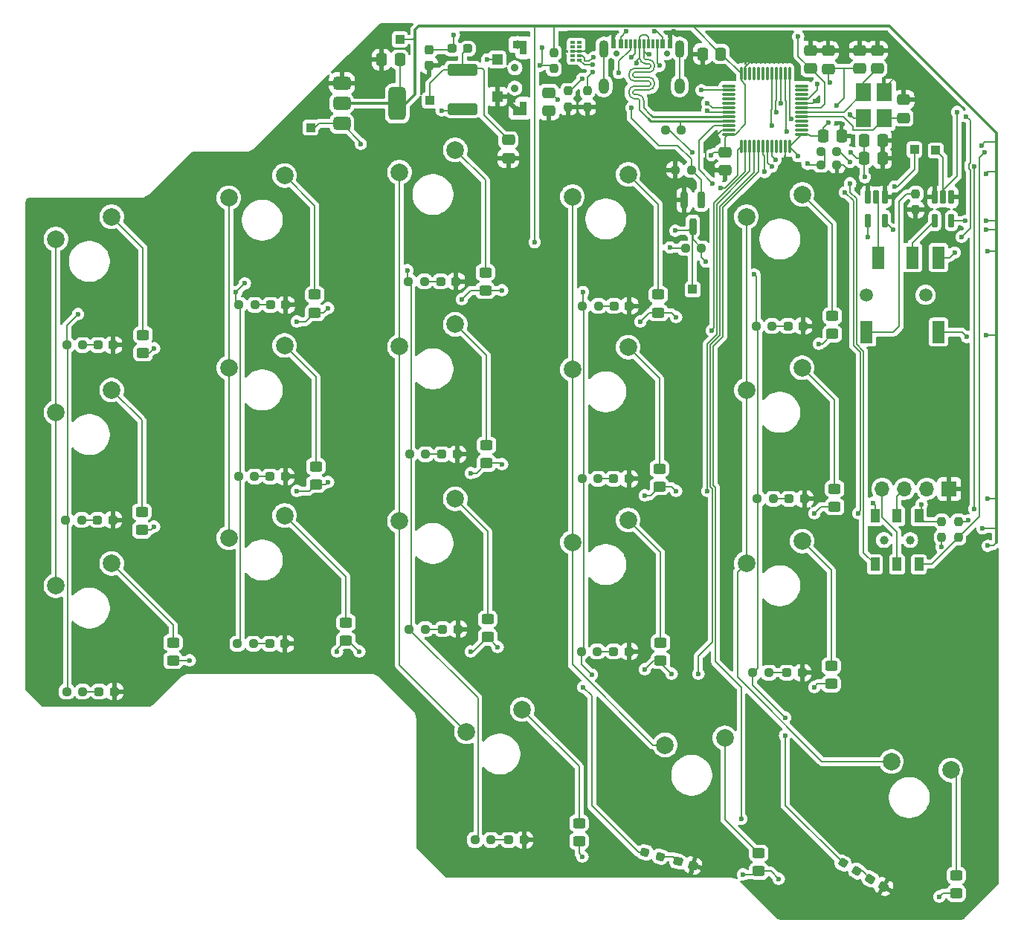
<source format=gbr>
%TF.GenerationSoftware,KiCad,Pcbnew,8.0.8*%
%TF.CreationDate,2025-02-15T21:16:25+01:00*%
%TF.ProjectId,sichergo-left,73696368-6572-4676-9f2d-6c6566742e6b,rev?*%
%TF.SameCoordinates,Original*%
%TF.FileFunction,Copper,L1,Top*%
%TF.FilePolarity,Positive*%
%FSLAX46Y46*%
G04 Gerber Fmt 4.6, Leading zero omitted, Abs format (unit mm)*
G04 Created by KiCad (PCBNEW 8.0.8) date 2025-02-15 21:16:25*
%MOMM*%
%LPD*%
G01*
G04 APERTURE LIST*
G04 Aperture macros list*
%AMRoundRect*
0 Rectangle with rounded corners*
0 $1 Rounding radius*
0 $2 $3 $4 $5 $6 $7 $8 $9 X,Y pos of 4 corners*
0 Add a 4 corners polygon primitive as box body*
4,1,4,$2,$3,$4,$5,$6,$7,$8,$9,$2,$3,0*
0 Add four circle primitives for the rounded corners*
1,1,$1+$1,$2,$3*
1,1,$1+$1,$4,$5*
1,1,$1+$1,$6,$7*
1,1,$1+$1,$8,$9*
0 Add four rect primitives between the rounded corners*
20,1,$1+$1,$2,$3,$4,$5,0*
20,1,$1+$1,$4,$5,$6,$7,0*
20,1,$1+$1,$6,$7,$8,$9,0*
20,1,$1+$1,$8,$9,$2,$3,0*%
%AMFreePoly0*
4,1,17,0.785355,0.785355,0.800000,0.750000,0.800000,-0.750000,0.785355,-0.785355,0.750000,-0.800000,-0.750000,-0.800000,-0.785355,-0.785355,-0.800000,-0.750000,-0.800000,-0.050000,-0.785355,-0.014645,-0.750000,0.000000,-0.100000,0.000000,-0.100000,0.750000,-0.085355,0.785355,-0.050000,0.800000,0.750000,0.800000,0.785355,0.785355,0.785355,0.785355,$1*%
%AMFreePoly1*
4,1,17,0.085355,0.785355,0.100000,0.750000,0.100000,0.000000,0.750000,0.000000,0.785355,-0.014645,0.800000,-0.050000,0.800000,-0.750000,0.785355,-0.785355,0.750000,-0.800000,-0.750000,-0.800000,-0.785355,-0.785355,-0.800000,-0.750000,-0.800000,0.750000,-0.785355,0.785355,-0.750000,0.800000,0.050000,0.800000,0.085355,0.785355,0.085355,0.785355,$1*%
G04 Aperture macros list end*
%TA.AperFunction,SMDPad,CuDef*%
%ADD10RoundRect,0.237500X0.287500X0.237500X-0.287500X0.237500X-0.287500X-0.237500X0.287500X-0.237500X0*%
%TD*%
%TA.AperFunction,SMDPad,CuDef*%
%ADD11RoundRect,0.237500X0.250000X0.237500X-0.250000X0.237500X-0.250000X-0.237500X0.250000X-0.237500X0*%
%TD*%
%TA.AperFunction,SMDPad,CuDef*%
%ADD12RoundRect,0.250000X0.450000X-0.325000X0.450000X0.325000X-0.450000X0.325000X-0.450000X-0.325000X0*%
%TD*%
%TA.AperFunction,ComponentPad*%
%ADD13C,2.000000*%
%TD*%
%TA.AperFunction,SMDPad,CuDef*%
%ADD14RoundRect,0.162500X-0.162500X0.617500X-0.162500X-0.617500X0.162500X-0.617500X0.162500X0.617500X0*%
%TD*%
%TA.AperFunction,ComponentPad*%
%ADD15R,1.000000X1.000000*%
%TD*%
%TA.AperFunction,SMDPad,CuDef*%
%ADD16RoundRect,0.237500X-0.250000X-0.237500X0.250000X-0.237500X0.250000X0.237500X-0.250000X0.237500X0*%
%TD*%
%TA.AperFunction,ComponentPad*%
%ADD17C,1.000000*%
%TD*%
%TA.AperFunction,SMDPad,CuDef*%
%ADD18R,1.000000X1.500000*%
%TD*%
%TA.AperFunction,SMDPad,CuDef*%
%ADD19RoundRect,0.250000X0.475000X-0.337500X0.475000X0.337500X-0.475000X0.337500X-0.475000X-0.337500X0*%
%TD*%
%TA.AperFunction,ComponentPad*%
%ADD20C,0.700000*%
%TD*%
%TA.AperFunction,SMDPad,CuDef*%
%ADD21R,0.550000X1.100000*%
%TD*%
%TA.AperFunction,SMDPad,CuDef*%
%ADD22R,0.300000X1.100000*%
%TD*%
%TA.AperFunction,ComponentPad*%
%ADD23O,1.100000X2.000000*%
%TD*%
%TA.AperFunction,ComponentPad*%
%ADD24O,1.200000X1.800000*%
%TD*%
%TA.AperFunction,SMDPad,CuDef*%
%ADD25RoundRect,0.250000X-0.475000X0.337500X-0.475000X-0.337500X0.475000X-0.337500X0.475000X0.337500X0*%
%TD*%
%TA.AperFunction,SMDPad,CuDef*%
%ADD26RoundRect,0.237500X-0.237500X0.250000X-0.237500X-0.250000X0.237500X-0.250000X0.237500X0.250000X0*%
%TD*%
%TA.AperFunction,SMDPad,CuDef*%
%ADD27RoundRect,0.237500X0.339173X0.154997X-0.216234X0.303818X-0.339173X-0.154997X0.216234X-0.303818X0*%
%TD*%
%TA.AperFunction,SMDPad,CuDef*%
%ADD28RoundRect,0.375000X-0.625000X-0.375000X0.625000X-0.375000X0.625000X0.375000X-0.625000X0.375000X0*%
%TD*%
%TA.AperFunction,SMDPad,CuDef*%
%ADD29RoundRect,0.500000X-0.500000X-1.400000X0.500000X-1.400000X0.500000X1.400000X-0.500000X1.400000X0*%
%TD*%
%TA.AperFunction,SMDPad,CuDef*%
%ADD30RoundRect,0.237500X0.237500X-0.287500X0.237500X0.287500X-0.237500X0.287500X-0.237500X-0.287500X0*%
%TD*%
%TA.AperFunction,SMDPad,CuDef*%
%ADD31RoundRect,0.250000X-0.337500X-0.475000X0.337500X-0.475000X0.337500X0.475000X-0.337500X0.475000X0*%
%TD*%
%TA.AperFunction,SMDPad,CuDef*%
%ADD32RoundRect,0.075000X0.662500X0.075000X-0.662500X0.075000X-0.662500X-0.075000X0.662500X-0.075000X0*%
%TD*%
%TA.AperFunction,SMDPad,CuDef*%
%ADD33RoundRect,0.075000X0.075000X0.662500X-0.075000X0.662500X-0.075000X-0.662500X0.075000X-0.662500X0*%
%TD*%
%TA.AperFunction,ComponentPad*%
%ADD34C,1.500000*%
%TD*%
%TA.AperFunction,SMDPad,CuDef*%
%ADD35R,1.400000X2.500000*%
%TD*%
%TA.AperFunction,SMDPad,CuDef*%
%ADD36RoundRect,0.075000X0.200000X-0.075000X0.200000X0.075000X-0.200000X0.075000X-0.200000X-0.075000X0*%
%TD*%
%TA.AperFunction,SMDPad,CuDef*%
%ADD37RoundRect,0.237500X-0.287500X-0.237500X0.287500X-0.237500X0.287500X0.237500X-0.287500X0.237500X0*%
%TD*%
%TA.AperFunction,SMDPad,CuDef*%
%ADD38RoundRect,0.237500X-0.335256X-0.080681X0.097756X-0.330681X0.335256X0.080681X-0.097756X0.330681X0*%
%TD*%
%TA.AperFunction,ComponentPad*%
%ADD39R,1.700000X1.700000*%
%TD*%
%TA.AperFunction,ComponentPad*%
%ADD40O,1.700000X1.700000*%
%TD*%
%TA.AperFunction,SMDPad,CuDef*%
%ADD41RoundRect,0.237500X0.237500X-0.250000X0.237500X0.250000X-0.237500X0.250000X-0.237500X-0.250000X0*%
%TD*%
%TA.AperFunction,SMDPad,CuDef*%
%ADD42RoundRect,0.250000X0.337500X0.475000X-0.337500X0.475000X-0.337500X-0.475000X0.337500X-0.475000X0*%
%TD*%
%TA.AperFunction,SMDPad,CuDef*%
%ADD43RoundRect,0.250000X-1.450000X0.400000X-1.450000X-0.400000X1.450000X-0.400000X1.450000X0.400000X0*%
%TD*%
%TA.AperFunction,SMDPad,CuDef*%
%ADD44R,1.800000X2.100000*%
%TD*%
%TA.AperFunction,SMDPad,CuDef*%
%ADD45RoundRect,0.237500X-0.302951X-0.164703X0.180012X-0.294112X0.302951X0.164703X-0.180012X0.294112X0*%
%TD*%
%TA.AperFunction,ComponentPad*%
%ADD46C,0.900000*%
%TD*%
%TA.AperFunction,SMDPad,CuDef*%
%ADD47R,1.200000X1.200000*%
%TD*%
%TA.AperFunction,SMDPad,CuDef*%
%ADD48FreePoly0,90.000000*%
%TD*%
%TA.AperFunction,SMDPad,CuDef*%
%ADD49FreePoly1,90.000000*%
%TD*%
%TA.AperFunction,SMDPad,CuDef*%
%ADD50RoundRect,0.237500X0.367732X0.061931X-0.130232X0.349431X-0.367732X-0.061931X0.130232X-0.349431X0*%
%TD*%
%TA.AperFunction,SMDPad,CuDef*%
%ADD51RoundRect,0.200000X-0.200000X0.750000X-0.200000X-0.750000X0.200000X-0.750000X0.200000X0.750000X0*%
%TD*%
%TA.AperFunction,ViaPad*%
%ADD52C,0.600000*%
%TD*%
%TA.AperFunction,Conductor*%
%ADD53C,0.200000*%
%TD*%
%TA.AperFunction,Conductor*%
%ADD54C,0.300000*%
%TD*%
%TA.AperFunction,Conductor*%
%ADD55C,0.267000*%
%TD*%
G04 APERTURE END LIST*
D10*
%TO.P,D17,1,K*%
%TO.N,GND*%
X147790500Y-144907000D03*
%TO.P,D17,2,A*%
%TO.N,Net-(D17-A)*%
X146040500Y-144907000D03*
%TD*%
D11*
%TO.P,R8,1*%
%TO.N,Net-(Q1-G)*%
X166825301Y-68580000D03*
%TO.P,R8,2*%
%TO.N,GND*%
X165000299Y-68580000D03*
%TD*%
D10*
%TO.P,D30,1,K*%
%TO.N,GND*%
X179578000Y-86360000D03*
%TO.P,D30,2,A*%
%TO.N,Net-(D30-A)*%
X177828000Y-86360000D03*
%TD*%
D12*
%TO.P,D18,1,K*%
%TO.N,/KB_ROW_0*%
X143383000Y-82305000D03*
%TO.P,D18,2,A*%
%TO.N,Net-(D18-A)*%
X143383000Y-80255000D03*
%TD*%
%TO.P,D7,1,K*%
%TO.N,/KB_ROW_2*%
X107823000Y-124469000D03*
%TO.P,D7,2,A*%
%TO.N,Net-(D7-A)*%
X107823000Y-122419000D03*
%TD*%
D10*
%TO.P,D16,1,K*%
%TO.N,GND*%
X140283500Y-120904000D03*
%TO.P,D16,2,A*%
%TO.N,Net-(D16-A)*%
X138533500Y-120904000D03*
%TD*%
D13*
%TO.P,SW17,1,1*%
%TO.N,/KB_COL_4*%
X173101000Y-113411000D03*
%TO.P,SW17,2,2*%
%TO.N,Net-(D36-A)*%
X179451001Y-110871000D03*
%TD*%
D10*
%TO.P,D32,1,K*%
%TO.N,GND*%
X179460500Y-125857000D03*
%TO.P,D32,2,A*%
%TO.N,Net-(D32-A)*%
X177710500Y-125857000D03*
%TD*%
D11*
%TO.P,R28,1*%
%TO.N,/MatrixL/LED_DRIVE*%
X168000000Y-77500000D03*
%TO.P,R28,2*%
%TO.N,+3V3*%
X166175000Y-77500000D03*
%TD*%
D12*
%TO.P,D27,1,K*%
%TO.N,/KB_ROW_1*%
X163195000Y-104657000D03*
%TO.P,D27,2,A*%
%TO.N,Net-(D27-A)*%
X163195000Y-102607000D03*
%TD*%
D14*
%TO.P,U6,1*%
%TO.N,GND*%
X196444000Y-71661000D03*
%TO.P,U6,2*%
%TO.N,/UART_TX*%
X195494000Y-71661000D03*
%TO.P,U6,3,GND*%
%TO.N,GND*%
X194544000Y-71661000D03*
%TO.P,U6,4*%
%TO.N,Net-(Audio1-Pad3)*%
X194544000Y-74361000D03*
%TO.P,U6,5,VCC*%
%TO.N,+3V3*%
X196444000Y-74361000D03*
%TD*%
D12*
%TO.P,D19,1,K*%
%TO.N,/KB_ROW_1*%
X143510000Y-101981000D03*
%TO.P,D19,2,A*%
%TO.N,Net-(D19-A)*%
X143510000Y-99931000D03*
%TD*%
D13*
%TO.P,SW5,1,1*%
%TO.N,/KB_COL_1*%
X114173000Y-91122500D03*
%TO.P,SW5,2,2*%
%TO.N,Net-(D12-A)*%
X120523001Y-88582500D03*
%TD*%
D15*
%TO.P,TP3,1,1*%
%TO.N,Net-(C1-Pad1)*%
X137058400Y-60655200D03*
%TD*%
D13*
%TO.P,SW2,1,1*%
%TO.N,/KB_COL_0*%
X94488000Y-96202500D03*
%TO.P,SW2,2,2*%
%TO.N,Net-(D6-A)*%
X100838001Y-93662500D03*
%TD*%
D10*
%TO.P,D4,1,K*%
%TO.N,GND*%
X101017000Y-88519000D03*
%TO.P,D4,2,A*%
%TO.N,Net-(D4-A)*%
X99267000Y-88519000D03*
%TD*%
D16*
%TO.P,R12,1*%
%TO.N,/MatrixL/LED_DRIVE*%
X95711000Y-88519000D03*
%TO.P,R12,2*%
%TO.N,Net-(D4-A)*%
X97536000Y-88519000D03*
%TD*%
D15*
%TO.P,TP8,1,1*%
%TO.N,/UART_TX*%
X194665600Y-66344800D03*
%TD*%
D13*
%TO.P,SW13,1,1*%
%TO.N,/KB_COL_3*%
X153289000Y-110998000D03*
%TO.P,SW13,2,2*%
%TO.N,Net-(D28-A)*%
X159639001Y-108458000D03*
%TD*%
D17*
%TO.P,SW19,*%
%TO.N,*%
X188750000Y-110750000D03*
X191750000Y-110750000D03*
D18*
%TO.P,SW19,1,1*%
%TO.N,/SWCLK*%
X187750000Y-108000000D03*
%TO.P,SW19,2,2*%
%TO.N,Net-(J1-Pin_3)*%
X190250000Y-108000000D03*
%TO.P,SW19,3,3*%
%TO.N,/OLED_SCL*%
X192750000Y-108000000D03*
%TO.P,SW19,4,4*%
%TO.N,/SWDIO*%
X187750000Y-113500000D03*
%TO.P,SW19,5,5*%
%TO.N,Net-(J1-Pin_4)*%
X190250000Y-113500000D03*
%TO.P,SW19,6,6*%
%TO.N,/OLED_SDA*%
X192750000Y-113500000D03*
%TD*%
D19*
%TO.P,C4,1*%
%TO.N,Net-(U4-PD1)*%
X188000000Y-57037500D03*
%TO.P,C4,2*%
%TO.N,GND*%
X188000000Y-54962500D03*
%TD*%
D12*
%TO.P,D11,1,K*%
%TO.N,/KB_ROW_0*%
X123952000Y-84836000D03*
%TO.P,D11,2,A*%
%TO.N,Net-(D11-A)*%
X123952000Y-82786000D03*
%TD*%
D20*
%TO.P,USB1,*%
%TO.N,*%
X158290000Y-55320001D03*
X164070000Y-55320001D03*
D21*
%TO.P,USB1,1,GND*%
%TO.N,GND*%
X157979999Y-54240001D03*
%TO.P,USB1,2,VBUS*%
%TO.N,/VBUS*%
X158780000Y-54240000D03*
D22*
%TO.P,USB1,3,SBU2*%
%TO.N,unconnected-(USB1-SBU2-Pad3)*%
X159430001Y-54240000D03*
%TO.P,USB1,4,CC1*%
%TO.N,Net-(USB1-CC1)*%
X159930000Y-54240000D03*
%TO.P,USB1,5,DN2*%
%TO.N,/D-*%
X160430000Y-54240001D03*
%TO.P,USB1,6,DP1*%
%TO.N,/D+*%
X160930000Y-54240000D03*
%TO.P,USB1,7,DN1*%
%TO.N,/D-*%
X161430000Y-54240001D03*
%TO.P,USB1,8,DP2*%
%TO.N,/D+*%
X161930000Y-54240000D03*
%TO.P,USB1,9,SBU1*%
%TO.N,unconnected-(USB1-SBU1-Pad9)*%
X162430000Y-54240000D03*
%TO.P,USB1,10,CC2*%
%TO.N,Net-(USB1-CC2)*%
X162930000Y-54240000D03*
D21*
%TO.P,USB1,11,VBUS*%
%TO.N,/VBUS*%
X163580000Y-54240000D03*
%TO.P,USB1,12,GND*%
%TO.N,GND*%
X164379999Y-54240001D03*
D23*
%TO.P,USB1,13,SHELL*%
%TO.N,Net-(C13-Pad1)*%
X156860000Y-54790000D03*
D24*
X156860000Y-59000000D03*
D23*
%TO.P,USB1,14,SHELL*%
X165500000Y-54790000D03*
D24*
X165500000Y-59000000D03*
%TD*%
D10*
%TO.P,D3,1,K*%
%TO.N,GND*%
X101144000Y-128016000D03*
%TO.P,D3,2,A*%
%TO.N,Net-(D3-A)*%
X99394000Y-128016000D03*
%TD*%
D19*
%TO.P,C5,1*%
%TO.N,Net-(U4-NRST)*%
X180400000Y-57037500D03*
%TO.P,C5,2*%
%TO.N,GND*%
X180400000Y-54962500D03*
%TD*%
D13*
%TO.P,SW10,1,1*%
%TO.N,/KB_COL_2*%
X141224000Y-132588000D03*
%TO.P,SW10,2,2*%
%TO.N,Net-(D21-A)*%
X147574001Y-130048000D03*
%TD*%
D16*
%TO.P,R10,1*%
%TO.N,/MatrixL/LED_DRIVE*%
X95607500Y-108458000D03*
%TO.P,R10,2*%
%TO.N,Net-(D2-A)*%
X97432500Y-108458000D03*
%TD*%
%TO.P,R15,1*%
%TO.N,/MatrixL/LED_DRIVE*%
X115142000Y-122555000D03*
%TO.P,R15,2*%
%TO.N,Net-(D10-A)*%
X116967000Y-122555000D03*
%TD*%
D12*
%TO.P,D12,1,K*%
%TO.N,/KB_ROW_1*%
X124079000Y-104403000D03*
%TO.P,D12,2,A*%
%TO.N,Net-(D12-A)*%
X124079000Y-102353000D03*
%TD*%
D13*
%TO.P,SW11,1,1*%
%TO.N,/KB_COL_3*%
X153289000Y-71628000D03*
%TO.P,SW11,2,2*%
%TO.N,Net-(D26-A)*%
X159639001Y-69088000D03*
%TD*%
D16*
%TO.P,R22,1*%
%TO.N,/MatrixL/LED_DRIVE*%
X154291000Y-123444000D03*
%TO.P,R22,2*%
%TO.N,Net-(D24-A)*%
X156116000Y-123444000D03*
%TD*%
D25*
%TO.P,C13,1*%
%TO.N,Net-(C13-Pad1)*%
X150600000Y-59762500D03*
%TO.P,C13,2*%
%TO.N,GND*%
X150600000Y-61837500D03*
%TD*%
D19*
%TO.P,C12,1*%
%TO.N,+3V3*%
X182400000Y-57075000D03*
%TO.P,C12,2*%
%TO.N,GND*%
X182400000Y-55000000D03*
%TD*%
D26*
%TO.P,R1,1*%
%TO.N,Net-(USB1-CC2)*%
X155000000Y-59575000D03*
%TO.P,R1,2*%
%TO.N,GND*%
X155000000Y-61400000D03*
%TD*%
D13*
%TO.P,SW14,1,1*%
%TO.N,/KB_COL_3*%
X163855222Y-134101448D03*
%TO.P,SW14,2,2*%
%TO.N,Net-(D29-A)*%
X170646251Y-133291497D03*
%TD*%
D26*
%TO.P,R5,1*%
%TO.N,+3V3*%
X197250000Y-108619599D03*
%TO.P,R5,2*%
%TO.N,/OLED_SDA*%
X197250000Y-110444599D03*
%TD*%
D27*
%TO.P,D25,1,K*%
%TO.N,GND*%
X167005000Y-147828000D03*
%TO.P,D25,2,A*%
%TO.N,Net-(D25-A)*%
X165314630Y-147375066D03*
%TD*%
D16*
%TO.P,R25,1*%
%TO.N,/MatrixL/LED_DRIVE*%
X174352000Y-106045000D03*
%TO.P,R25,2*%
%TO.N,Net-(D31-A)*%
X176177000Y-106045000D03*
%TD*%
%TO.P,R7,1*%
%TO.N,Net-(U4-BOOT0)*%
X181587500Y-67999999D03*
%TO.P,R7,2*%
%TO.N,GND*%
X183412500Y-68000001D03*
%TD*%
D13*
%TO.P,SW16,1,1*%
%TO.N,/KB_COL_4*%
X173101000Y-93662500D03*
%TO.P,SW16,2,2*%
%TO.N,Net-(D35-A)*%
X179451001Y-91122500D03*
%TD*%
D28*
%TO.P,U1,1,GND*%
%TO.N,GND*%
X127050001Y-58700000D03*
%TO.P,U1,2,VO*%
%TO.N,+3V3*%
X127050000Y-60999999D03*
D29*
X133350000Y-61000001D03*
D28*
%TO.P,U1,3,VI*%
%TO.N,Net-(U1-VI)*%
X127050001Y-63300000D03*
%TD*%
D19*
%TO.P,C3,1*%
%TO.N,Net-(U4-PD0)*%
X191000000Y-62637500D03*
%TO.P,C3,2*%
%TO.N,GND*%
X191000000Y-60562500D03*
%TD*%
D25*
%TO.P,C1,1*%
%TO.N,Net-(C1-Pad1)*%
X146000000Y-65175000D03*
%TO.P,C1,2*%
%TO.N,GND*%
X146000000Y-67250000D03*
%TD*%
D30*
%TO.P,D1,1,A1*%
%TO.N,GND*%
X137000000Y-56675001D03*
%TO.P,D1,2,A2*%
%TO.N,/VBUS*%
X137000000Y-54924999D03*
%TD*%
D15*
%TO.P,TP9,1,1*%
%TO.N,/UART_RX*%
X192227200Y-66243200D03*
%TD*%
D10*
%TO.P,D15,1,K*%
%TO.N,GND*%
X140180000Y-100965000D03*
%TO.P,D15,2,A*%
%TO.N,Net-(D15-A)*%
X138430000Y-100965000D03*
%TD*%
D12*
%TO.P,D13,1,K*%
%TO.N,/KB_ROW_2*%
X127508000Y-122183000D03*
%TO.P,D13,2,A*%
%TO.N,Net-(D13-A)*%
X127508000Y-120133000D03*
%TD*%
D13*
%TO.P,SW18,1,1*%
%TO.N,/KB_COL_4*%
X189613443Y-135976295D03*
%TO.P,SW18,2,2*%
%TO.N,Net-(D37-A)*%
X196382705Y-136951591D03*
%TD*%
D31*
%TO.P,C9,1*%
%TO.N,+3V3*%
X186512500Y-65200000D03*
%TO.P,C9,2*%
%TO.N,GND*%
X188587500Y-65200000D03*
%TD*%
D25*
%TO.P,C8,1*%
%TO.N,+3V3*%
X170688000Y-66548000D03*
%TO.P,C8,2*%
%TO.N,GND*%
X170688000Y-68623000D03*
%TD*%
D32*
%TO.P,U4,1,VBAT*%
%TO.N,+3V3*%
X179412501Y-64499999D03*
%TO.P,U4,2,PC13*%
%TO.N,unconnected-(U4-PC13-Pad2)*%
X179412500Y-64000000D03*
%TO.P,U4,3,PC14*%
%TO.N,unconnected-(U4-PC14-Pad3)*%
X179412500Y-63500000D03*
%TO.P,U4,4,PC15*%
%TO.N,unconnected-(U4-PC15-Pad4)*%
X179412500Y-63000001D03*
%TO.P,U4,5,PD0*%
%TO.N,Net-(U4-PD0)*%
X179412501Y-62499999D03*
%TO.P,U4,6,PD1*%
%TO.N,Net-(U4-PD1)*%
X179412500Y-62000000D03*
%TO.P,U4,7,NRST*%
%TO.N,Net-(U4-NRST)*%
X179412500Y-61500000D03*
%TO.P,U4,8,VSSA*%
%TO.N,GND*%
X179412500Y-61000000D03*
%TO.P,U4,9,VDDA*%
%TO.N,+3V3*%
X179412499Y-60500000D03*
%TO.P,U4,10,PA0*%
%TO.N,unconnected-(U4-PA0-Pad10)*%
X179412499Y-59999999D03*
%TO.P,U4,11,PA1*%
%TO.N,unconnected-(U4-PA1-Pad11)*%
X179412500Y-59500000D03*
%TO.P,U4,12,PA2*%
%TO.N,unconnected-(U4-PA2-Pad12)*%
X179412499Y-59000000D03*
D33*
%TO.P,U4,13,PA3*%
%TO.N,/KB_COL_3*%
X177999999Y-57587499D03*
%TO.P,U4,14,PA4*%
%TO.N,/KB_COL_4*%
X177500000Y-57587500D03*
%TO.P,U4,15,PA5*%
%TO.N,/KB_COL_0*%
X177000000Y-57587500D03*
%TO.P,U4,16,PA6*%
%TO.N,/KB_COL_1*%
X176500001Y-57587500D03*
%TO.P,U4,17,PA7*%
%TO.N,/KB_COL_2*%
X175999999Y-57587499D03*
%TO.P,U4,18,PB0*%
%TO.N,unconnected-(U4-PB0-Pad18)*%
X175500000Y-57587500D03*
%TO.P,U4,19,PB1*%
%TO.N,unconnected-(U4-PB1-Pad19)*%
X175000000Y-57587500D03*
%TO.P,U4,20,PB2*%
%TO.N,unconnected-(U4-PB2-Pad20)*%
X174500000Y-57587500D03*
%TO.P,U4,21,PB10*%
%TO.N,unconnected-(U4-PB10-Pad21)*%
X174000000Y-57587501D03*
%TO.P,U4,22,PB11*%
%TO.N,unconnected-(U4-PB11-Pad22)*%
X173499999Y-57587501D03*
%TO.P,U4,23,VSS*%
%TO.N,GND*%
X173000000Y-57587500D03*
%TO.P,U4,24,VDD*%
%TO.N,+3V3*%
X172500000Y-57587501D03*
D32*
%TO.P,U4,25,PB12*%
%TO.N,unconnected-(U4-PB12-Pad25)*%
X171087499Y-59000001D03*
%TO.P,U4,26,PB13*%
%TO.N,Net-(Q1-G)*%
X171087500Y-59500000D03*
%TO.P,U4,27,PB14*%
%TO.N,unconnected-(U4-PB14-Pad27)*%
X171087500Y-60000000D03*
%TO.P,U4,28,PB15*%
%TO.N,unconnected-(U4-PB15-Pad28)*%
X171087500Y-60499999D03*
%TO.P,U4,29,PA8*%
%TO.N,unconnected-(U4-PA8-Pad29)*%
X171087499Y-61000001D03*
%TO.P,U4,30,PA9*%
%TO.N,/UART_TX*%
X171087500Y-61500000D03*
%TO.P,U4,31,PA10*%
%TO.N,/UART_RX*%
X171087500Y-62000000D03*
%TO.P,U4,32,PA11*%
%TO.N,/D-*%
X171087500Y-62500000D03*
%TO.P,U4,33,PA12*%
%TO.N,/D+*%
X171087501Y-63000000D03*
%TO.P,U4,34,PA13*%
%TO.N,/SWDIO*%
X171087501Y-63500001D03*
%TO.P,U4,35,VSS*%
%TO.N,GND*%
X171087500Y-64000000D03*
%TO.P,U4,36,VDD*%
%TO.N,+3V3*%
X171087501Y-64500000D03*
D33*
%TO.P,U4,37,PA14*%
%TO.N,/SWCLK*%
X172500001Y-65912501D03*
%TO.P,U4,38,PA15*%
%TO.N,/KB_ROW_0*%
X173000000Y-65912500D03*
%TO.P,U4,39,PB3*%
%TO.N,/KB_ROW_1*%
X173500000Y-65912500D03*
%TO.P,U4,40,PB4*%
%TO.N,/KB_ROW_2*%
X173999999Y-65912500D03*
%TO.P,U4,41,PB5*%
%TO.N,/KB_ROW_3*%
X174500001Y-65912501D03*
%TO.P,U4,42,PB6*%
%TO.N,/OLED_SCL*%
X175000000Y-65912500D03*
%TO.P,U4,43,PB7*%
%TO.N,/OLED_SDA*%
X175500000Y-65912500D03*
%TO.P,U4,44,BOOT0*%
%TO.N,Net-(U4-BOOT0)*%
X176000000Y-65912500D03*
%TO.P,U4,45,PB8*%
%TO.N,unconnected-(U4-PB8-Pad45)*%
X176500000Y-65912499D03*
%TO.P,U4,46,PB9*%
%TO.N,unconnected-(U4-PB9-Pad46)*%
X177000001Y-65912499D03*
%TO.P,U4,47,VSS*%
%TO.N,GND*%
X177500000Y-65912500D03*
%TO.P,U4,48,VDD*%
%TO.N,+3V3*%
X178000000Y-65912499D03*
%TD*%
D31*
%TO.P,C6,1*%
%TO.N,+3V3*%
X181850000Y-64700000D03*
%TO.P,C6,2*%
%TO.N,GND*%
X183925000Y-64700000D03*
%TD*%
D15*
%TO.P,TP1,1,1*%
%TO.N,+3V3*%
X133654800Y-53695600D03*
%TD*%
D34*
%TO.P,Audio1,*%
%TO.N,*%
X186800000Y-82804000D03*
X193500000Y-82804000D03*
D35*
%TO.P,Audio1,1,1*%
%TO.N,Net-(Audio1-Pad1)*%
X186800000Y-87054000D03*
%TO.P,Audio1,2,2*%
%TO.N,+3V3*%
X195000000Y-78554000D03*
%TO.P,Audio1,3,3*%
%TO.N,Net-(Audio1-Pad3)*%
X192000000Y-78554001D03*
%TO.P,Audio1,4,4*%
%TO.N,Net-(Audio1-Pad4)*%
X188100000Y-78554000D03*
%TO.P,Audio1,5,5*%
%TO.N,+3V3*%
X195000000Y-87054000D03*
%TD*%
D10*
%TO.P,D2,1,K*%
%TO.N,GND*%
X100974500Y-108458000D03*
%TO.P,D2,2,A*%
%TO.N,Net-(D2-A)*%
X99224500Y-108458000D03*
%TD*%
D12*
%TO.P,D36,1,K*%
%TO.N,/KB_ROW_2*%
X182753000Y-127145000D03*
%TO.P,D36,2,A*%
%TO.N,Net-(D36-A)*%
X182753000Y-125095000D03*
%TD*%
D36*
%TO.P,U2,1,D1+*%
%TO.N,/D+*%
X154105800Y-56067200D03*
%TO.P,U2,2,D1-*%
%TO.N,/D-*%
X154105800Y-55567200D03*
%TO.P,U2,3,GND*%
%TO.N,GND*%
X154105800Y-55067200D03*
%TO.P,U2,4,D2+*%
%TO.N,unconnected-(U2-D2+-Pad4)*%
X154105800Y-54567200D03*
%TO.P,U2,5,D2-*%
%TO.N,unconnected-(U2-D2--Pad5)*%
X154105800Y-54067200D03*
%TO.P,U2,6,NC*%
%TO.N,unconnected-(U2-NC-Pad6)*%
X153335800Y-54067200D03*
%TO.P,U2,7,NC*%
%TO.N,unconnected-(U2-NC-Pad7)*%
X153335800Y-54567200D03*
%TO.P,U2,8,GND*%
%TO.N,GND*%
X153335800Y-55067200D03*
%TO.P,U2,9,NC*%
%TO.N,unconnected-(U2-NC-Pad9)*%
X153335800Y-55567200D03*
%TO.P,U2,10,NC*%
%TO.N,unconnected-(U2-NC-Pad10)*%
X153335800Y-56067200D03*
%TD*%
D12*
%TO.P,D35,1,K*%
%TO.N,/KB_ROW_1*%
X183134000Y-106943000D03*
%TO.P,D35,2,A*%
%TO.N,Net-(D35-A)*%
X183134000Y-104893000D03*
%TD*%
D26*
%TO.P,R2,1*%
%TO.N,Net-(USB1-CC1)*%
X152800000Y-59575000D03*
%TO.P,R2,2*%
%TO.N,GND*%
X152800000Y-61400000D03*
%TD*%
D10*
%TO.P,D9,1,K*%
%TO.N,GND*%
X120645500Y-103505000D03*
%TO.P,D9,2,A*%
%TO.N,Net-(D9-A)*%
X118895500Y-103505000D03*
%TD*%
%TO.P,D23,1,K*%
%TO.N,GND*%
X159738000Y-103759000D03*
%TO.P,D23,2,A*%
%TO.N,Net-(D23-A)*%
X157988000Y-103759000D03*
%TD*%
D13*
%TO.P,SW4,1,1*%
%TO.N,/KB_COL_1*%
X114173000Y-71755000D03*
%TO.P,SW4,2,2*%
%TO.N,Net-(D11-A)*%
X120523001Y-69215000D03*
%TD*%
%TO.P,SW6,1,1*%
%TO.N,/KB_COL_1*%
X114173000Y-110490000D03*
%TO.P,SW6,2,2*%
%TO.N,Net-(D13-A)*%
X120523001Y-107950000D03*
%TD*%
D37*
%TO.P,L1,1,1*%
%TO.N,/VBUS*%
X139625000Y-54750000D03*
%TO.P,L1,2,2*%
%TO.N,Net-(C1-Pad1)*%
X141375000Y-54750000D03*
%TD*%
D16*
%TO.P,R17,1*%
%TO.N,/MatrixL/LED_DRIVE*%
X134747000Y-100965000D03*
%TO.P,R17,2*%
%TO.N,Net-(D15-A)*%
X136572000Y-100965000D03*
%TD*%
%TO.P,R24,1*%
%TO.N,/MatrixL/LED_DRIVE*%
X174220500Y-86360000D03*
%TO.P,R24,2*%
%TO.N,Net-(D30-A)*%
X176045500Y-86360000D03*
%TD*%
D38*
%TO.P,R27,1*%
%TO.N,/MatrixL/LED_DRIVE*%
X184093504Y-147550500D03*
%TO.P,R27,2*%
%TO.N,Net-(D33-A)*%
X185674000Y-148463000D03*
%TD*%
D39*
%TO.P,J1,1,Pin_1*%
%TO.N,GND*%
X196195000Y-104913800D03*
D40*
%TO.P,J1,2,Pin_2*%
%TO.N,+3V3*%
X193655000Y-104913799D03*
%TO.P,J1,3,Pin_3*%
%TO.N,Net-(J1-Pin_3)*%
X191115001Y-104913800D03*
%TO.P,J1,4,Pin_4*%
%TO.N,Net-(J1-Pin_4)*%
X188575000Y-104913800D03*
%TD*%
D12*
%TO.P,D6,1,K*%
%TO.N,/KB_ROW_1*%
X104267000Y-109601000D03*
%TO.P,D6,2,A*%
%TO.N,Net-(D6-A)*%
X104267000Y-107551000D03*
%TD*%
%TO.P,D5,1,K*%
%TO.N,/KB_ROW_0*%
X104394000Y-89417000D03*
%TO.P,D5,2,A*%
%TO.N,Net-(D5-A)*%
X104394000Y-87367000D03*
%TD*%
D41*
%TO.P,R9,1*%
%TO.N,GND*%
X192385000Y-73105000D03*
%TO.P,R9,2*%
%TO.N,Net-(Audio1-Pad1)*%
X192385000Y-71280000D03*
%TD*%
D15*
%TO.P,TP4,1,1*%
%TO.N,Net-(U1-VI)*%
X123494800Y-63754000D03*
%TD*%
D12*
%TO.P,D37,1,K*%
%TO.N,/KB_ROW_3*%
X197000000Y-151000000D03*
%TO.P,D37,2,A*%
%TO.N,Net-(D37-A)*%
X197000000Y-148950000D03*
%TD*%
D14*
%TO.P,U5,1*%
%TO.N,GND*%
X188844000Y-71628000D03*
%TO.P,U5,2*%
%TO.N,Net-(Audio1-Pad4)*%
X187894000Y-71628000D03*
%TO.P,U5,3,GND*%
%TO.N,GND*%
X186944000Y-71628000D03*
%TO.P,U5,4*%
%TO.N,/UART_RX*%
X186944000Y-74328000D03*
%TO.P,U5,5,VCC*%
%TO.N,+3V3*%
X188844000Y-74328000D03*
%TD*%
D16*
%TO.P,R21,1*%
%TO.N,/MatrixL/LED_DRIVE*%
X154385000Y-103759000D03*
%TO.P,R21,2*%
%TO.N,Net-(D23-A)*%
X156210000Y-103759000D03*
%TD*%
D13*
%TO.P,SW15,1,1*%
%TO.N,/KB_COL_4*%
X173101000Y-73914000D03*
%TO.P,SW15,2,2*%
%TO.N,Net-(D34-A)*%
X179451001Y-71374000D03*
%TD*%
D16*
%TO.P,R26,1*%
%TO.N,/MatrixL/LED_DRIVE*%
X173839500Y-125857000D03*
%TO.P,R26,2*%
%TO.N,Net-(D32-A)*%
X175664500Y-125857000D03*
%TD*%
D13*
%TO.P,SW1,1,1*%
%TO.N,/KB_COL_0*%
X94488000Y-76454000D03*
%TO.P,SW1,2,2*%
%TO.N,Net-(D5-A)*%
X100838001Y-73914000D03*
%TD*%
D16*
%TO.P,R18,1*%
%TO.N,/MatrixL/LED_DRIVE*%
X134700000Y-120904000D03*
%TO.P,R18,2*%
%TO.N,Net-(D16-A)*%
X136525000Y-120904000D03*
%TD*%
D12*
%TO.P,D34,1,K*%
%TO.N,/KB_ROW_0*%
X182880000Y-87267000D03*
%TO.P,D34,2,A*%
%TO.N,Net-(D34-A)*%
X182880000Y-85217000D03*
%TD*%
D31*
%TO.P,C10,1*%
%TO.N,+3V3*%
X186512500Y-67250000D03*
%TO.P,C10,2*%
%TO.N,GND*%
X188587500Y-67250000D03*
%TD*%
D16*
%TO.P,R16,1*%
%TO.N,/MatrixL/LED_DRIVE*%
X134620000Y-81280000D03*
%TO.P,R16,2*%
%TO.N,Net-(D14-A)*%
X136445000Y-81280000D03*
%TD*%
D42*
%TO.P,C2,1*%
%TO.N,+3V3*%
X133637500Y-56000000D03*
%TO.P,C2,2*%
%TO.N,GND*%
X131562500Y-56000000D03*
%TD*%
D16*
%TO.P,R20,1*%
%TO.N,/MatrixL/LED_DRIVE*%
X154432000Y-84074000D03*
%TO.P,R20,2*%
%TO.N,Net-(D22-A)*%
X156257000Y-84074000D03*
%TD*%
%TO.P,R13,1*%
%TO.N,/MatrixL/LED_DRIVE*%
X115316000Y-83947000D03*
%TO.P,R13,2*%
%TO.N,Net-(D8-A)*%
X117141000Y-83947000D03*
%TD*%
D13*
%TO.P,SW7,1,1*%
%TO.N,/KB_COL_2*%
X133604000Y-68834000D03*
%TO.P,SW7,2,2*%
%TO.N,Net-(D18-A)*%
X139954001Y-66294000D03*
%TD*%
D16*
%TO.P,R19,1*%
%TO.N,/MatrixL/LED_DRIVE*%
X142216500Y-144907000D03*
%TO.P,R19,2*%
%TO.N,Net-(D17-A)*%
X144041500Y-144907000D03*
%TD*%
D43*
%TO.P,F1,1*%
%TO.N,Net-(C1-Pad1)*%
X140800000Y-57175000D03*
%TO.P,F1,2*%
%TO.N,Net-(U1-VI)*%
X140800000Y-61625000D03*
%TD*%
D12*
%TO.P,D28,1,K*%
%TO.N,/KB_ROW_2*%
X163322000Y-124469000D03*
%TO.P,D28,2,A*%
%TO.N,Net-(D28-A)*%
X163322000Y-122419000D03*
%TD*%
D16*
%TO.P,R31,1*%
%TO.N,+3V3*%
X163887500Y-64000000D03*
%TO.P,R31,2*%
%TO.N,/D+*%
X165712500Y-64000000D03*
%TD*%
%TO.P,R14,1*%
%TO.N,/MatrixL/LED_DRIVE*%
X115292500Y-103505000D03*
%TO.P,R14,2*%
%TO.N,Net-(D9-A)*%
X117117500Y-103505000D03*
%TD*%
D10*
%TO.P,D10,1,K*%
%TO.N,GND*%
X120575000Y-122555000D03*
%TO.P,D10,2,A*%
%TO.N,Net-(D10-A)*%
X118825000Y-122555000D03*
%TD*%
D26*
%TO.P,R3,1*%
%TO.N,+3V3*%
X151180800Y-55221500D03*
%TO.P,R3,2*%
%TO.N,Net-(U4-NRST)*%
X151180800Y-57046500D03*
%TD*%
D44*
%TO.P,Y1,1,1*%
%TO.N,Net-(U4-PD1)*%
X186449999Y-59750000D03*
%TO.P,Y1,2,2*%
%TO.N,GND*%
X186449998Y-62650002D03*
%TO.P,Y1,3,3*%
%TO.N,Net-(U4-PD0)*%
X188749999Y-62650002D03*
%TO.P,Y1,4,4*%
%TO.N,GND*%
X188750000Y-59750000D03*
%TD*%
D10*
%TO.P,D24,1,K*%
%TO.N,GND*%
X159738000Y-123444000D03*
%TO.P,D24,2,A*%
%TO.N,Net-(D24-A)*%
X157988000Y-123444000D03*
%TD*%
D45*
%TO.P,R23,1*%
%TO.N,/MatrixL/LED_DRIVE*%
X161559186Y-146339656D03*
%TO.P,R23,2*%
%TO.N,Net-(D25-A)*%
X163322000Y-146812000D03*
%TD*%
D10*
%TO.P,D8,1,K*%
%TO.N,GND*%
X120669000Y-83947000D03*
%TO.P,D8,2,A*%
%TO.N,Net-(D8-A)*%
X118919000Y-83947000D03*
%TD*%
%TO.P,D31,1,K*%
%TO.N,GND*%
X179705000Y-106045000D03*
%TO.P,D31,2,A*%
%TO.N,Net-(D31-A)*%
X177955000Y-106045000D03*
%TD*%
D13*
%TO.P,SW12,1,1*%
%TO.N,/KB_COL_3*%
X153289000Y-91313000D03*
%TO.P,SW12,2,2*%
%TO.N,Net-(D27-A)*%
X159639001Y-88773000D03*
%TD*%
%TO.P,SW9,1,1*%
%TO.N,/KB_COL_2*%
X133604000Y-108585000D03*
%TO.P,SW9,2,2*%
%TO.N,Net-(D20-A)*%
X139954001Y-106045000D03*
%TD*%
%TO.P,SW8,1,1*%
%TO.N,/KB_COL_2*%
X133604000Y-88709500D03*
%TO.P,SW8,2,2*%
%TO.N,Net-(D19-A)*%
X139954001Y-86169500D03*
%TD*%
D19*
%TO.P,C11,1*%
%TO.N,+3V3*%
X186000000Y-57037500D03*
%TO.P,C11,2*%
%TO.N,GND*%
X186000000Y-54962500D03*
%TD*%
D10*
%TO.P,D14,1,K*%
%TO.N,GND*%
X140053000Y-81280000D03*
%TO.P,D14,2,A*%
%TO.N,Net-(D14-A)*%
X138303000Y-81280000D03*
%TD*%
D11*
%TO.P,R6,1*%
%TO.N,+3V3*%
X183412500Y-66500002D03*
%TO.P,R6,2*%
%TO.N,Net-(U4-BOOT0)*%
X181587500Y-66500000D03*
%TD*%
D41*
%TO.P,R4,1*%
%TO.N,+3V3*%
X195345000Y-110444599D03*
%TO.P,R4,2*%
%TO.N,/OLED_SCL*%
X195345000Y-108619599D03*
%TD*%
D42*
%TO.P,C7,1*%
%TO.N,+3V3*%
X170180000Y-55372000D03*
%TO.P,C7,2*%
%TO.N,GND*%
X168105000Y-55372000D03*
%TD*%
D46*
%TO.P,U3,*%
%TO.N,*%
X146750000Y-59250000D03*
X146750000Y-56950000D03*
D47*
%TO.P,U3,1,1*%
%TO.N,GND*%
X144750000Y-60190000D03*
%TO.P,U3,2,2*%
%TO.N,Net-(U4-NRST)*%
X144750000Y-56000000D03*
D48*
%TO.P,U3,3,3*%
%TO.N,GND*%
X147310000Y-54640000D03*
D17*
X147060000Y-54320000D03*
%TO.P,U3,4,4*%
X147060000Y-61820000D03*
D49*
X147310000Y-61540000D03*
%TD*%
D50*
%TO.P,D33,1,K*%
%TO.N,GND*%
X188713544Y-150227000D03*
%TO.P,D33,2,A*%
%TO.N,Net-(D33-A)*%
X187198000Y-149352000D03*
%TD*%
D16*
%TO.P,R11,1*%
%TO.N,/MatrixL/LED_DRIVE*%
X95711000Y-128016000D03*
%TO.P,R11,2*%
%TO.N,Net-(D3-A)*%
X97536000Y-128016000D03*
%TD*%
D12*
%TO.P,D26,1,K*%
%TO.N,/KB_ROW_0*%
X163068000Y-84836000D03*
%TO.P,D26,2,A*%
%TO.N,Net-(D26-A)*%
X163068000Y-82786000D03*
%TD*%
D10*
%TO.P,D22,1,K*%
%TO.N,GND*%
X159785000Y-84074000D03*
%TO.P,D22,2,A*%
%TO.N,Net-(D22-A)*%
X158035000Y-84074000D03*
%TD*%
D12*
%TO.P,D29,1,K*%
%TO.N,/KB_ROW_3*%
X174498000Y-148472000D03*
%TO.P,D29,2,A*%
%TO.N,Net-(D29-A)*%
X174498000Y-146422000D03*
%TD*%
%TO.P,D21,1,K*%
%TO.N,/KB_ROW_3*%
X154051000Y-145043000D03*
%TO.P,D21,2,A*%
%TO.N,Net-(D21-A)*%
X154051000Y-142993000D03*
%TD*%
D51*
%TO.P,Q1,1,G*%
%TO.N,Net-(Q1-G)*%
X167950000Y-72000000D03*
%TO.P,Q1,2,S*%
%TO.N,GND*%
X166050000Y-72000000D03*
%TO.P,Q1,3,D*%
%TO.N,/MatrixL/LED_DRIVE*%
X167000000Y-75000000D03*
%TD*%
D13*
%TO.P,SW3,1,1*%
%TO.N,/KB_COL_0*%
X94488000Y-115951000D03*
%TO.P,SW3,2,2*%
%TO.N,Net-(D7-A)*%
X100838001Y-113411000D03*
%TD*%
D12*
%TO.P,D20,1,K*%
%TO.N,/KB_ROW_2*%
X143637000Y-121802000D03*
%TO.P,D20,2,A*%
%TO.N,Net-(D20-A)*%
X143637000Y-119752000D03*
%TD*%
D15*
%TO.P,TP7,1,1*%
%TO.N,/MatrixL/LED_DRIVE*%
X166979600Y-82194400D03*
%TD*%
D52*
%TO.N,+3V3*%
X200400000Y-75400000D03*
X149000000Y-76800000D03*
X200400000Y-74400000D03*
X186600000Y-69400000D03*
X164400000Y-77400000D03*
X200400000Y-87400000D03*
X169062400Y-66903600D03*
X181200000Y-58800000D03*
X185000000Y-66600000D03*
X200400000Y-69000000D03*
X195323035Y-111523035D03*
X198323035Y-108523035D03*
X196800000Y-78000000D03*
X189800000Y-75400000D03*
X179000000Y-67000000D03*
X200600000Y-77800000D03*
X200600000Y-106000000D03*
X200000000Y-109400000D03*
X184900000Y-67650000D03*
X199850000Y-65800000D03*
X198000000Y-74400000D03*
X183400000Y-61200000D03*
X198200000Y-87600000D03*
X200600000Y-111400000D03*
X166938065Y-66589535D03*
X182400000Y-63200000D03*
X182600000Y-58600000D03*
%TO.N,/VBUS*%
X162600000Y-52800000D03*
X139800000Y-53200000D03*
X159400000Y-52800000D03*
%TO.N,/KB_ROW_0*%
X161036000Y-85852000D03*
X181356000Y-88392000D03*
X145288000Y-82296000D03*
X121920000Y-85852000D03*
X105664000Y-88900000D03*
X165100000Y-85344000D03*
X125476000Y-84328000D03*
X169164000Y-86868000D03*
X140716000Y-83312000D03*
%TO.N,/KB_ROW_1*%
X180848000Y-107696000D03*
X141732000Y-103124000D03*
X121920000Y-105156000D03*
X145288000Y-102108000D03*
X105664000Y-109220000D03*
X161544000Y-105664000D03*
X125476000Y-104140000D03*
X165100000Y-105156000D03*
X168656000Y-105156000D03*
%TO.N,GND*%
X164846000Y-52800000D03*
X177749200Y-67360800D03*
X138379200Y-56337200D03*
X169113200Y-68021200D03*
X184912000Y-62280800D03*
X180898800Y-60756800D03*
X169367200Y-65024000D03*
X190449200Y-57556400D03*
X154990800Y-54864000D03*
X184048400Y-63347600D03*
X197662800Y-71170800D03*
X173786800Y-56032400D03*
%TO.N,/KB_ROW_2*%
X126492000Y-123444000D03*
X109728000Y-124460000D03*
X167640000Y-125984000D03*
X141732000Y-123444000D03*
X161544000Y-125476000D03*
X129032000Y-123444000D03*
X164592000Y-125984000D03*
X144780000Y-122936000D03*
X180848000Y-127508000D03*
%TO.N,/KB_ROW_3*%
X195072000Y-151384000D03*
X176784000Y-149352000D03*
X172720000Y-148844000D03*
X172500000Y-142500000D03*
X154432000Y-146812000D03*
%TO.N,/KB_COL_0*%
X177000000Y-61000000D03*
%TO.N,/KB_COL_1*%
X176500000Y-62000000D03*
%TO.N,/KB_COL_2*%
X176000000Y-63500000D03*
%TO.N,/KB_COL_3*%
X178199389Y-62744389D03*
%TO.N,/KB_COL_4*%
X177674265Y-64174265D03*
%TO.N,/D+*%
X155600000Y-56600000D03*
X160600000Y-56400000D03*
%TO.N,/D-*%
X155685410Y-55767292D03*
X162000000Y-55400000D03*
X159977500Y-55777500D03*
%TO.N,Net-(U1-VI)*%
X138400000Y-61800000D03*
X129200000Y-65600000D03*
%TO.N,/UART_RX*%
X189992000Y-70459600D03*
X186944000Y-76200000D03*
X168656000Y-61858000D03*
X198120000Y-62484000D03*
X197612000Y-76200000D03*
%TO.N,/OLED_SDA*%
X200200000Y-66600000D03*
X176000000Y-68200000D03*
%TO.N,Net-(USB1-CC1)*%
X154400000Y-58200000D03*
X158600000Y-57527000D03*
%TO.N,Net-(U4-NRST)*%
X179000000Y-53400000D03*
X149606000Y-56692800D03*
X149860000Y-54610000D03*
X143600000Y-56000000D03*
%TO.N,/UART_TX*%
X168656000Y-60960000D03*
X197104000Y-61976000D03*
%TO.N,Net-(USB1-CC2)*%
X155600000Y-57400000D03*
X163230001Y-56689360D03*
%TO.N,/SWDIO*%
X169256000Y-70104000D03*
X184912000Y-70104000D03*
%TO.N,/SWCLK*%
X185836000Y-107696000D03*
X184312000Y-71120000D03*
X187500000Y-106500000D03*
X170180000Y-70612000D03*
%TO.N,/OLED_SCL*%
X193040000Y-106680000D03*
X199044000Y-107188000D03*
X199044000Y-68164000D03*
X175200000Y-68800000D03*
%TO.N,Net-(U4-BOOT0)*%
X180050000Y-67873000D03*
X176400000Y-67400000D03*
%TO.N,Net-(Q1-G)*%
X168000000Y-59500000D03*
X160000000Y-61500000D03*
%TO.N,/MatrixL/LED_DRIVE*%
X174000000Y-80500000D03*
X155500000Y-126076000D03*
X154500000Y-82500000D03*
X116000000Y-81500000D03*
X177500000Y-133000000D03*
X134500000Y-80000000D03*
X168500000Y-79000000D03*
X165000000Y-75500000D03*
X97000000Y-85000000D03*
X177534265Y-130965735D03*
X115000000Y-82500000D03*
X154500000Y-127500000D03*
%TO.N,Net-(C13-Pad1)*%
X151600000Y-60600000D03*
%TD*%
D53*
%TO.N,Net-(Audio1-Pad4)*%
X188100000Y-78554000D02*
X188100000Y-71834000D01*
%TO.N,Net-(Audio1-Pad1)*%
X190500000Y-86360000D02*
X190500000Y-72136000D01*
X189806000Y-87054000D02*
X190500000Y-86360000D01*
X186800000Y-87054000D02*
X189806000Y-87054000D01*
X191356000Y-71280000D02*
X192385000Y-71280000D01*
X190500000Y-72136000D02*
X191356000Y-71280000D01*
%TO.N,+3V3*%
X198226471Y-108619599D02*
X198323035Y-108523035D01*
D54*
X201600000Y-106000000D02*
X201600000Y-109200000D01*
D53*
X183825000Y-66500002D02*
X183825000Y-66575000D01*
X181850000Y-63750000D02*
X182400000Y-63200000D01*
X200600000Y-106000000D02*
X201600000Y-106000000D01*
X170688000Y-64899501D02*
X171087501Y-64500000D01*
X164348530Y-64000000D02*
X163887500Y-64000000D01*
X166938065Y-66589535D02*
X164348530Y-64000000D01*
X149000000Y-76800000D02*
X149000000Y-52200000D01*
D54*
X201600000Y-75400000D02*
X201600000Y-77600000D01*
D53*
X164500000Y-77500000D02*
X164400000Y-77400000D01*
X201200000Y-111400000D02*
X201600000Y-111000000D01*
X135095200Y-53695600D02*
X135400000Y-53390800D01*
X195345000Y-111501070D02*
X195323035Y-111523035D01*
D54*
X135400000Y-59950001D02*
X135400000Y-53390800D01*
X201600000Y-64350000D02*
X201600000Y-65400000D01*
D53*
X184200000Y-57037500D02*
X182437500Y-57037500D01*
X200600000Y-111400000D02*
X201200000Y-111400000D01*
D54*
X151231600Y-52200000D02*
X152600000Y-52200000D01*
D53*
X186512500Y-67250000D02*
X185650000Y-67250000D01*
X196246000Y-78554000D02*
X196800000Y-78000000D01*
D54*
X201600000Y-68800000D02*
X201600000Y-74400000D01*
D53*
X200400000Y-69000000D02*
X200600000Y-68800000D01*
X151180800Y-55221500D02*
X151180800Y-52250800D01*
X173000000Y-63357410D02*
X173000000Y-58857410D01*
D54*
X201600000Y-65400000D02*
X201600000Y-68800000D01*
D53*
X182400000Y-57075000D02*
X182400000Y-58400000D01*
D54*
X201600000Y-74400000D02*
X201600000Y-75400000D01*
D53*
X184200000Y-60400000D02*
X184200000Y-57037500D01*
D54*
X133350000Y-61000001D02*
X134350000Y-61000001D01*
X149000000Y-52200000D02*
X151231600Y-52200000D01*
D53*
X200250000Y-65400000D02*
X201600000Y-65400000D01*
X181850000Y-64700000D02*
X180382412Y-64700000D01*
X173000000Y-58857410D02*
X172500000Y-58357410D01*
X181200000Y-58800000D02*
X181200000Y-59482408D01*
X200400000Y-75400000D02*
X201600000Y-75400000D01*
D54*
X152650000Y-52150000D02*
X152600000Y-52200000D01*
X135400000Y-53390800D02*
X135400000Y-52600000D01*
D53*
X178000001Y-65912499D02*
X179412501Y-64499999D01*
X200600000Y-77800000D02*
X201400000Y-77800000D01*
D54*
X135400000Y-52600000D02*
X135800000Y-52200000D01*
D53*
X169062400Y-66903600D02*
X169418000Y-66548000D01*
X183825000Y-66575000D02*
X184900000Y-67650000D01*
X183400000Y-61200000D02*
X184200000Y-60400000D01*
X197654000Y-87054000D02*
X198200000Y-87600000D01*
D54*
X201600000Y-87400000D02*
X201600000Y-106000000D01*
D53*
X170688000Y-66548000D02*
X170688000Y-64899501D01*
X180182408Y-60500000D02*
X179412499Y-60500000D01*
X188844000Y-74444000D02*
X189800000Y-75400000D01*
X197961000Y-74361000D02*
X196444000Y-74361000D01*
X182400000Y-58400000D02*
X182600000Y-58600000D01*
X151180800Y-52250800D02*
X151231600Y-52200000D01*
X181850000Y-64700000D02*
X181850000Y-63750000D01*
X201400000Y-77800000D02*
X201600000Y-77600000D01*
X186512500Y-69312500D02*
X186600000Y-69400000D01*
X172500000Y-58357410D02*
X172500000Y-57587501D01*
D54*
X133350000Y-61000001D02*
X127050002Y-61000001D01*
D53*
X171857410Y-64500000D02*
X173000000Y-63357410D01*
X198000000Y-74400000D02*
X197961000Y-74361000D01*
D54*
X134350000Y-61000001D02*
X135400000Y-59950001D01*
D53*
X133654800Y-53695600D02*
X135095200Y-53695600D01*
X197250000Y-108619599D02*
X198226471Y-108619599D01*
X166175000Y-77500000D02*
X164500000Y-77500000D01*
X171087501Y-64500000D02*
X171857410Y-64500000D01*
X167008000Y-52200000D02*
X170180000Y-55372000D01*
X179000000Y-67000000D02*
X179000000Y-66950000D01*
X179000000Y-66950000D02*
X178000000Y-65950000D01*
X200000000Y-109400000D02*
X201400000Y-109400000D01*
X200400000Y-87400000D02*
X201600000Y-87400000D01*
X186000000Y-57037500D02*
X184200000Y-57037500D01*
D54*
X189400000Y-52150000D02*
X201600000Y-64350000D01*
X201600000Y-109200000D02*
X201600000Y-111000000D01*
D53*
X200400000Y-74400000D02*
X201600000Y-74400000D01*
X169418000Y-66548000D02*
X170688000Y-66548000D01*
D54*
X201600000Y-77600000D02*
X201600000Y-87400000D01*
D53*
X185650000Y-67250000D02*
X185000000Y-66600000D01*
X181200000Y-59482408D02*
X180182408Y-60500000D01*
X133637500Y-56000000D02*
X133637500Y-60712501D01*
X199850000Y-65800000D02*
X200250000Y-65400000D01*
X180382412Y-64700000D02*
X180182411Y-64499999D01*
X195000000Y-78554000D02*
X196246000Y-78554000D01*
X201400000Y-109400000D02*
X201600000Y-109200000D01*
X186512500Y-67250000D02*
X186512500Y-65200000D01*
X170284499Y-55372000D02*
X172500000Y-57587501D01*
X195000000Y-87054000D02*
X197654000Y-87054000D01*
X186512500Y-67250000D02*
X186512500Y-69312500D01*
D54*
X152650000Y-52150000D02*
X189400000Y-52150000D01*
D53*
X195345000Y-110444599D02*
X195345000Y-111501070D01*
D54*
X135800000Y-52200000D02*
X149000000Y-52200000D01*
D53*
X179412501Y-64499999D02*
X180182411Y-64499999D01*
X200600000Y-68800000D02*
X201600000Y-68800000D01*
%TO.N,Net-(Audio1-Pad3)*%
X192000000Y-78554001D02*
X192000000Y-76905000D01*
X192000000Y-76905000D02*
X194544000Y-74361000D01*
%TO.N,/VBUS*%
X137000000Y-54924999D02*
X139450001Y-54924999D01*
X163580000Y-54240000D02*
X163580000Y-53490000D01*
X139800000Y-53200000D02*
X139800000Y-54575000D01*
X162890000Y-52800000D02*
X162600000Y-52800000D01*
X163580000Y-53490000D02*
X162890000Y-52800000D01*
X158780000Y-53420000D02*
X158780000Y-54240000D01*
X159400000Y-52800000D02*
X158780000Y-53420000D01*
%TO.N,/KB_ROW_0*%
X169164000Y-86868000D02*
X169437000Y-86595000D01*
X162052000Y-84836000D02*
X163068000Y-84836000D01*
X104394000Y-89417000D02*
X105147000Y-89417000D01*
X122936000Y-85852000D02*
X123952000Y-84836000D01*
X161036000Y-85852000D02*
X162052000Y-84836000D01*
X163068000Y-84836000D02*
X164592000Y-84836000D01*
X105147000Y-89417000D02*
X105664000Y-88900000D01*
X140716000Y-83312000D02*
X141723000Y-82305000D01*
X145279000Y-82305000D02*
X145288000Y-82296000D01*
X141723000Y-82305000D02*
X143383000Y-82305000D01*
X181755000Y-88392000D02*
X182880000Y-87267000D01*
X169437000Y-86595000D02*
X169437000Y-72325448D01*
X173000000Y-68762448D02*
X173000000Y-65912500D01*
X124968000Y-84836000D02*
X125476000Y-84328000D01*
X143383000Y-82305000D02*
X145279000Y-82305000D01*
X164592000Y-84836000D02*
X165100000Y-85344000D01*
X181356000Y-88392000D02*
X181755000Y-88392000D01*
X121920000Y-85852000D02*
X122936000Y-85852000D01*
X123952000Y-84836000D02*
X124968000Y-84836000D01*
X169437000Y-72325448D02*
X173000000Y-68762448D01*
%TO.N,/KB_ROW_1*%
X124079000Y-104403000D02*
X125213000Y-104403000D01*
X162188000Y-105664000D02*
X163195000Y-104657000D01*
X173500000Y-68724896D02*
X173500000Y-65912500D01*
X181601000Y-106943000D02*
X183134000Y-106943000D01*
X121920000Y-105156000D02*
X123326000Y-105156000D01*
X169764000Y-87284000D02*
X169764000Y-72460896D01*
X141732000Y-103124000D02*
X142367000Y-103124000D01*
X164601000Y-104657000D02*
X165100000Y-105156000D01*
X168656000Y-105156000D02*
X168656000Y-88392000D01*
X161544000Y-105664000D02*
X162188000Y-105664000D01*
X143510000Y-101981000D02*
X145161000Y-101981000D01*
X105283000Y-109601000D02*
X105664000Y-109220000D01*
X180848000Y-107696000D02*
X181601000Y-106943000D01*
X125213000Y-104403000D02*
X125476000Y-104140000D01*
X104267000Y-109601000D02*
X105283000Y-109601000D01*
X163195000Y-104657000D02*
X164601000Y-104657000D01*
X145161000Y-101981000D02*
X145288000Y-102108000D01*
X169764000Y-72460896D02*
X173500000Y-68724896D01*
X123326000Y-105156000D02*
X124079000Y-104403000D01*
X168656000Y-88392000D02*
X169764000Y-87284000D01*
X142367000Y-103124000D02*
X143510000Y-101981000D01*
%TO.N,GND*%
X169367200Y-65024000D02*
X168462400Y-65928800D01*
X183925000Y-63471000D02*
X184048400Y-63347600D01*
X183925000Y-64700000D02*
X183925000Y-63471000D01*
X180655600Y-61000000D02*
X180898800Y-60756800D01*
X173785190Y-56032400D02*
X173786800Y-56032400D01*
X171087500Y-64000000D02*
X170317591Y-64000000D01*
X177500000Y-65912500D02*
X177500000Y-67111600D01*
X168462400Y-65928800D02*
X168462400Y-67370400D01*
X164379999Y-54240001D02*
X164379999Y-53266001D01*
X168462400Y-67370400D02*
X169113200Y-68021200D01*
X169367200Y-64950391D02*
X169367200Y-65024000D01*
X164379999Y-53266001D02*
X164846000Y-52800000D01*
X188750000Y-59255600D02*
X190449200Y-57556400D01*
X154105800Y-55067200D02*
X154787600Y-55067200D01*
X169715000Y-68623000D02*
X169113200Y-68021200D01*
X154787600Y-55067200D02*
X154990800Y-54864000D01*
X196444000Y-71661000D02*
X197172600Y-71661000D01*
X183412500Y-68000001D02*
X184121601Y-68000001D01*
X177500000Y-67111600D02*
X177749200Y-67360800D01*
X153335800Y-55067200D02*
X154105800Y-55067200D01*
X197172600Y-71661000D02*
X197662800Y-71170800D01*
X185281202Y-62650002D02*
X184912000Y-62280800D01*
X173000000Y-56817590D02*
X173785190Y-56032400D01*
X170317591Y-64000000D02*
X169367200Y-64950391D01*
X170688000Y-68623000D02*
X169715000Y-68623000D01*
X179412500Y-61000000D02*
X180655600Y-61000000D01*
X173000000Y-57587500D02*
X173000000Y-56817590D01*
X186449998Y-62650002D02*
X185281202Y-62650002D01*
X184121601Y-68000001D02*
X185521600Y-69400000D01*
%TO.N,/KB_ROW_2*%
X163322000Y-124714000D02*
X164592000Y-125984000D01*
X167640000Y-123952000D02*
X169256000Y-122336000D01*
X141732000Y-123444000D02*
X141995000Y-123444000D01*
X167640000Y-125984000D02*
X167640000Y-123952000D01*
X162551000Y-124469000D02*
X163322000Y-124469000D01*
X141995000Y-123444000D02*
X143637000Y-121802000D01*
X143646000Y-121802000D02*
X144780000Y-122936000D01*
X127771000Y-122183000D02*
X129032000Y-123444000D01*
X109719000Y-124469000D02*
X109728000Y-124460000D01*
X180848000Y-127508000D02*
X181211000Y-127145000D01*
X170091000Y-87419448D02*
X170091000Y-72733000D01*
X168983000Y-88527448D02*
X170091000Y-87419448D01*
X107823000Y-124469000D02*
X109719000Y-124469000D01*
X170091000Y-72733000D02*
X173999999Y-68824001D01*
X169256000Y-122336000D02*
X169256000Y-104907471D01*
X168983000Y-104634471D02*
X168983000Y-88527448D01*
X169256000Y-104907471D02*
X168983000Y-104634471D01*
X161544000Y-125476000D02*
X162551000Y-124469000D01*
X126492000Y-123444000D02*
X126492000Y-123199000D01*
X173999999Y-68824001D02*
X173999999Y-65912500D01*
X126492000Y-123199000D02*
X127508000Y-122183000D01*
X181211000Y-127145000D02*
X182753000Y-127145000D01*
%TO.N,/KB_ROW_3*%
X169310000Y-104499023D02*
X169310000Y-88662896D01*
X154051000Y-145043000D02*
X154051000Y-146431000D01*
X195456000Y-151000000D02*
X197000000Y-151000000D01*
X169310000Y-88662896D02*
X170418000Y-87554896D01*
X175904000Y-148472000D02*
X176784000Y-149352000D01*
X172720000Y-148844000D02*
X174126000Y-148844000D01*
X170418000Y-72868448D02*
X174500001Y-68786447D01*
X172500000Y-127500000D02*
X169583000Y-124583000D01*
X172500000Y-142500000D02*
X172500000Y-127500000D01*
X169583000Y-104772023D02*
X169310000Y-104499023D01*
X195072000Y-151384000D02*
X195456000Y-151000000D01*
X174498000Y-148472000D02*
X175904000Y-148472000D01*
X170418000Y-87554896D02*
X170418000Y-72868448D01*
X154051000Y-146431000D02*
X154432000Y-146812000D01*
X174500001Y-68786447D02*
X174500001Y-65912501D01*
X169583000Y-124583000D02*
X169583000Y-104772023D01*
%TO.N,Net-(D2-A)*%
X97432500Y-108458000D02*
X99224500Y-108458000D01*
%TO.N,Net-(D3-A)*%
X99394000Y-128016000D02*
X97536000Y-128016000D01*
%TO.N,Net-(D4-A)*%
X97536000Y-88519000D02*
X99267000Y-88519000D01*
%TO.N,Net-(D5-A)*%
X104394000Y-87367000D02*
X104394000Y-77469999D01*
X104394000Y-77469999D02*
X100838001Y-73914000D01*
%TO.N,Net-(D6-A)*%
X104267000Y-107551000D02*
X104267000Y-97091499D01*
X104267000Y-97091499D02*
X100838001Y-93662500D01*
%TO.N,Net-(D7-A)*%
X107823000Y-122419000D02*
X107823000Y-120395999D01*
X107823000Y-120395999D02*
X100838001Y-113411000D01*
%TO.N,/KB_COL_0*%
X177000000Y-61000000D02*
X177000000Y-57587500D01*
X94488000Y-115951000D02*
X94488000Y-96202500D01*
X94488000Y-96202500D02*
X94488000Y-76454000D01*
%TO.N,Net-(D8-A)*%
X117141000Y-83947000D02*
X118919000Y-83947000D01*
%TO.N,Net-(D9-A)*%
X117117500Y-103505000D02*
X118895500Y-103505000D01*
%TO.N,Net-(D10-A)*%
X118825000Y-122555000D02*
X116967000Y-122555000D01*
%TO.N,Net-(D11-A)*%
X123952000Y-82786000D02*
X123952000Y-72643999D01*
X123952000Y-72643999D02*
X120523001Y-69215000D01*
%TO.N,Net-(D12-A)*%
X124079000Y-92138499D02*
X120523001Y-88582500D01*
X124079000Y-102353000D02*
X124079000Y-92138499D01*
%TO.N,/KB_COL_1*%
X176500001Y-60651470D02*
X176500001Y-57587500D01*
X176500000Y-62000000D02*
X176400000Y-61900000D01*
X114173000Y-91122500D02*
X114173000Y-110490000D01*
X176400000Y-61900000D02*
X176400000Y-60751471D01*
X176400000Y-60751471D02*
X176500001Y-60651470D01*
X114173000Y-71755000D02*
X114173000Y-91122500D01*
%TO.N,Net-(D13-A)*%
X127508000Y-114934999D02*
X120523001Y-107950000D01*
X127508000Y-120133000D02*
X127508000Y-114934999D01*
%TO.N,Net-(D14-A)*%
X136445000Y-81280000D02*
X138303000Y-81280000D01*
%TO.N,Net-(D15-A)*%
X136572000Y-100965000D02*
X138430000Y-100965000D01*
%TO.N,Net-(D16-A)*%
X138533500Y-120904000D02*
X136525000Y-120904000D01*
%TO.N,Net-(D17-A)*%
X144041500Y-144907000D02*
X146040500Y-144907000D01*
%TO.N,/KB_COL_2*%
X175900000Y-63400000D02*
X175900000Y-61751471D01*
X133604000Y-108585000D02*
X133604000Y-124968000D01*
X133604000Y-108585000D02*
X133604000Y-88709500D01*
X176000000Y-63500000D02*
X175900000Y-63400000D01*
X175900000Y-61751471D02*
X175999999Y-61651472D01*
X133604000Y-124968000D02*
X141224000Y-132588000D01*
X133604000Y-88709500D02*
X133604000Y-68834000D01*
X175999999Y-61651472D02*
X175999999Y-57587499D01*
%TO.N,Net-(D18-A)*%
X143383000Y-69722999D02*
X139954001Y-66294000D01*
X143383000Y-80255000D02*
X143383000Y-69722999D01*
%TO.N,/KB_COL_3*%
X153289000Y-71628000D02*
X153289000Y-91313000D01*
X178199389Y-62744389D02*
X177999999Y-62544999D01*
X177999999Y-62544999D02*
X177999999Y-57587499D01*
X153289000Y-124949439D02*
X162441009Y-134101448D01*
X153289000Y-91313000D02*
X153289000Y-110998000D01*
X153289000Y-110998000D02*
X153289000Y-124949439D01*
X162441009Y-134101448D02*
X163855222Y-134101448D01*
%TO.N,Net-(D19-A)*%
X143510000Y-89725499D02*
X139954001Y-86169500D01*
X143510000Y-99931000D02*
X143510000Y-89725499D01*
%TO.N,/KB_COL_4*%
X177600000Y-60751471D02*
X177500000Y-60651471D01*
X177600000Y-61248529D02*
X177600000Y-60751471D01*
X181696295Y-135976295D02*
X189613443Y-135976295D01*
X173101000Y-113411000D02*
X172101000Y-114411000D01*
X172101000Y-114411000D02*
X172101000Y-126381000D01*
X173101000Y-73914000D02*
X173101000Y-93662500D01*
X177674265Y-64174265D02*
X177599389Y-64099389D01*
X177599389Y-61249140D02*
X177600000Y-61248529D01*
X173101000Y-93662500D02*
X173101000Y-113411000D01*
X172101000Y-126381000D02*
X181696295Y-135976295D01*
X177599389Y-64099389D02*
X177599389Y-61249140D01*
X177500000Y-60651471D02*
X177500000Y-57587500D01*
%TO.N,Net-(D20-A)*%
X143637000Y-119752000D02*
X143637000Y-109727999D01*
X143637000Y-109727999D02*
X139954001Y-106045000D01*
%TO.N,Net-(D21-A)*%
X154051000Y-142993000D02*
X154051000Y-136524999D01*
X154051000Y-136524999D02*
X147574001Y-130048000D01*
%TO.N,Net-(D22-A)*%
X156257000Y-84074000D02*
X158035000Y-84074000D01*
%TO.N,/D+*%
X161689999Y-53200000D02*
X161170001Y-53200000D01*
X160955000Y-54265000D02*
X160955000Y-55832527D01*
X160355001Y-59007527D02*
X162005001Y-59007527D01*
X155600000Y-56600000D02*
X154638600Y-56600000D01*
X161930000Y-53440001D02*
X161689999Y-53200000D01*
X160355001Y-57007527D02*
X162005001Y-57007527D01*
X161930000Y-54240000D02*
X161930000Y-53440001D01*
X160355001Y-60457527D02*
X160780001Y-60457527D01*
X160930000Y-53440001D02*
X160930000Y-54240000D01*
X160355001Y-58457527D02*
X162005001Y-58457527D01*
D55*
X171079000Y-63008501D02*
X165608000Y-63008501D01*
X165608000Y-63008501D02*
X162210925Y-63008501D01*
D53*
X160955000Y-61752576D02*
X160955001Y-60632527D01*
X160955000Y-61752576D02*
X161869212Y-62666788D01*
X160600000Y-56400000D02*
X160600000Y-56187527D01*
X159730001Y-59632527D02*
X159730001Y-59832527D01*
X154638600Y-56600000D02*
X154105800Y-56067200D01*
X162180001Y-56632527D02*
X162180001Y-56832527D01*
X162180001Y-58632527D02*
X162180001Y-58832527D01*
X161170001Y-53200000D02*
X160930000Y-53440001D01*
X160600000Y-56187527D02*
X160955000Y-55832527D01*
X160955000Y-55832527D02*
X160955001Y-55832527D01*
X159730001Y-57632527D02*
X159730001Y-57832527D01*
D55*
X162210925Y-63008501D02*
X161869212Y-62666788D01*
D53*
X161580001Y-56457527D02*
X162005001Y-56457527D01*
X165608000Y-63895500D02*
X165608000Y-63008501D01*
X160355001Y-57007527D02*
G75*
G03*
X159730027Y-57632527I-1J-624973D01*
G01*
X160955001Y-55832527D02*
G75*
G03*
X161580001Y-56457499I624999J27D01*
G01*
X159730001Y-57832527D02*
G75*
G03*
X160355001Y-58457499I624999J27D01*
G01*
X162180001Y-56832527D02*
G75*
G02*
X162005001Y-57007501I-175001J27D01*
G01*
X162180001Y-58832527D02*
G75*
G02*
X162005001Y-59007501I-175001J27D01*
G01*
X162005001Y-58457527D02*
G75*
G02*
X162179973Y-58632527I-1J-174973D01*
G01*
X160355001Y-59007527D02*
G75*
G03*
X159730027Y-59632527I-1J-624973D01*
G01*
X159730001Y-59832527D02*
G75*
G03*
X160355001Y-60457499I624999J27D01*
G01*
X162005001Y-56457527D02*
G75*
G02*
X162179973Y-56632527I-1J-174973D01*
G01*
X160780001Y-60457527D02*
G75*
G02*
X160954973Y-60632527I-1J-174973D01*
G01*
%TO.N,Net-(D23-A)*%
X156210000Y-103759000D02*
X157988000Y-103759000D01*
%TO.N,Net-(D24-A)*%
X157988000Y-123444000D02*
X156116000Y-123444000D01*
%TO.N,Net-(D25-A)*%
X164751564Y-146812000D02*
X165314630Y-147375066D01*
X163322000Y-146812000D02*
X164751564Y-146812000D01*
%TO.N,Net-(D26-A)*%
X163068000Y-82786000D02*
X163068000Y-72516999D01*
X163068000Y-72516999D02*
X159639001Y-69088000D01*
%TO.N,Net-(D27-A)*%
X163195000Y-102607000D02*
X163195000Y-92328999D01*
X163195000Y-92328999D02*
X159639001Y-88773000D01*
%TO.N,Net-(D28-A)*%
X163322000Y-122419000D02*
X163322000Y-112140999D01*
X163322000Y-112140999D02*
X159639001Y-108458000D01*
%TO.N,Net-(D29-A)*%
X170646251Y-142570251D02*
X170646251Y-133291497D01*
X174498000Y-146422000D02*
X170646251Y-142570251D01*
%TO.N,/D-*%
X161405001Y-60632527D02*
X161405001Y-61471425D01*
X160355001Y-59457527D02*
X162005001Y-59457527D01*
X155351471Y-56000000D02*
X155217471Y-56134000D01*
X162630001Y-56632527D02*
X162630001Y-56832527D01*
X160430000Y-55325000D02*
X160430000Y-54240001D01*
X159977500Y-55777500D02*
X160430000Y-55325000D01*
X154680800Y-55834790D02*
X154413210Y-55567200D01*
X162630001Y-58632527D02*
X162630001Y-58832527D01*
X160355001Y-57457527D02*
X162005001Y-57457527D01*
X160355001Y-58007527D02*
X162005001Y-58007527D01*
X155452702Y-56000000D02*
X155351471Y-56000000D01*
X155685410Y-55767292D02*
X155452702Y-56000000D01*
X160180001Y-59632527D02*
X160180001Y-59832527D01*
X161405001Y-54265000D02*
X161405001Y-55832527D01*
D55*
X171079000Y-62491500D02*
X162425076Y-62491500D01*
D53*
X162000000Y-55400000D02*
X161805001Y-55400000D01*
D55*
X162425076Y-62491500D02*
X162234788Y-62301212D01*
D53*
X161405001Y-61471425D02*
X162234788Y-62301212D01*
X155217471Y-56134000D02*
X154680800Y-56134000D01*
X154413210Y-55567200D02*
X154105800Y-55567200D01*
X161805001Y-55400000D02*
X161430000Y-55024999D01*
X161580001Y-56007527D02*
X162005001Y-56007527D01*
X154680800Y-56134000D02*
X154680800Y-55834790D01*
X161430000Y-55024999D02*
X161430000Y-54240001D01*
X160355001Y-60007527D02*
X160780001Y-60007527D01*
X160180001Y-57632527D02*
X160180001Y-57832527D01*
X162630001Y-58832527D02*
G75*
G02*
X162005001Y-59457501I-625001J27D01*
G01*
X161405001Y-55832527D02*
G75*
G03*
X161580001Y-56007499I174999J27D01*
G01*
X162005001Y-58007527D02*
G75*
G02*
X162629973Y-58632527I-1J-624973D01*
G01*
X160780001Y-60007527D02*
G75*
G02*
X161404973Y-60632527I-1J-624973D01*
G01*
X160180001Y-59832527D02*
G75*
G03*
X160355001Y-60007499I174999J27D01*
G01*
X160355001Y-59457527D02*
G75*
G03*
X160180027Y-59632527I-1J-174973D01*
G01*
X160355001Y-57457527D02*
G75*
G03*
X160180027Y-57632527I-1J-174973D01*
G01*
X162005001Y-56007527D02*
G75*
G02*
X162629973Y-56632527I-1J-624973D01*
G01*
X162630001Y-56832527D02*
G75*
G02*
X162005001Y-57457501I-625001J27D01*
G01*
X160180001Y-57832527D02*
G75*
G03*
X160355001Y-58007499I174999J27D01*
G01*
%TO.N,Net-(D30-A)*%
X176045500Y-86360000D02*
X177828000Y-86360000D01*
%TO.N,Net-(D31-A)*%
X176177000Y-106045000D02*
X177955000Y-106045000D01*
%TO.N,Net-(D32-A)*%
X177710500Y-125857000D02*
X175664500Y-125857000D01*
%TO.N,Net-(D33-A)*%
X186309000Y-148463000D02*
X187198000Y-149352000D01*
X185674000Y-148463000D02*
X186309000Y-148463000D01*
%TO.N,Net-(D34-A)*%
X182880000Y-85217000D02*
X182880000Y-74802999D01*
X182880000Y-74802999D02*
X179451001Y-71374000D01*
%TO.N,Net-(D35-A)*%
X183134000Y-104893000D02*
X183134000Y-94805499D01*
X183134000Y-94805499D02*
X179451001Y-91122500D01*
%TO.N,Net-(D36-A)*%
X182753000Y-114172999D02*
X179451001Y-110871000D01*
X182753000Y-125095000D02*
X182753000Y-114172999D01*
%TO.N,Net-(D37-A)*%
X197000000Y-148950000D02*
X197000000Y-137568886D01*
%TO.N,Net-(U1-VI)*%
X129200000Y-65600000D02*
X129200000Y-65449999D01*
X124406000Y-63300000D02*
X127050001Y-63300000D01*
X138400000Y-61800000D02*
X140625000Y-61800000D01*
X123952000Y-63754000D02*
X124406000Y-63300000D01*
X123494800Y-63754000D02*
X123952000Y-63754000D01*
X129200000Y-65449999D02*
X127050001Y-63300000D01*
%TO.N,Net-(J1-Pin_4)*%
X190250000Y-113500000D02*
X190250000Y-109850000D01*
X190250000Y-109850000D02*
X188575000Y-108175000D01*
X188575000Y-108175000D02*
X188575000Y-104913800D01*
%TO.N,Net-(J1-Pin_3)*%
X190250000Y-105778801D02*
X191115001Y-104913800D01*
X190250000Y-108000000D02*
X190250000Y-105778801D01*
%TO.N,/UART_RX*%
X192227200Y-66243200D02*
X192227200Y-68529200D01*
X190296800Y-70459600D02*
X189992000Y-70459600D01*
X198600000Y-68568529D02*
X198600000Y-75212000D01*
X198600000Y-67759471D02*
X198444000Y-67915471D01*
X198444000Y-67915471D02*
X198444000Y-68412529D01*
X198444000Y-68412529D02*
X198600000Y-68568529D01*
X168798000Y-62000000D02*
X168656000Y-61858000D01*
X198600000Y-62964000D02*
X198600000Y-67759471D01*
X198120000Y-62484000D02*
X198600000Y-62964000D01*
X190296800Y-70459600D02*
X192227200Y-68529200D01*
X186944000Y-76200000D02*
X186944000Y-74328000D01*
X198600000Y-75212000D02*
X197612000Y-76200000D01*
X171087500Y-62000000D02*
X168798000Y-62000000D01*
%TO.N,/OLED_SDA*%
X197250000Y-110444599D02*
X194194599Y-113500000D01*
X176000000Y-68200000D02*
X175527000Y-67727000D01*
X199644000Y-108050599D02*
X197250000Y-110444599D01*
X194194599Y-113500000D02*
X192750000Y-113500000D01*
X200200000Y-66600000D02*
X199644000Y-67156000D01*
X175527000Y-67727000D02*
X175527000Y-65939500D01*
X199644000Y-67156000D02*
X199644000Y-108050599D01*
%TO.N,Net-(USB1-CC1)*%
X153025000Y-59575000D02*
X154400000Y-58200000D01*
X158600000Y-57527000D02*
X158600000Y-56200000D01*
X158600000Y-56200000D02*
X159930000Y-54870000D01*
X159930000Y-54870000D02*
X159930000Y-54240000D01*
%TO.N,Net-(U4-NRST)*%
X180400000Y-57037500D02*
X179000000Y-55637500D01*
X182000000Y-58637500D02*
X182000000Y-61086841D01*
X149860000Y-56438800D02*
X149606000Y-56692800D01*
X150827100Y-56692800D02*
X151180800Y-57046500D01*
X181586841Y-61500000D02*
X179412500Y-61500000D01*
X149860000Y-54610000D02*
X149860000Y-56438800D01*
X149606000Y-56692800D02*
X150827100Y-56692800D01*
X180400000Y-57037500D02*
X182000000Y-58637500D01*
X143600000Y-56000000D02*
X144750000Y-56000000D01*
X179000000Y-55637500D02*
X179000000Y-53400000D01*
X182000000Y-61086841D02*
X181586841Y-61500000D01*
%TO.N,/UART_TX*%
X197104000Y-69271001D02*
X195494000Y-70881001D01*
X194665600Y-66344800D02*
X195494000Y-67173200D01*
X195494000Y-70881001D02*
X195494000Y-71661000D01*
X197104000Y-61976000D02*
X197104000Y-69271001D01*
X168656000Y-60960000D02*
X169196000Y-61500000D01*
X169196000Y-61500000D02*
X171087500Y-61500000D01*
X195494000Y-67173200D02*
X195494000Y-71661000D01*
%TO.N,Net-(USB1-CC2)*%
X163230001Y-56689360D02*
X162930000Y-56389359D01*
X155000000Y-59575000D02*
X155000000Y-58000000D01*
X162930000Y-56389359D02*
X162930000Y-54240000D01*
X155000000Y-58000000D02*
X155600000Y-57400000D01*
%TO.N,/SWDIO*%
X186436000Y-112186000D02*
X187750000Y-113500000D01*
X185620000Y-88424000D02*
X186436000Y-89240000D01*
X169417999Y-63500001D02*
X171087501Y-63500001D01*
X185620000Y-71828000D02*
X185620000Y-88424000D01*
X169256000Y-70104000D02*
X167690800Y-68538800D01*
X186436000Y-89240000D02*
X186436000Y-112186000D01*
X167690800Y-68538800D02*
X167690800Y-65227200D01*
X184912000Y-71120000D02*
X185620000Y-71828000D01*
X184912000Y-70104000D02*
X184912000Y-71120000D01*
X167690800Y-65227200D02*
X169417999Y-63500001D01*
%TO.N,/SWCLK*%
X185293000Y-72101000D02*
X185293000Y-88559448D01*
X187750000Y-106750000D02*
X187750000Y-108000000D01*
X186109000Y-89375448D02*
X186109000Y-107423000D01*
X186109000Y-107423000D02*
X185836000Y-107696000D01*
X172112500Y-69187500D02*
X170688000Y-70612000D01*
X187500000Y-106500000D02*
X187750000Y-106750000D01*
X170688000Y-70612000D02*
X170180000Y-70612000D01*
X185293000Y-88559448D02*
X186109000Y-89375448D01*
X172112500Y-66300002D02*
X172112500Y-69187500D01*
X184312000Y-71120000D02*
X185293000Y-72101000D01*
X172500001Y-65912501D02*
X172112500Y-66300002D01*
%TO.N,/OLED_SCL*%
X195345000Y-108619599D02*
X193369599Y-108619599D01*
X175200000Y-68800000D02*
X175200000Y-66996000D01*
X199044000Y-68164000D02*
X199044000Y-107188000D01*
X175000000Y-66796000D02*
X175000000Y-65912500D01*
X193040000Y-106680000D02*
X193040000Y-107710000D01*
X193369599Y-108619599D02*
X192750000Y-108000000D01*
X175200000Y-66996000D02*
X175000000Y-66796000D01*
%TO.N,Net-(U4-BOOT0)*%
X182000000Y-68024000D02*
X182000000Y-66500000D01*
X176400000Y-67400000D02*
X176000000Y-67000000D01*
X180201000Y-68024000D02*
X182000000Y-68024000D01*
X180050000Y-67873000D02*
X180201000Y-68024000D01*
X176000000Y-67000000D02*
X176000000Y-65912500D01*
%TO.N,Net-(U4-PD1)*%
X179412500Y-62000000D02*
X184199999Y-62000000D01*
X188000000Y-57037500D02*
X186449999Y-58587501D01*
X184199999Y-62000000D02*
X186449999Y-59750000D01*
X186449999Y-58587501D02*
X186449999Y-59750000D01*
%TO.N,Net-(U4-PD0)*%
X184099999Y-62499999D02*
X185249998Y-63649998D01*
X187549999Y-64000002D02*
X188749999Y-62800002D01*
X185249998Y-63649998D02*
X185249998Y-64000002D01*
X185249998Y-64000002D02*
X187549999Y-64000002D01*
X191000000Y-62637500D02*
X188762501Y-62637500D01*
X179412501Y-62499999D02*
X184099999Y-62499999D01*
%TO.N,Net-(Q1-G)*%
X166825301Y-68580000D02*
X166825301Y-67325301D01*
X166825301Y-67325301D02*
X165275000Y-65775000D01*
X163108278Y-65775000D02*
X160000000Y-62666722D01*
X160000000Y-62666722D02*
X160000000Y-61500000D01*
X168000000Y-59500000D02*
X171087500Y-59500000D01*
X165275000Y-65775000D02*
X163108278Y-65775000D01*
X167950000Y-72000000D02*
X167950000Y-69704699D01*
X167950000Y-69704699D02*
X166825301Y-68580000D01*
%TO.N,/MatrixL/LED_DRIVE*%
X154291000Y-124867000D02*
X154291000Y-123444000D01*
X174401000Y-86540500D02*
X174401000Y-105996000D01*
X134500000Y-80000000D02*
X134500000Y-81160000D01*
X154500000Y-82500000D02*
X154500000Y-84006000D01*
X142524000Y-144599500D02*
X142524000Y-128728000D01*
X173839500Y-127270970D02*
X173839500Y-125857000D01*
X154589000Y-123146000D02*
X154589000Y-103963000D01*
X95788000Y-127939000D02*
X95788000Y-108638500D01*
X95788000Y-108277500D02*
X95788000Y-88596000D01*
X184093504Y-147550500D02*
X177500000Y-140956996D01*
X155500000Y-141000000D02*
X155500000Y-128500000D01*
X166979600Y-82194400D02*
X166979600Y-75020400D01*
X115473000Y-103324500D02*
X115473000Y-84104000D01*
X165000000Y-75500000D02*
X166500000Y-75500000D01*
X115473000Y-122224000D02*
X115473000Y-103685500D01*
X134904000Y-120700000D02*
X134904000Y-101122000D01*
X177500000Y-140956996D02*
X177500000Y-133000000D01*
X174401000Y-125295500D02*
X173839500Y-125857000D01*
X174401000Y-106094000D02*
X174401000Y-125295500D01*
X174220500Y-80720500D02*
X174220500Y-86360000D01*
X168000000Y-77500000D02*
X168000000Y-78500000D01*
X154589000Y-103555000D02*
X154589000Y-84231000D01*
X142524000Y-128728000D02*
X134700000Y-120904000D01*
X155500000Y-126076000D02*
X154291000Y-124867000D01*
X134904000Y-100808000D02*
X134904000Y-81564000D01*
X167000000Y-76500000D02*
X168000000Y-77500000D01*
X115000000Y-82500000D02*
X116000000Y-81500000D01*
X155500000Y-128500000D02*
X154500000Y-127500000D01*
X167000000Y-75000000D02*
X167000000Y-76500000D01*
X161559186Y-146339656D02*
X160839656Y-146339656D01*
X174000000Y-80500000D02*
X174220500Y-80720500D01*
X95711000Y-86289000D02*
X97000000Y-85000000D01*
X115000000Y-82500000D02*
X115000000Y-83631000D01*
X95711000Y-88519000D02*
X95711000Y-86289000D01*
X166500000Y-75500000D02*
X167000000Y-75000000D01*
X177534265Y-130965735D02*
X173839500Y-127270970D01*
X160839656Y-146339656D02*
X155500000Y-141000000D01*
X168000000Y-78500000D02*
X168500000Y-79000000D01*
%TO.N,Net-(C1-Pad1)*%
X143000000Y-57000000D02*
X140975000Y-57000000D01*
X137058400Y-58724800D02*
X138608200Y-57175000D01*
X137058400Y-60655200D02*
X137058400Y-58724800D01*
X138608200Y-57175000D02*
X140800000Y-57175000D01*
X143200000Y-62375000D02*
X143200000Y-57200000D01*
X140800000Y-55325000D02*
X141375000Y-54750000D01*
X143200000Y-57200000D02*
X143000000Y-57000000D01*
X140800000Y-57175000D02*
X140800000Y-55325000D01*
X146000000Y-65175000D02*
X143200000Y-62375000D01*
%TO.N,Net-(C13-Pad1)*%
X150762500Y-59762500D02*
X151600000Y-60600000D01*
X156860000Y-59000000D02*
X156860000Y-54790000D01*
X165500000Y-59000000D02*
X165500000Y-54790000D01*
%TD*%
%TA.AperFunction,Conductor*%
%TO.N,GND*%
G36*
X189187652Y-52720185D02*
G01*
X189208294Y-52736819D01*
X197775429Y-61303954D01*
X197791745Y-61333834D01*
X197813393Y-61342871D01*
X197823003Y-61351528D01*
X198056003Y-61584528D01*
X198089488Y-61645851D01*
X198084504Y-61715543D01*
X198042632Y-61771476D01*
X197997996Y-61792606D01*
X197908618Y-61814635D01*
X197838816Y-61811566D01*
X197781754Y-61771245D01*
X197763002Y-61738208D01*
X197754406Y-61715543D01*
X197728818Y-61648070D01*
X197727286Y-61645851D01*
X197661831Y-61551023D01*
X197633271Y-61509648D01*
X197630392Y-61500917D01*
X197628321Y-61500467D01*
X197605521Y-61484451D01*
X197604165Y-61483250D01*
X197531142Y-61418557D01*
X197504849Y-61395263D01*
X197354226Y-61316210D01*
X197189056Y-61275500D01*
X197018944Y-61275500D01*
X196853773Y-61316210D01*
X196703150Y-61395263D01*
X196596214Y-61490001D01*
X196585017Y-61499921D01*
X196575816Y-61508072D01*
X196479182Y-61648068D01*
X196418860Y-61807125D01*
X196418859Y-61807130D01*
X196398355Y-61976000D01*
X196418859Y-62144869D01*
X196418860Y-62144874D01*
X196479182Y-62303931D01*
X196580078Y-62450103D01*
X196577807Y-62451670D01*
X196602034Y-62503190D01*
X196603500Y-62522204D01*
X196603500Y-69012325D01*
X196583815Y-69079364D01*
X196567181Y-69100006D01*
X196206181Y-69461006D01*
X196144858Y-69494491D01*
X196075166Y-69489507D01*
X196019233Y-69447635D01*
X195994816Y-69382171D01*
X195994500Y-69373325D01*
X195994500Y-67107310D01*
X195994500Y-67107308D01*
X195960392Y-66980014D01*
X195894500Y-66865886D01*
X195801314Y-66772700D01*
X195602418Y-66573804D01*
X195568933Y-66512481D01*
X195566099Y-66486123D01*
X195566099Y-65813282D01*
X195565362Y-65808629D01*
X195551246Y-65719496D01*
X195493650Y-65606458D01*
X195493646Y-65606454D01*
X195493645Y-65606452D01*
X195403947Y-65516754D01*
X195403944Y-65516752D01*
X195403942Y-65516750D01*
X195308607Y-65468174D01*
X195290901Y-65459152D01*
X195197124Y-65444300D01*
X194134082Y-65444300D01*
X194053119Y-65457123D01*
X194040296Y-65459154D01*
X193927258Y-65516750D01*
X193927257Y-65516751D01*
X193927252Y-65516754D01*
X193837554Y-65606452D01*
X193837551Y-65606457D01*
X193837550Y-65606458D01*
X193826906Y-65627348D01*
X193779952Y-65719498D01*
X193765100Y-65813275D01*
X193765100Y-66876317D01*
X193775892Y-66944457D01*
X193779954Y-66970104D01*
X193837550Y-67083142D01*
X193837552Y-67083144D01*
X193837554Y-67083147D01*
X193927252Y-67172845D01*
X193927254Y-67172846D01*
X193927258Y-67172850D01*
X194040296Y-67230446D01*
X194040298Y-67230447D01*
X194134075Y-67245299D01*
X194134081Y-67245300D01*
X194806923Y-67245299D01*
X194873962Y-67264983D01*
X194894604Y-67281618D01*
X194957181Y-67344195D01*
X194990666Y-67405518D01*
X194993500Y-67431876D01*
X194993500Y-70270492D01*
X194973815Y-70337531D01*
X194921011Y-70383286D01*
X194851853Y-70393230D01*
X194832613Y-70388878D01*
X194826801Y-70387067D01*
X194826796Y-70387066D01*
X194794000Y-70384085D01*
X194794000Y-70845285D01*
X194784562Y-70892736D01*
X194782991Y-70896528D01*
X194782990Y-70896529D01*
X194770691Y-70989956D01*
X194768500Y-71006599D01*
X194768500Y-71646851D01*
X194768501Y-71787000D01*
X194748817Y-71854039D01*
X194696013Y-71899794D01*
X194644501Y-71911000D01*
X193719000Y-71911000D01*
X193719000Y-72332043D01*
X193725065Y-72398792D01*
X193772929Y-72552396D01*
X193856163Y-72690080D01*
X193969919Y-72803836D01*
X194107603Y-72887070D01*
X194261207Y-72934934D01*
X194303726Y-72938798D01*
X194368709Y-72964469D01*
X194409497Y-73021197D01*
X194413141Y-73090972D01*
X194378483Y-73151640D01*
X194316528Y-73183940D01*
X194308687Y-73185228D01*
X194234536Y-73194988D01*
X194234527Y-73194991D01*
X194097574Y-73251719D01*
X194097571Y-73251720D01*
X194097571Y-73251721D01*
X193979964Y-73341964D01*
X193891158Y-73457699D01*
X193889719Y-73459574D01*
X193832991Y-73596527D01*
X193832990Y-73596529D01*
X193818966Y-73703060D01*
X193818501Y-73706596D01*
X193818500Y-73706605D01*
X193818500Y-74327323D01*
X193798815Y-74394362D01*
X193782181Y-74415004D01*
X191675244Y-76521940D01*
X191675245Y-76521941D01*
X191599500Y-76597686D01*
X191535643Y-76708290D01*
X191533608Y-76711814D01*
X191522437Y-76753506D01*
X191506872Y-76811595D01*
X191470507Y-76871255D01*
X191407660Y-76901784D01*
X191387098Y-76903501D01*
X191268482Y-76903501D01*
X191174694Y-76918355D01*
X191165418Y-76921370D01*
X191164427Y-76918322D01*
X191112117Y-76928143D01*
X191047378Y-76901862D01*
X191007125Y-76844753D01*
X191000500Y-76804763D01*
X191000500Y-73404154D01*
X191410001Y-73404154D01*
X191420319Y-73505152D01*
X191474546Y-73668800D01*
X191474551Y-73668811D01*
X191565052Y-73815534D01*
X191565055Y-73815538D01*
X191686961Y-73937444D01*
X191686965Y-73937447D01*
X191833688Y-74027948D01*
X191833699Y-74027953D01*
X191997347Y-74082180D01*
X192098352Y-74092499D01*
X192135000Y-74092499D01*
X192635000Y-74092499D01*
X192671640Y-74092499D01*
X192671654Y-74092498D01*
X192772652Y-74082180D01*
X192936300Y-74027953D01*
X192936311Y-74027948D01*
X193083034Y-73937447D01*
X193083038Y-73937444D01*
X193204944Y-73815538D01*
X193204947Y-73815534D01*
X193295448Y-73668811D01*
X193295453Y-73668800D01*
X193349680Y-73505152D01*
X193359999Y-73404154D01*
X193360000Y-73404141D01*
X193360000Y-73355000D01*
X192635000Y-73355000D01*
X192635000Y-74092499D01*
X192135000Y-74092499D01*
X192135000Y-73355000D01*
X191410001Y-73355000D01*
X191410001Y-73404154D01*
X191000500Y-73404154D01*
X191000500Y-72394675D01*
X191020185Y-72327636D01*
X191036815Y-72306998D01*
X191444691Y-71899121D01*
X191506012Y-71865638D01*
X191575703Y-71870622D01*
X191631637Y-71912493D01*
X191639104Y-71923686D01*
X191639373Y-71924142D01*
X191639378Y-71924148D01*
X191758873Y-72043643D01*
X191757373Y-72045142D01*
X191791877Y-72092909D01*
X191795674Y-72162675D01*
X191761149Y-72223419D01*
X191740073Y-72239794D01*
X191686964Y-72272552D01*
X191565055Y-72394461D01*
X191565052Y-72394465D01*
X191474551Y-72541188D01*
X191474546Y-72541199D01*
X191420319Y-72704847D01*
X191410000Y-72805845D01*
X191410000Y-72855000D01*
X193359999Y-72855000D01*
X193359999Y-72805860D01*
X193359998Y-72805845D01*
X193349680Y-72704847D01*
X193295453Y-72541199D01*
X193295448Y-72541188D01*
X193204947Y-72394465D01*
X193204944Y-72394461D01*
X193083037Y-72272554D01*
X193029927Y-72239795D01*
X192983203Y-72187846D01*
X192971982Y-72118884D01*
X192999826Y-72054802D01*
X193011257Y-72043773D01*
X193011127Y-72043643D01*
X193130621Y-71924148D01*
X193130626Y-71924143D01*
X193212681Y-71785394D01*
X193252932Y-71646851D01*
X193257653Y-71630602D01*
X193257654Y-71630596D01*
X193258474Y-71620177D01*
X193260500Y-71594435D01*
X193260499Y-70989956D01*
X193719000Y-70989956D01*
X193719000Y-71411000D01*
X194294000Y-71411000D01*
X194294000Y-70384085D01*
X194293999Y-70384085D01*
X194261205Y-70387066D01*
X194107603Y-70434929D01*
X193969919Y-70518163D01*
X193856163Y-70631919D01*
X193772929Y-70769603D01*
X193725065Y-70923207D01*
X193719000Y-70989956D01*
X193260499Y-70989956D01*
X193260499Y-70965566D01*
X193257654Y-70929402D01*
X193212681Y-70774606D01*
X193179571Y-70718620D01*
X193130630Y-70635863D01*
X193130621Y-70635851D01*
X193016648Y-70521878D01*
X193016636Y-70521869D01*
X192877896Y-70439820D01*
X192877889Y-70439817D01*
X192723102Y-70394846D01*
X192723096Y-70394845D01*
X192686935Y-70392000D01*
X192083077Y-70392000D01*
X192083052Y-70392001D01*
X192046901Y-70394846D01*
X191892110Y-70439817D01*
X191892103Y-70439820D01*
X191753363Y-70521869D01*
X191753351Y-70521878D01*
X191639378Y-70635851D01*
X191639369Y-70635863D01*
X191590428Y-70718620D01*
X191539359Y-70766304D01*
X191483696Y-70779500D01*
X191290108Y-70779500D01*
X191162812Y-70813608D01*
X191048686Y-70879500D01*
X191048683Y-70879502D01*
X190099502Y-71828683D01*
X190099500Y-71828686D01*
X190033608Y-71942812D01*
X189999500Y-72070108D01*
X189999500Y-74575500D01*
X189979815Y-74642539D01*
X189927011Y-74688294D01*
X189875500Y-74699500D01*
X189858676Y-74699500D01*
X189791637Y-74679815D01*
X189770995Y-74663181D01*
X189605818Y-74498004D01*
X189572333Y-74436681D01*
X189569499Y-74410323D01*
X189569499Y-73673596D01*
X189555011Y-73563536D01*
X189555009Y-73563531D01*
X189555009Y-73563528D01*
X189498279Y-73426571D01*
X189408036Y-73308964D01*
X189290429Y-73218721D01*
X189290425Y-73218719D01*
X189228375Y-73193017D01*
X189153472Y-73161991D01*
X189140151Y-73160237D01*
X189079311Y-73152227D01*
X189015414Y-73123960D01*
X188976944Y-73065635D01*
X188976113Y-72995770D01*
X189013186Y-72936547D01*
X189076392Y-72906769D01*
X189084277Y-72905797D01*
X189126792Y-72901934D01*
X189280396Y-72854070D01*
X189418080Y-72770836D01*
X189531836Y-72657080D01*
X189615070Y-72519396D01*
X189662934Y-72365792D01*
X189669000Y-72299043D01*
X189669000Y-71878000D01*
X188743500Y-71878000D01*
X188676461Y-71858315D01*
X188630706Y-71805511D01*
X188619500Y-71754000D01*
X188619499Y-70973596D01*
X188605011Y-70863536D01*
X188605009Y-70863532D01*
X188605009Y-70863528D01*
X188603437Y-70859734D01*
X188594000Y-70812285D01*
X188594000Y-70351085D01*
X189094000Y-70351085D01*
X189094000Y-71378000D01*
X189669000Y-71378000D01*
X189669000Y-71259726D01*
X189688685Y-71192687D01*
X189741489Y-71146932D01*
X189810647Y-71136988D01*
X189822655Y-71139325D01*
X189906944Y-71160100D01*
X189906946Y-71160100D01*
X190077056Y-71160100D01*
X190242225Y-71119390D01*
X190392852Y-71040334D01*
X190520183Y-70927529D01*
X190526087Y-70918975D01*
X190566141Y-70882023D01*
X190598162Y-70863536D01*
X190604114Y-70860100D01*
X192627700Y-68836514D01*
X192693592Y-68722386D01*
X192727700Y-68595092D01*
X192727700Y-68463307D01*
X192727700Y-67254518D01*
X192747385Y-67187479D01*
X192800189Y-67141724D01*
X192832302Y-67132045D01*
X192852504Y-67128846D01*
X192965542Y-67071250D01*
X193055250Y-66981542D01*
X193112846Y-66868504D01*
X193112846Y-66868502D01*
X193112847Y-66868501D01*
X193127699Y-66774724D01*
X193127700Y-66774719D01*
X193127699Y-65711682D01*
X193112846Y-65617896D01*
X193055250Y-65504858D01*
X193055246Y-65504854D01*
X193055245Y-65504852D01*
X192965547Y-65415154D01*
X192965544Y-65415152D01*
X192965542Y-65415150D01*
X192883821Y-65373511D01*
X192852501Y-65357552D01*
X192758724Y-65342700D01*
X191695682Y-65342700D01*
X191614719Y-65355523D01*
X191601896Y-65357554D01*
X191488858Y-65415150D01*
X191488857Y-65415151D01*
X191488852Y-65415154D01*
X191399154Y-65504852D01*
X191399151Y-65504857D01*
X191399150Y-65504858D01*
X191386911Y-65528879D01*
X191341552Y-65617898D01*
X191326700Y-65711675D01*
X191326700Y-66774717D01*
X191331013Y-66801947D01*
X191341554Y-66868504D01*
X191399150Y-66981542D01*
X191399152Y-66981544D01*
X191399154Y-66981547D01*
X191488852Y-67071245D01*
X191488854Y-67071246D01*
X191488858Y-67071250D01*
X191601896Y-67128846D01*
X191622097Y-67132045D01*
X191685232Y-67161974D01*
X191722163Y-67221285D01*
X191726700Y-67254519D01*
X191726700Y-68270523D01*
X191707015Y-68337562D01*
X191690381Y-68358204D01*
X190296932Y-69751652D01*
X190235609Y-69785137D01*
X190179577Y-69784368D01*
X190077057Y-69759100D01*
X190077056Y-69759100D01*
X189906944Y-69759100D01*
X189741773Y-69799810D01*
X189591150Y-69878863D01*
X189463816Y-69991672D01*
X189367182Y-70131668D01*
X189367182Y-70131669D01*
X189307738Y-70288411D01*
X189265560Y-70344114D01*
X189199962Y-70368171D01*
X189154906Y-70362825D01*
X189126798Y-70354066D01*
X189094000Y-70351085D01*
X188594000Y-70351085D01*
X188593999Y-70351085D01*
X188561205Y-70354066D01*
X188407603Y-70401929D01*
X188319313Y-70455303D01*
X188251758Y-70473139D01*
X188207709Y-70463746D01*
X188203472Y-70461991D01*
X188203470Y-70461990D01*
X188093401Y-70447500D01*
X187694596Y-70447500D01*
X187584531Y-70461989D01*
X187584526Y-70461991D01*
X187580279Y-70463750D01*
X187510809Y-70471213D01*
X187468685Y-70455302D01*
X187380396Y-70401929D01*
X187226794Y-70354066D01*
X187194000Y-70351085D01*
X187194000Y-70812285D01*
X187184562Y-70859736D01*
X187182991Y-70863528D01*
X187182990Y-70863529D01*
X187169556Y-70965577D01*
X187168501Y-70973596D01*
X187168500Y-70973605D01*
X187168500Y-71553138D01*
X187148815Y-71620177D01*
X187096011Y-71665932D01*
X187026853Y-71675876D01*
X186963297Y-71646851D01*
X186956819Y-71640819D01*
X186944000Y-71628000D01*
X186818000Y-71628000D01*
X186750961Y-71608315D01*
X186705206Y-71555511D01*
X186694000Y-71504000D01*
X186694000Y-70351085D01*
X186693999Y-70351085D01*
X186661205Y-70354066D01*
X186507603Y-70401929D01*
X186369919Y-70485163D01*
X186256163Y-70598919D01*
X186172929Y-70736603D01*
X186125065Y-70890207D01*
X186119000Y-70956956D01*
X186119000Y-71319824D01*
X186099315Y-71386863D01*
X186046511Y-71432618D01*
X185977353Y-71442562D01*
X185913797Y-71413537D01*
X185907319Y-71407505D01*
X185448819Y-70949005D01*
X185415334Y-70887682D01*
X185412500Y-70861324D01*
X185412500Y-70650204D01*
X185432185Y-70583165D01*
X185435985Y-70578146D01*
X185435922Y-70578103D01*
X185477295Y-70518163D01*
X185536818Y-70431930D01*
X185597140Y-70272872D01*
X185617645Y-70104000D01*
X185597140Y-69935128D01*
X185536818Y-69776070D01*
X185535714Y-69774471D01*
X185494604Y-69714913D01*
X185440183Y-69636071D01*
X185345316Y-69552026D01*
X185312849Y-69523263D01*
X185162226Y-69444210D01*
X184997056Y-69403500D01*
X184826944Y-69403500D01*
X184661773Y-69444210D01*
X184511150Y-69523263D01*
X184445487Y-69581436D01*
X184383935Y-69635967D01*
X184383816Y-69636072D01*
X184287182Y-69776068D01*
X184226860Y-69935125D01*
X184226859Y-69935130D01*
X184206355Y-70104000D01*
X184226859Y-70272869D01*
X184226862Y-70272878D01*
X184228091Y-70276120D01*
X184228286Y-70278657D01*
X184228655Y-70280153D01*
X184228406Y-70280214D01*
X184233453Y-70345784D01*
X184200301Y-70407288D01*
X184141822Y-70440480D01*
X184061772Y-70460210D01*
X183911150Y-70539263D01*
X183814499Y-70624889D01*
X183785925Y-70650204D01*
X183783816Y-70652072D01*
X183687182Y-70792068D01*
X183626860Y-70951125D01*
X183626859Y-70951130D01*
X183606355Y-71120000D01*
X183626859Y-71288869D01*
X183626860Y-71288874D01*
X183687182Y-71447931D01*
X183737402Y-71520686D01*
X183783817Y-71587929D01*
X183871865Y-71665932D01*
X183911150Y-71700736D01*
X184061773Y-71779789D01*
X184061775Y-71779790D01*
X184226944Y-71820500D01*
X184253324Y-71820500D01*
X184320363Y-71840185D01*
X184341005Y-71856819D01*
X184756181Y-72271995D01*
X184789666Y-72333318D01*
X184792500Y-72359676D01*
X184792500Y-88493556D01*
X184792500Y-88625340D01*
X184794298Y-88632050D01*
X184826608Y-88752635D01*
X184845390Y-88785165D01*
X184892500Y-88866762D01*
X185242776Y-89217038D01*
X185572181Y-89546442D01*
X185605666Y-89607765D01*
X185608500Y-89634123D01*
X185608500Y-106949322D01*
X185588815Y-107016361D01*
X185542127Y-107059118D01*
X185435149Y-107115265D01*
X185307816Y-107228072D01*
X185211182Y-107368068D01*
X185150860Y-107527125D01*
X185150859Y-107527130D01*
X185130355Y-107696000D01*
X185150859Y-107864869D01*
X185150860Y-107864874D01*
X185211182Y-108023931D01*
X185263285Y-108099414D01*
X185307817Y-108163929D01*
X185413505Y-108257560D01*
X185435150Y-108276736D01*
X185581776Y-108353691D01*
X185585775Y-108355790D01*
X185750944Y-108396500D01*
X185811500Y-108396500D01*
X185878539Y-108416185D01*
X185924294Y-108468989D01*
X185935500Y-108520500D01*
X185935500Y-112120108D01*
X185935500Y-112251892D01*
X185937287Y-112258560D01*
X185969608Y-112379187D01*
X185977849Y-112393460D01*
X186035500Y-112493314D01*
X186035502Y-112493316D01*
X186813181Y-113270995D01*
X186846666Y-113332318D01*
X186849500Y-113358676D01*
X186849500Y-114281517D01*
X186856348Y-114324751D01*
X186864354Y-114375304D01*
X186921950Y-114488342D01*
X186921952Y-114488344D01*
X186921954Y-114488347D01*
X187011652Y-114578045D01*
X187011654Y-114578046D01*
X187011658Y-114578050D01*
X187099049Y-114622578D01*
X187124698Y-114635647D01*
X187218475Y-114650499D01*
X187218481Y-114650500D01*
X188281518Y-114650499D01*
X188375304Y-114635646D01*
X188488342Y-114578050D01*
X188578050Y-114488342D01*
X188635646Y-114375304D01*
X188635646Y-114375302D01*
X188635647Y-114375301D01*
X188650499Y-114281524D01*
X188650500Y-114281519D01*
X188650499Y-112718482D01*
X188635646Y-112624696D01*
X188578050Y-112511658D01*
X188578046Y-112511654D01*
X188578045Y-112511652D01*
X188488347Y-112421954D01*
X188488344Y-112421952D01*
X188488342Y-112421950D01*
X188392895Y-112373317D01*
X188375301Y-112364352D01*
X188281524Y-112349500D01*
X188281519Y-112349500D01*
X187358676Y-112349500D01*
X187291637Y-112329815D01*
X187270995Y-112313181D01*
X186972819Y-112015005D01*
X186939334Y-111953682D01*
X186936500Y-111927324D01*
X186936500Y-109242104D01*
X186956185Y-109175065D01*
X187008989Y-109129310D01*
X187078147Y-109119366D01*
X187116796Y-109131620D01*
X187123079Y-109134822D01*
X187124698Y-109135647D01*
X187218475Y-109150499D01*
X187218481Y-109150500D01*
X188281518Y-109150499D01*
X188375304Y-109135646D01*
X188488342Y-109078050D01*
X188541609Y-109024782D01*
X188602930Y-108991299D01*
X188672622Y-108996283D01*
X188716970Y-109024784D01*
X189713181Y-110020995D01*
X189746666Y-110082318D01*
X189749500Y-110108676D01*
X189749500Y-110216228D01*
X189729815Y-110283267D01*
X189677011Y-110329022D01*
X189607853Y-110338966D01*
X189544297Y-110309941D01*
X189522402Y-110285125D01*
X189522394Y-110285113D01*
X189517366Y-110277588D01*
X189513088Y-110270708D01*
X189482534Y-110217785D01*
X189482530Y-110217780D01*
X189468637Y-110202350D01*
X189457684Y-110188268D01*
X189449464Y-110175965D01*
X189405721Y-110132222D01*
X189401255Y-110127516D01*
X189355871Y-110077112D01*
X189355870Y-110077111D01*
X189344527Y-110068870D01*
X189329737Y-110056238D01*
X189324035Y-110050536D01*
X189267008Y-110012431D01*
X189263016Y-110009649D01*
X189251800Y-110001500D01*
X189202730Y-109965849D01*
X189196092Y-109962893D01*
X189177643Y-109952719D01*
X189176551Y-109951989D01*
X189176546Y-109951986D01*
X189106993Y-109923177D01*
X189104010Y-109921895D01*
X189029806Y-109888856D01*
X189029797Y-109888853D01*
X189029285Y-109888745D01*
X189018626Y-109885438D01*
X189018494Y-109885874D01*
X189012667Y-109884106D01*
X189012666Y-109884106D01*
X189012663Y-109884105D01*
X189012662Y-109884105D01*
X188932268Y-109868113D01*
X188930715Y-109867794D01*
X188844646Y-109849500D01*
X188655354Y-109849500D01*
X188655350Y-109849500D01*
X188569334Y-109867783D01*
X188567745Y-109868110D01*
X188487336Y-109884105D01*
X188481514Y-109885871D01*
X188481382Y-109885437D01*
X188470720Y-109888744D01*
X188470200Y-109888854D01*
X188470199Y-109888854D01*
X188395969Y-109921904D01*
X188392986Y-109923185D01*
X188323457Y-109951984D01*
X188323450Y-109951988D01*
X188322346Y-109952726D01*
X188303912Y-109962891D01*
X188301234Y-109964084D01*
X188297272Y-109965848D01*
X188297264Y-109965853D01*
X188236976Y-110009653D01*
X188232986Y-110012434D01*
X188175968Y-110050533D01*
X188175958Y-110050542D01*
X188170253Y-110056246D01*
X188155472Y-110068870D01*
X188144129Y-110077111D01*
X188144126Y-110077114D01*
X188098742Y-110127517D01*
X188094277Y-110132222D01*
X188050539Y-110175961D01*
X188050532Y-110175969D01*
X188042310Y-110188275D01*
X188031362Y-110202350D01*
X188017472Y-110217776D01*
X188017467Y-110217784D01*
X187986914Y-110270703D01*
X187982630Y-110277591D01*
X187951988Y-110323450D01*
X187943741Y-110343360D01*
X187936569Y-110357902D01*
X187922824Y-110381710D01*
X187922821Y-110381715D01*
X187906010Y-110433451D01*
X187902643Y-110442578D01*
X187884106Y-110487333D01*
X187878589Y-110515066D01*
X187874905Y-110529183D01*
X187864325Y-110561747D01*
X187859340Y-110609171D01*
X187857638Y-110620396D01*
X187849500Y-110661310D01*
X187849500Y-110696306D01*
X187848821Y-110709266D01*
X187845569Y-110740210D01*
X187844540Y-110750000D01*
X187846317Y-110766904D01*
X187848821Y-110790731D01*
X187849500Y-110803692D01*
X187849500Y-110838695D01*
X187857637Y-110879602D01*
X187859341Y-110890831D01*
X187864325Y-110938253D01*
X187864325Y-110938254D01*
X187874904Y-110970811D01*
X187878590Y-110984938D01*
X187884104Y-111012662D01*
X187884105Y-111012664D01*
X187902644Y-111057423D01*
X187906012Y-111066554D01*
X187922819Y-111118279D01*
X187922822Y-111118286D01*
X187936569Y-111142097D01*
X187943742Y-111156643D01*
X187951984Y-111176542D01*
X187982634Y-111222413D01*
X187986912Y-111229294D01*
X188006937Y-111263978D01*
X188017468Y-111282218D01*
X188017469Y-111282219D01*
X188031357Y-111297643D01*
X188042307Y-111311721D01*
X188050534Y-111324033D01*
X188094274Y-111367773D01*
X188098744Y-111372483D01*
X188144129Y-111422888D01*
X188144131Y-111422890D01*
X188155467Y-111431126D01*
X188170263Y-111443763D01*
X188175961Y-111449461D01*
X188175965Y-111449464D01*
X188232994Y-111487570D01*
X188236966Y-111490338D01*
X188297270Y-111534151D01*
X188303902Y-111537104D01*
X188322361Y-111547283D01*
X188323453Y-111548013D01*
X188393042Y-111576836D01*
X188395987Y-111578102D01*
X188470197Y-111611144D01*
X188470668Y-111611244D01*
X188470696Y-111611250D01*
X188481370Y-111614562D01*
X188481503Y-111614125D01*
X188487330Y-111615892D01*
X188487334Y-111615894D01*
X188567816Y-111631902D01*
X188569282Y-111632204D01*
X188655354Y-111650500D01*
X188655355Y-111650500D01*
X188844645Y-111650500D01*
X188844646Y-111650500D01*
X188930746Y-111632198D01*
X188932180Y-111631902D01*
X189012666Y-111615894D01*
X189012669Y-111615892D01*
X189012672Y-111615892D01*
X189018496Y-111614126D01*
X189018631Y-111614573D01*
X189029315Y-111611247D01*
X189029803Y-111611144D01*
X189104057Y-111578082D01*
X189106955Y-111576837D01*
X189176547Y-111548013D01*
X189177633Y-111547287D01*
X189196095Y-111537104D01*
X189202730Y-111534151D01*
X189263054Y-111490322D01*
X189266952Y-111487605D01*
X189324035Y-111449464D01*
X189329739Y-111443758D01*
X189344531Y-111431126D01*
X189355871Y-111422888D01*
X189401274Y-111372461D01*
X189405687Y-111367810D01*
X189449464Y-111324035D01*
X189457687Y-111311727D01*
X189468642Y-111297643D01*
X189482531Y-111282218D01*
X189482530Y-111282218D01*
X189482533Y-111282216D01*
X189513091Y-111229284D01*
X189517370Y-111222405D01*
X189522402Y-111214875D01*
X189576016Y-111170073D01*
X189645342Y-111161370D01*
X189708368Y-111191528D01*
X189745084Y-111250973D01*
X189749500Y-111283772D01*
X189749500Y-112238681D01*
X189729815Y-112305720D01*
X189677011Y-112351475D01*
X189644897Y-112361154D01*
X189624700Y-112364352D01*
X189624699Y-112364352D01*
X189569297Y-112392580D01*
X189511658Y-112421950D01*
X189511657Y-112421951D01*
X189511652Y-112421954D01*
X189421954Y-112511652D01*
X189421951Y-112511657D01*
X189364352Y-112624698D01*
X189349500Y-112718475D01*
X189349500Y-114281517D01*
X189356348Y-114324751D01*
X189364354Y-114375304D01*
X189421950Y-114488342D01*
X189421952Y-114488344D01*
X189421954Y-114488347D01*
X189511652Y-114578045D01*
X189511654Y-114578046D01*
X189511658Y-114578050D01*
X189599049Y-114622578D01*
X189624698Y-114635647D01*
X189718475Y-114650499D01*
X189718481Y-114650500D01*
X190781518Y-114650499D01*
X190875304Y-114635646D01*
X190988342Y-114578050D01*
X191078050Y-114488342D01*
X191135646Y-114375304D01*
X191135646Y-114375302D01*
X191135647Y-114375301D01*
X191150499Y-114281524D01*
X191150500Y-114281519D01*
X191150499Y-112718482D01*
X191135646Y-112624696D01*
X191078050Y-112511658D01*
X191078046Y-112511654D01*
X191078045Y-112511652D01*
X190988347Y-112421954D01*
X190988344Y-112421952D01*
X190988342Y-112421950D01*
X190875304Y-112364354D01*
X190875302Y-112364353D01*
X190875301Y-112364353D01*
X190855100Y-112361153D01*
X190791965Y-112331222D01*
X190755035Y-112271910D01*
X190750500Y-112238680D01*
X190750500Y-111283773D01*
X190770185Y-111216734D01*
X190822989Y-111170979D01*
X190892147Y-111161035D01*
X190955703Y-111190060D01*
X190977605Y-111214886D01*
X190982636Y-111222416D01*
X190986912Y-111229294D01*
X191006937Y-111263978D01*
X191017468Y-111282218D01*
X191017469Y-111282219D01*
X191031357Y-111297643D01*
X191042307Y-111311721D01*
X191050534Y-111324033D01*
X191094274Y-111367773D01*
X191098744Y-111372483D01*
X191144129Y-111422888D01*
X191144131Y-111422890D01*
X191155467Y-111431126D01*
X191170263Y-111443763D01*
X191175961Y-111449461D01*
X191175965Y-111449464D01*
X191232994Y-111487570D01*
X191236966Y-111490338D01*
X191297270Y-111534151D01*
X191303902Y-111537104D01*
X191322361Y-111547283D01*
X191323453Y-111548013D01*
X191393042Y-111576836D01*
X191395987Y-111578102D01*
X191470197Y-111611144D01*
X191470668Y-111611244D01*
X191470696Y-111611250D01*
X191481370Y-111614562D01*
X191481503Y-111614125D01*
X191487330Y-111615892D01*
X191487334Y-111615894D01*
X191567816Y-111631902D01*
X191569282Y-111632204D01*
X191655354Y-111650500D01*
X191655355Y-111650500D01*
X191844645Y-111650500D01*
X191844646Y-111650500D01*
X191930746Y-111632198D01*
X191932180Y-111631902D01*
X192012666Y-111615894D01*
X192012669Y-111615892D01*
X192012672Y-111615892D01*
X192018496Y-111614126D01*
X192018631Y-111614573D01*
X192029315Y-111611247D01*
X192029803Y-111611144D01*
X192104057Y-111578082D01*
X192106955Y-111576837D01*
X192176547Y-111548013D01*
X192177633Y-111547287D01*
X192196095Y-111537104D01*
X192202730Y-111534151D01*
X192263054Y-111490322D01*
X192266952Y-111487605D01*
X192324035Y-111449464D01*
X192329739Y-111443758D01*
X192344531Y-111431126D01*
X192355871Y-111422888D01*
X192401274Y-111372461D01*
X192405687Y-111367810D01*
X192449464Y-111324035D01*
X192457687Y-111311727D01*
X192468642Y-111297643D01*
X192482531Y-111282218D01*
X192482530Y-111282218D01*
X192482533Y-111282216D01*
X192513091Y-111229284D01*
X192517368Y-111222408D01*
X192517370Y-111222405D01*
X192548013Y-111176547D01*
X192556259Y-111156637D01*
X192563433Y-111142091D01*
X192568704Y-111132963D01*
X192577179Y-111118284D01*
X192593995Y-111066528D01*
X192597355Y-111057423D01*
X192615894Y-111012666D01*
X192621411Y-110984927D01*
X192625094Y-110970813D01*
X192635674Y-110938256D01*
X192640656Y-110890837D01*
X192642361Y-110879604D01*
X192650500Y-110838695D01*
X192650500Y-110803692D01*
X192651179Y-110790731D01*
X192653683Y-110766904D01*
X192655460Y-110750000D01*
X192651179Y-110709266D01*
X192650500Y-110696306D01*
X192650500Y-110661309D01*
X192642358Y-110620383D01*
X192640656Y-110609156D01*
X192635674Y-110561744D01*
X192625094Y-110529183D01*
X192621409Y-110515059D01*
X192615895Y-110487339D01*
X192615894Y-110487338D01*
X192615894Y-110487334D01*
X192597352Y-110442569D01*
X192593990Y-110433455D01*
X192577181Y-110381720D01*
X192577178Y-110381715D01*
X192563424Y-110357892D01*
X192556256Y-110343355D01*
X192550691Y-110329920D01*
X192548013Y-110323453D01*
X192517359Y-110277577D01*
X192513088Y-110270708D01*
X192482534Y-110217785D01*
X192482530Y-110217780D01*
X192468637Y-110202350D01*
X192457684Y-110188268D01*
X192449464Y-110175965D01*
X192405721Y-110132222D01*
X192401255Y-110127516D01*
X192355871Y-110077112D01*
X192355870Y-110077111D01*
X192344527Y-110068870D01*
X192329737Y-110056238D01*
X192324035Y-110050536D01*
X192267008Y-110012431D01*
X192263016Y-110009649D01*
X192251800Y-110001500D01*
X192202730Y-109965849D01*
X192196092Y-109962893D01*
X192177643Y-109952719D01*
X192176551Y-109951989D01*
X192176546Y-109951986D01*
X192106993Y-109923177D01*
X192104010Y-109921895D01*
X192029806Y-109888856D01*
X192029797Y-109888853D01*
X192029285Y-109888745D01*
X192018626Y-109885438D01*
X192018494Y-109885874D01*
X192012667Y-109884106D01*
X192012666Y-109884106D01*
X192012663Y-109884105D01*
X192012662Y-109884105D01*
X191932268Y-109868113D01*
X191930715Y-109867794D01*
X191844646Y-109849500D01*
X191655354Y-109849500D01*
X191655350Y-109849500D01*
X191569334Y-109867783D01*
X191567745Y-109868110D01*
X191487336Y-109884105D01*
X191481514Y-109885871D01*
X191481382Y-109885437D01*
X191470720Y-109888744D01*
X191470200Y-109888854D01*
X191470199Y-109888854D01*
X191395969Y-109921904D01*
X191392986Y-109923185D01*
X191323457Y-109951984D01*
X191323450Y-109951988D01*
X191322346Y-109952726D01*
X191303912Y-109962891D01*
X191301234Y-109964084D01*
X191297272Y-109965848D01*
X191297264Y-109965853D01*
X191236976Y-110009653D01*
X191232986Y-110012434D01*
X191175968Y-110050533D01*
X191175958Y-110050542D01*
X191170253Y-110056246D01*
X191155472Y-110068870D01*
X191144129Y-110077111D01*
X191144126Y-110077114D01*
X191098742Y-110127517D01*
X191094277Y-110132222D01*
X191050539Y-110175961D01*
X191050532Y-110175969D01*
X191042310Y-110188275D01*
X191031362Y-110202350D01*
X191017472Y-110217776D01*
X191017467Y-110217784D01*
X190986914Y-110270703D01*
X190982632Y-110277589D01*
X190977605Y-110285113D01*
X190923994Y-110329920D01*
X190854669Y-110338630D01*
X190791641Y-110308477D01*
X190754919Y-110249036D01*
X190750500Y-110216226D01*
X190750500Y-109784110D01*
X190750500Y-109784108D01*
X190716392Y-109656814D01*
X190650500Y-109542686D01*
X190557314Y-109449500D01*
X190469994Y-109362180D01*
X190436509Y-109300857D01*
X190441493Y-109231165D01*
X190483365Y-109175232D01*
X190548829Y-109150815D01*
X190557675Y-109150499D01*
X190781517Y-109150499D01*
X190781518Y-109150499D01*
X190875304Y-109135646D01*
X190988342Y-109078050D01*
X191078050Y-108988342D01*
X191135646Y-108875304D01*
X191135646Y-108875302D01*
X191135647Y-108875301D01*
X191150499Y-108781524D01*
X191150500Y-108781519D01*
X191150499Y-107218482D01*
X191135646Y-107124696D01*
X191078050Y-107011658D01*
X191078046Y-107011654D01*
X191078045Y-107011652D01*
X190988347Y-106921954D01*
X190988344Y-106921952D01*
X190988342Y-106921950D01*
X190875304Y-106864354D01*
X190875302Y-106864353D01*
X190875301Y-106864353D01*
X190855100Y-106861153D01*
X190791965Y-106831222D01*
X190755035Y-106771910D01*
X190750500Y-106738680D01*
X190750500Y-106271948D01*
X190770185Y-106204909D01*
X190822989Y-106159154D01*
X190892147Y-106149210D01*
X190896034Y-106149832D01*
X190897018Y-106150005D01*
X190897024Y-106150007D01*
X191027810Y-106161449D01*
X191114999Y-106169077D01*
X191115001Y-106169077D01*
X191115003Y-106169077D01*
X191150595Y-106165963D01*
X191332978Y-106150007D01*
X191544331Y-106093375D01*
X191742640Y-106000902D01*
X191921878Y-105875398D01*
X192076599Y-105720677D01*
X192202103Y-105541439D01*
X192272619Y-105390216D01*
X192318790Y-105337778D01*
X192385983Y-105318626D01*
X192452865Y-105338841D01*
X192497382Y-105390217D01*
X192567897Y-105541437D01*
X192592998Y-105577285D01*
X192693402Y-105720676D01*
X192693405Y-105720679D01*
X192693406Y-105720680D01*
X192803847Y-105831121D01*
X192837332Y-105892444D01*
X192832348Y-105962136D01*
X192790476Y-106018069D01*
X192773792Y-106028598D01*
X192639150Y-106099263D01*
X192511816Y-106212072D01*
X192415182Y-106352068D01*
X192354860Y-106511125D01*
X192354859Y-106511130D01*
X192334355Y-106679999D01*
X192338065Y-106710553D01*
X192326605Y-106779477D01*
X192279701Y-106831263D01*
X192223182Y-106847208D01*
X192223333Y-106849119D01*
X192218488Y-106849500D01*
X192196060Y-106853051D01*
X192124696Y-106864354D01*
X192011658Y-106921950D01*
X192011657Y-106921951D01*
X192011652Y-106921954D01*
X191921954Y-107011652D01*
X191921951Y-107011657D01*
X191921950Y-107011658D01*
X191909440Y-107036210D01*
X191864352Y-107124698D01*
X191849500Y-107218475D01*
X191849500Y-108781517D01*
X191855479Y-108819264D01*
X191864354Y-108875304D01*
X191921950Y-108988342D01*
X191921952Y-108988344D01*
X191921954Y-108988347D01*
X192011652Y-109078045D01*
X192011654Y-109078046D01*
X192011658Y-109078050D01*
X192120710Y-109133615D01*
X192124698Y-109135647D01*
X192218475Y-109150499D01*
X192218481Y-109150500D01*
X193281518Y-109150499D01*
X193375304Y-109135646D01*
X193377327Y-109134615D01*
X193379291Y-109133615D01*
X193435587Y-109120099D01*
X194443696Y-109120099D01*
X194510735Y-109139784D01*
X194550428Y-109180979D01*
X194599369Y-109263735D01*
X194599378Y-109263747D01*
X194713351Y-109377720D01*
X194713355Y-109377723D01*
X194713357Y-109377725D01*
X194751022Y-109400000D01*
X194793916Y-109425367D01*
X194841599Y-109476436D01*
X194854103Y-109545177D01*
X194827458Y-109609767D01*
X194793916Y-109638831D01*
X194713359Y-109686471D01*
X194713351Y-109686477D01*
X194599378Y-109800450D01*
X194599369Y-109800462D01*
X194517320Y-109939202D01*
X194517317Y-109939209D01*
X194472346Y-110093996D01*
X194472345Y-110094002D01*
X194469500Y-110130156D01*
X194469500Y-110759021D01*
X194469501Y-110759046D01*
X194472346Y-110795197D01*
X194517317Y-110949988D01*
X194517320Y-110949995D01*
X194599369Y-111088735D01*
X194599378Y-111088747D01*
X194643594Y-111132963D01*
X194677079Y-111194286D01*
X194672095Y-111263978D01*
X194671855Y-111264614D01*
X194637896Y-111354157D01*
X194637894Y-111354165D01*
X194617390Y-111523035D01*
X194637894Y-111691904D01*
X194637895Y-111691909D01*
X194698217Y-111850966D01*
X194765067Y-111947813D01*
X194794852Y-111990964D01*
X194802815Y-111998019D01*
X194839942Y-112057208D01*
X194839174Y-112127073D01*
X194808269Y-112178515D01*
X194023604Y-112963181D01*
X193962281Y-112996666D01*
X193935923Y-112999500D01*
X193774499Y-112999500D01*
X193707460Y-112979815D01*
X193661705Y-112927011D01*
X193650499Y-112875500D01*
X193650499Y-112718482D01*
X193646228Y-112691513D01*
X193635646Y-112624696D01*
X193578050Y-112511658D01*
X193578046Y-112511654D01*
X193578045Y-112511652D01*
X193488347Y-112421954D01*
X193488344Y-112421952D01*
X193488342Y-112421950D01*
X193392895Y-112373317D01*
X193375301Y-112364352D01*
X193281524Y-112349500D01*
X192218482Y-112349500D01*
X192137519Y-112362323D01*
X192124696Y-112364354D01*
X192011658Y-112421950D01*
X192011657Y-112421951D01*
X192011652Y-112421954D01*
X191921954Y-112511652D01*
X191921951Y-112511657D01*
X191864352Y-112624698D01*
X191849500Y-112718475D01*
X191849500Y-114281517D01*
X191856348Y-114324751D01*
X191864354Y-114375304D01*
X191921950Y-114488342D01*
X191921952Y-114488344D01*
X191921954Y-114488347D01*
X192011652Y-114578045D01*
X192011654Y-114578046D01*
X192011658Y-114578050D01*
X192099049Y-114622578D01*
X192124698Y-114635647D01*
X192218475Y-114650499D01*
X192218481Y-114650500D01*
X193281518Y-114650499D01*
X193375304Y-114635646D01*
X193488342Y-114578050D01*
X193578050Y-114488342D01*
X193635646Y-114375304D01*
X193635646Y-114375302D01*
X193635647Y-114375301D01*
X193650500Y-114281524D01*
X193650500Y-114124500D01*
X193670185Y-114057461D01*
X193722989Y-114011706D01*
X193774500Y-114000500D01*
X194260489Y-114000500D01*
X194260491Y-114000500D01*
X194387785Y-113966392D01*
X194501913Y-113900500D01*
X197033495Y-111368916D01*
X197094818Y-111335432D01*
X197121176Y-111332598D01*
X197551922Y-111332598D01*
X197551934Y-111332598D01*
X197588098Y-111329753D01*
X197742894Y-111284780D01*
X197881643Y-111202725D01*
X197995626Y-111088742D01*
X198077681Y-110949993D01*
X198110793Y-110836019D01*
X198122653Y-110795201D01*
X198122654Y-110795195D01*
X198123005Y-110790731D01*
X198125500Y-110759034D01*
X198125499Y-110328273D01*
X198145183Y-110261235D01*
X198161813Y-110240598D01*
X199082675Y-109319736D01*
X199143997Y-109286252D01*
X199213689Y-109291236D01*
X199269622Y-109333108D01*
X199291866Y-109392746D01*
X199293451Y-109392554D01*
X199314859Y-109568869D01*
X199314860Y-109568874D01*
X199375182Y-109727931D01*
X199425435Y-109800734D01*
X199471817Y-109867929D01*
X199574156Y-109958593D01*
X199599150Y-109980736D01*
X199745057Y-110057314D01*
X199749775Y-110059790D01*
X199914944Y-110100500D01*
X200085056Y-110100500D01*
X200250225Y-110059790D01*
X200400852Y-109980734D01*
X200456218Y-109931683D01*
X200519451Y-109901963D01*
X200538445Y-109900500D01*
X200925500Y-109900500D01*
X200992539Y-109920185D01*
X201038294Y-109972989D01*
X201049500Y-110024500D01*
X201049500Y-110639676D01*
X201029815Y-110706715D01*
X200977011Y-110752470D01*
X200907853Y-110762414D01*
X200867876Y-110749473D01*
X200850226Y-110740210D01*
X200850227Y-110740210D01*
X200685056Y-110699500D01*
X200514944Y-110699500D01*
X200349773Y-110740210D01*
X200199150Y-110819263D01*
X200071816Y-110932072D01*
X199975182Y-111072068D01*
X199914860Y-111231125D01*
X199914859Y-111231130D01*
X199894355Y-111400000D01*
X199914859Y-111568869D01*
X199914860Y-111568874D01*
X199975182Y-111727931D01*
X200015158Y-111785845D01*
X200071817Y-111867929D01*
X200177505Y-111961560D01*
X200199150Y-111980736D01*
X200344855Y-112057208D01*
X200349775Y-112059790D01*
X200514944Y-112100500D01*
X200685056Y-112100500D01*
X200850225Y-112059790D01*
X201000852Y-111980734D01*
X201056218Y-111931683D01*
X201119451Y-111901963D01*
X201138445Y-111900500D01*
X201265890Y-111900500D01*
X201265892Y-111900500D01*
X201393186Y-111866392D01*
X201507314Y-111800500D01*
X201637821Y-111669992D01*
X201699141Y-111636509D01*
X201768833Y-111641493D01*
X201824767Y-111683364D01*
X201849184Y-111748828D01*
X201849500Y-111757675D01*
X201849500Y-149662290D01*
X201849499Y-149662308D01*
X201849499Y-149729704D01*
X201848902Y-149741856D01*
X201841100Y-149821085D01*
X201836358Y-149844926D01*
X201815025Y-149915256D01*
X201805723Y-149937716D01*
X201771078Y-150002533D01*
X201757572Y-150022745D01*
X201707124Y-150084216D01*
X201698952Y-150093232D01*
X197943299Y-153848885D01*
X197934283Y-153857057D01*
X197872739Y-153907565D01*
X197852525Y-153921071D01*
X197787710Y-153955714D01*
X197765253Y-153965016D01*
X197694925Y-153986349D01*
X197671082Y-153991091D01*
X197591755Y-153998902D01*
X197579604Y-153999499D01*
X197512307Y-153999499D01*
X197512291Y-153999500D01*
X176987709Y-153999500D01*
X176987693Y-153999499D01*
X176920297Y-153999499D01*
X176908145Y-153998902D01*
X176828926Y-153991101D01*
X176805083Y-153986358D01*
X176734763Y-153965026D01*
X176712304Y-153955722D01*
X176647503Y-153921082D01*
X176627291Y-153907576D01*
X176597093Y-153882791D01*
X176565600Y-153856943D01*
X176556590Y-153848776D01*
X176554385Y-153846571D01*
X176554381Y-153846563D01*
X176554380Y-153846565D01*
X176509103Y-153801282D01*
X176509043Y-153801229D01*
X174091814Y-151384000D01*
X194366355Y-151384000D01*
X194386859Y-151552869D01*
X194386860Y-151552874D01*
X194447182Y-151711931D01*
X194457494Y-151726870D01*
X194543817Y-151851929D01*
X194628266Y-151926744D01*
X194671150Y-151964736D01*
X194821773Y-152043789D01*
X194821775Y-152043790D01*
X194986944Y-152084500D01*
X195157056Y-152084500D01*
X195322225Y-152043790D01*
X195401692Y-152002081D01*
X195472849Y-151964736D01*
X195472850Y-151964734D01*
X195472852Y-151964734D01*
X195600183Y-151851929D01*
X195696818Y-151711930D01*
X195732869Y-151616869D01*
X195775046Y-151561167D01*
X195840644Y-151537109D01*
X195908834Y-151552336D01*
X195955542Y-151597718D01*
X196004853Y-151681100D01*
X196031917Y-151726862D01*
X196031923Y-151726870D01*
X196148129Y-151843076D01*
X196148133Y-151843079D01*
X196148135Y-151843081D01*
X196289602Y-151926744D01*
X196331224Y-151938836D01*
X196447426Y-151972597D01*
X196447429Y-151972597D01*
X196447431Y-151972598D01*
X196484306Y-151975500D01*
X196484314Y-151975500D01*
X197515686Y-151975500D01*
X197515694Y-151975500D01*
X197552569Y-151972598D01*
X197552571Y-151972597D01*
X197552573Y-151972597D01*
X197594191Y-151960505D01*
X197710398Y-151926744D01*
X197851865Y-151843081D01*
X197968081Y-151726865D01*
X198051744Y-151585398D01*
X198097598Y-151427569D01*
X198100500Y-151390694D01*
X198100500Y-150609306D01*
X198097598Y-150572431D01*
X198096457Y-150568505D01*
X198051745Y-150414606D01*
X198051744Y-150414603D01*
X198051744Y-150414602D01*
X197968081Y-150273135D01*
X197968079Y-150273133D01*
X197968076Y-150273129D01*
X197851870Y-150156923D01*
X197851859Y-150156914D01*
X197724730Y-150081732D01*
X197677046Y-150030664D01*
X197664542Y-149961922D01*
X197691187Y-149897332D01*
X197724730Y-149868268D01*
X197851859Y-149793085D01*
X197851863Y-149793082D01*
X197851865Y-149793081D01*
X197968081Y-149676865D01*
X198051744Y-149535398D01*
X198097348Y-149378429D01*
X198097597Y-149377573D01*
X198097598Y-149377567D01*
X198100500Y-149340694D01*
X198100500Y-148559306D01*
X198097598Y-148522431D01*
X198095749Y-148516068D01*
X198051745Y-148364606D01*
X198051744Y-148364603D01*
X198051744Y-148364602D01*
X197968081Y-148223135D01*
X197968079Y-148223133D01*
X197968076Y-148223129D01*
X197851870Y-148106923D01*
X197851862Y-148106917D01*
X197728621Y-148034033D01*
X197710398Y-148023256D01*
X197710397Y-148023255D01*
X197710396Y-148023255D01*
X197710395Y-148023254D01*
X197589904Y-147988248D01*
X197531019Y-147950641D01*
X197501813Y-147887169D01*
X197500500Y-147869172D01*
X197500500Y-137838167D01*
X197520185Y-137771128D01*
X197520691Y-137770346D01*
X197570953Y-137693414D01*
X197618629Y-137620440D01*
X197711862Y-137407891D01*
X197768839Y-137182896D01*
X197771336Y-137152763D01*
X197788005Y-136951597D01*
X197788005Y-136951584D01*
X197768840Y-136720293D01*
X197768838Y-136720282D01*
X197711862Y-136495290D01*
X197618629Y-136282742D01*
X197491688Y-136088443D01*
X197491685Y-136088440D01*
X197491684Y-136088438D01*
X197334489Y-135917678D01*
X197334484Y-135917674D01*
X197334482Y-135917672D01*
X197151339Y-135775126D01*
X197151333Y-135775122D01*
X196947209Y-135664655D01*
X196947200Y-135664652D01*
X196727689Y-135589293D01*
X196555987Y-135560641D01*
X196498754Y-135551091D01*
X196266656Y-135551091D01*
X196220869Y-135558731D01*
X196037720Y-135589293D01*
X195818209Y-135664652D01*
X195818200Y-135664655D01*
X195614076Y-135775122D01*
X195614070Y-135775126D01*
X195430927Y-135917672D01*
X195430924Y-135917675D01*
X195273721Y-136088443D01*
X195146780Y-136282742D01*
X195053547Y-136495290D01*
X194996571Y-136720282D01*
X194996569Y-136720293D01*
X194977405Y-136951584D01*
X194977405Y-136951597D01*
X194996569Y-137182888D01*
X194996571Y-137182899D01*
X195053547Y-137407891D01*
X195146780Y-137620439D01*
X195273721Y-137814738D01*
X195273724Y-137814742D01*
X195273726Y-137814744D01*
X195430921Y-137985504D01*
X195430924Y-137985506D01*
X195430927Y-137985509D01*
X195614070Y-138128055D01*
X195614076Y-138128059D01*
X195614079Y-138128061D01*
X195818202Y-138238527D01*
X195932192Y-138277659D01*
X196037720Y-138313888D01*
X196037722Y-138313888D01*
X196037724Y-138313889D01*
X196266656Y-138352091D01*
X196266657Y-138352091D01*
X196375500Y-138352091D01*
X196442539Y-138371776D01*
X196488294Y-138424580D01*
X196499500Y-138476091D01*
X196499500Y-147869172D01*
X196479815Y-147936211D01*
X196427011Y-147981966D01*
X196410096Y-147988248D01*
X196289604Y-148023254D01*
X196289603Y-148023255D01*
X196148137Y-148106917D01*
X196148129Y-148106923D01*
X196031923Y-148223129D01*
X196031917Y-148223137D01*
X195948255Y-148364603D01*
X195948254Y-148364606D01*
X195902402Y-148522426D01*
X195902401Y-148522432D01*
X195899500Y-148559298D01*
X195899500Y-149340701D01*
X195902401Y-149377567D01*
X195902402Y-149377573D01*
X195948254Y-149535393D01*
X195948255Y-149535396D01*
X196031917Y-149676862D01*
X196031923Y-149676870D01*
X196148129Y-149793076D01*
X196148133Y-149793079D01*
X196148135Y-149793081D01*
X196257241Y-149857606D01*
X196275270Y-149868268D01*
X196322953Y-149919337D01*
X196335457Y-149988078D01*
X196308812Y-150052668D01*
X196275270Y-150081732D01*
X196148137Y-150156917D01*
X196148129Y-150156923D01*
X196031923Y-150273129D01*
X196031917Y-150273137D01*
X195948256Y-150414600D01*
X195945157Y-150421764D01*
X195942772Y-150420732D01*
X195911957Y-150468982D01*
X195848484Y-150498187D01*
X195830489Y-150499500D01*
X195390108Y-150499500D01*
X195262812Y-150533608D01*
X195148686Y-150599500D01*
X195148683Y-150599502D01*
X195101005Y-150647181D01*
X195039682Y-150680666D01*
X195013324Y-150683500D01*
X194986944Y-150683500D01*
X194821773Y-150724210D01*
X194671150Y-150803263D01*
X194543816Y-150916072D01*
X194447182Y-151056068D01*
X194386860Y-151215125D01*
X194386859Y-151215130D01*
X194366355Y-151384000D01*
X174091814Y-151384000D01*
X173904187Y-151196373D01*
X188442550Y-151196373D01*
X188442550Y-151196374D01*
X188517575Y-151239689D01*
X188517604Y-151239704D01*
X188610219Y-151281263D01*
X188779058Y-151316126D01*
X188951395Y-151311110D01*
X189117919Y-151266491D01*
X189269666Y-151184670D01*
X189398457Y-151070057D01*
X189398457Y-151070056D01*
X189457895Y-150987746D01*
X189476219Y-150956006D01*
X189476219Y-150956005D01*
X188805050Y-150568505D01*
X188805049Y-150568505D01*
X188442550Y-151196373D01*
X173904187Y-151196373D01*
X172441683Y-149733869D01*
X172408198Y-149672546D01*
X172413182Y-149602854D01*
X172455054Y-149546921D01*
X172520518Y-149522504D01*
X172559036Y-149525790D01*
X172634944Y-149544500D01*
X172805056Y-149544500D01*
X172970225Y-149503790D01*
X173120852Y-149424734D01*
X173176218Y-149375683D01*
X173239451Y-149345963D01*
X173258445Y-149344500D01*
X173661958Y-149344500D01*
X173725078Y-149361767D01*
X173787602Y-149398744D01*
X173829224Y-149410836D01*
X173945426Y-149444597D01*
X173945429Y-149444597D01*
X173945431Y-149444598D01*
X173982306Y-149447500D01*
X173982314Y-149447500D01*
X175013686Y-149447500D01*
X175013694Y-149447500D01*
X175050569Y-149444598D01*
X175050571Y-149444597D01*
X175050573Y-149444597D01*
X175118937Y-149424735D01*
X175208398Y-149398744D01*
X175349865Y-149315081D01*
X175466081Y-149198865D01*
X175549744Y-149057398D01*
X175549744Y-149057397D01*
X175553715Y-149050683D01*
X175556316Y-149052221D01*
X175591933Y-149009367D01*
X175658553Y-148988307D01*
X175725984Y-149006608D01*
X175748786Y-149024600D01*
X176048396Y-149324210D01*
X176081881Y-149385533D01*
X176083811Y-149396943D01*
X176098859Y-149520870D01*
X176098860Y-149520875D01*
X176159182Y-149679930D01*
X176159182Y-149679931D01*
X176200078Y-149739178D01*
X176255817Y-149819929D01*
X176343187Y-149897332D01*
X176383150Y-149932736D01*
X176511841Y-150000278D01*
X176533775Y-150011790D01*
X176698944Y-150052500D01*
X176869056Y-150052500D01*
X177034225Y-150011790D01*
X177175360Y-149937716D01*
X177184849Y-149932736D01*
X177184850Y-149932734D01*
X177184852Y-149932734D01*
X177312183Y-149819929D01*
X177408818Y-149679930D01*
X177469140Y-149520872D01*
X177489645Y-149352000D01*
X177469140Y-149183128D01*
X177464895Y-149171936D01*
X177408817Y-149024068D01*
X177341877Y-148927090D01*
X177312183Y-148884071D01*
X177206344Y-148790306D01*
X177184849Y-148771263D01*
X177034226Y-148692210D01*
X176869056Y-148651500D01*
X176842676Y-148651500D01*
X176775637Y-148631815D01*
X176754995Y-148615181D01*
X176211316Y-148071502D01*
X176211314Y-148071500D01*
X176146423Y-148034035D01*
X176097187Y-148005608D01*
X176008952Y-147981966D01*
X175969892Y-147971500D01*
X175969891Y-147971500D01*
X175667511Y-147971500D01*
X175600472Y-147951815D01*
X175554717Y-147899011D01*
X175552315Y-147892544D01*
X175549743Y-147886600D01*
X175466082Y-147745137D01*
X175466081Y-147745135D01*
X175466079Y-147745133D01*
X175466076Y-147745129D01*
X175349870Y-147628923D01*
X175349859Y-147628914D01*
X175222730Y-147553732D01*
X175175046Y-147502664D01*
X175162542Y-147433922D01*
X175189187Y-147369332D01*
X175222730Y-147340268D01*
X175234212Y-147333478D01*
X175269684Y-147312500D01*
X175349859Y-147265085D01*
X175349863Y-147265082D01*
X175349865Y-147265081D01*
X175466081Y-147148865D01*
X175549744Y-147007398D01*
X175595598Y-146849569D01*
X175598500Y-146812694D01*
X175598500Y-146031306D01*
X175595598Y-145994431D01*
X175589579Y-145973715D01*
X175561836Y-145878224D01*
X175549744Y-145836602D01*
X175466081Y-145695135D01*
X175466079Y-145695133D01*
X175466076Y-145695129D01*
X175349870Y-145578923D01*
X175349862Y-145578917D01*
X175271681Y-145532681D01*
X175208398Y-145495256D01*
X175208397Y-145495255D01*
X175208396Y-145495255D01*
X175208393Y-145495254D01*
X175050573Y-145449402D01*
X175050567Y-145449401D01*
X175013701Y-145446500D01*
X175013694Y-145446500D01*
X174281676Y-145446500D01*
X174214637Y-145426815D01*
X174193995Y-145410181D01*
X172157982Y-143374168D01*
X172124497Y-143312845D01*
X172129481Y-143243153D01*
X172171353Y-143187220D01*
X172236817Y-143162803D01*
X172275334Y-143166089D01*
X172414944Y-143200500D01*
X172585056Y-143200500D01*
X172750225Y-143159790D01*
X172829692Y-143118081D01*
X172900849Y-143080736D01*
X172900850Y-143080734D01*
X172900852Y-143080734D01*
X173028183Y-142967929D01*
X173124818Y-142827930D01*
X173185140Y-142668872D01*
X173205645Y-142500000D01*
X173185140Y-142331128D01*
X173124818Y-142172070D01*
X173124186Y-142171155D01*
X173023922Y-142025898D01*
X173026186Y-142024334D01*
X173001961Y-141972774D01*
X173000500Y-141953796D01*
X173000500Y-128287675D01*
X173020185Y-128220636D01*
X173072989Y-128174881D01*
X173142147Y-128164937D01*
X173205703Y-128193962D01*
X173212181Y-128199994D01*
X177197913Y-132185726D01*
X177231398Y-132247049D01*
X177226414Y-132316741D01*
X177184542Y-132372674D01*
X177167859Y-132383203D01*
X177099149Y-132419265D01*
X176971816Y-132532072D01*
X176875182Y-132672068D01*
X176814860Y-132831125D01*
X176814859Y-132831130D01*
X176794355Y-133000000D01*
X176814859Y-133168869D01*
X176814860Y-133168874D01*
X176875182Y-133327931D01*
X176976078Y-133474103D01*
X176973807Y-133475670D01*
X176998034Y-133527190D01*
X176999500Y-133546204D01*
X176999500Y-141022887D01*
X177033608Y-141150183D01*
X177058436Y-141193186D01*
X177099500Y-141264310D01*
X177099502Y-141264312D01*
X183123868Y-147288678D01*
X183157353Y-147350001D01*
X183156608Y-147405936D01*
X183119438Y-147557267D01*
X183121125Y-147718452D01*
X183162847Y-147874162D01*
X183241975Y-148014590D01*
X183241979Y-148014596D01*
X183353549Y-148130942D01*
X183353551Y-148130943D01*
X183383437Y-148151483D01*
X183383442Y-148151486D01*
X183383445Y-148151488D01*
X183928062Y-148465921D01*
X183928073Y-148465926D01*
X183928078Y-148465929D01*
X183960797Y-148481537D01*
X183960799Y-148481537D01*
X183960804Y-148481540D01*
X184117348Y-148519990D01*
X184278535Y-148518303D01*
X184377245Y-148491853D01*
X184434237Y-148476583D01*
X184434239Y-148476582D01*
X184515777Y-148430636D01*
X184583844Y-148414876D01*
X184649629Y-148438417D01*
X184692242Y-148493788D01*
X184700642Y-148537369D01*
X184701621Y-148630952D01*
X184743343Y-148786662D01*
X184822471Y-148927090D01*
X184822475Y-148927096D01*
X184934045Y-149043442D01*
X184934047Y-149043443D01*
X184963933Y-149063983D01*
X184963938Y-149063986D01*
X184963941Y-149063988D01*
X185508558Y-149378421D01*
X185508569Y-149378426D01*
X185508574Y-149378429D01*
X185541293Y-149394037D01*
X185541295Y-149394037D01*
X185541300Y-149394040D01*
X185697844Y-149432490D01*
X185859031Y-149430803D01*
X186014735Y-149389082D01*
X186014740Y-149389079D01*
X186021954Y-149386136D01*
X186023247Y-149389305D01*
X186076041Y-149376951D01*
X186141880Y-149400340D01*
X186184622Y-149455610D01*
X186191968Y-149493489D01*
X186192086Y-149493473D01*
X186192375Y-149495583D01*
X186193127Y-149499460D01*
X186193145Y-149501203D01*
X186230968Y-149642362D01*
X186234867Y-149656910D01*
X186314000Y-149797346D01*
X186425570Y-149913692D01*
X186425573Y-149913694D01*
X186425575Y-149913696D01*
X186455457Y-149934233D01*
X186455462Y-149934236D01*
X186455465Y-149934238D01*
X187065034Y-150286171D01*
X187065045Y-150286176D01*
X187065050Y-150286179D01*
X187097769Y-150301787D01*
X187097771Y-150301787D01*
X187097776Y-150301790D01*
X187254319Y-150340240D01*
X187415507Y-150338553D01*
X187463754Y-150325625D01*
X187533603Y-150327288D01*
X187591466Y-150366450D01*
X187615622Y-150413307D01*
X187655751Y-150563074D01*
X187737572Y-150714821D01*
X187852190Y-150843615D01*
X187934505Y-150903055D01*
X188009535Y-150946373D01*
X188009537Y-150946373D01*
X188477701Y-150135492D01*
X189055049Y-150135492D01*
X189055049Y-150135493D01*
X189726218Y-150522992D01*
X189726219Y-150522992D01*
X189744535Y-150491269D01*
X189744547Y-150491245D01*
X189786108Y-150398625D01*
X189820971Y-150229786D01*
X189815955Y-150057449D01*
X189771336Y-149890925D01*
X189689515Y-149739178D01*
X189574897Y-149610384D01*
X189492586Y-149550947D01*
X189417550Y-149507625D01*
X189417549Y-149507625D01*
X189055049Y-150135492D01*
X188477701Y-150135492D01*
X188497038Y-150102000D01*
X188984537Y-149257625D01*
X188909508Y-149214307D01*
X188909494Y-149214300D01*
X188816868Y-149172736D01*
X188648029Y-149137873D01*
X188475692Y-149142889D01*
X188325928Y-149183018D01*
X188256078Y-149181355D01*
X188198216Y-149142192D01*
X188174060Y-149095335D01*
X188161134Y-149047092D01*
X188148460Y-149024600D01*
X188082000Y-148906654D01*
X187970430Y-148790308D01*
X187970426Y-148790305D01*
X187970424Y-148790303D01*
X187940542Y-148769766D01*
X187940532Y-148769760D01*
X187330978Y-148417836D01*
X187330966Y-148417829D01*
X187330960Y-148417826D01*
X187330949Y-148417820D01*
X187298230Y-148402212D01*
X187298227Y-148402211D01*
X187298225Y-148402210D01*
X187298224Y-148402210D01*
X187257742Y-148392266D01*
X187141680Y-148363759D01*
X186972693Y-148365528D01*
X186972658Y-148362231D01*
X186918446Y-148354026D01*
X186883112Y-148329298D01*
X186616316Y-148062502D01*
X186616314Y-148062500D01*
X186584246Y-148043985D01*
X186562297Y-148031313D01*
X186531558Y-148003925D01*
X186530924Y-148004534D01*
X186413954Y-147882557D01*
X186413952Y-147882556D01*
X186384066Y-147862016D01*
X186384056Y-147862010D01*
X185839454Y-147547586D01*
X185839442Y-147547579D01*
X185839436Y-147547576D01*
X185839425Y-147547570D01*
X185806706Y-147531962D01*
X185806703Y-147531961D01*
X185806701Y-147531960D01*
X185806700Y-147531960D01*
X185756826Y-147519710D01*
X185650155Y-147493509D01*
X185488971Y-147495196D01*
X185333267Y-147536916D01*
X185251726Y-147582863D01*
X185183657Y-147598623D01*
X185117873Y-147575081D01*
X185075260Y-147519710D01*
X185066861Y-147476128D01*
X185066419Y-147433922D01*
X185065882Y-147382544D01*
X185024161Y-147226840D01*
X185024160Y-147226839D01*
X185024160Y-147226837D01*
X184945032Y-147086409D01*
X184945028Y-147086403D01*
X184833458Y-146970057D01*
X184833456Y-146970056D01*
X184803570Y-146949516D01*
X184803560Y-146949510D01*
X184258958Y-146635086D01*
X184258946Y-146635079D01*
X184258940Y-146635076D01*
X184258929Y-146635070D01*
X184226210Y-146619462D01*
X184226207Y-146619461D01*
X184226205Y-146619460D01*
X184226204Y-146619460D01*
X184185721Y-146609516D01*
X184069659Y-146581009D01*
X183908477Y-146582696D01*
X183903530Y-146583374D01*
X183834439Y-146572970D01*
X183799020Y-146548202D01*
X178036819Y-140786001D01*
X178003334Y-140724678D01*
X178000500Y-140698320D01*
X178000500Y-139928585D01*
X189317500Y-139928585D01*
X189317500Y-140233414D01*
X189317501Y-140233430D01*
X189357289Y-140535654D01*
X189436189Y-140830113D01*
X189552844Y-141111742D01*
X189552848Y-141111752D01*
X189705267Y-141375750D01*
X189890843Y-141617597D01*
X189890849Y-141617604D01*
X190106395Y-141833150D01*
X190106402Y-141833156D01*
X190348249Y-142018732D01*
X190612247Y-142171151D01*
X190612248Y-142171151D01*
X190612251Y-142171153D01*
X190800009Y-142248925D01*
X190893886Y-142287810D01*
X190893887Y-142287810D01*
X190893889Y-142287811D01*
X191188344Y-142366710D01*
X191490579Y-142406500D01*
X191490586Y-142406500D01*
X191795414Y-142406500D01*
X191795421Y-142406500D01*
X192097656Y-142366710D01*
X192392111Y-142287811D01*
X192673749Y-142171153D01*
X192937751Y-142018732D01*
X193179599Y-141833155D01*
X193395155Y-141617599D01*
X193580732Y-141375751D01*
X193733153Y-141111749D01*
X193849811Y-140830111D01*
X193928710Y-140535656D01*
X193968500Y-140233421D01*
X193968500Y-139928579D01*
X193928710Y-139626344D01*
X193849811Y-139331889D01*
X193733153Y-139050251D01*
X193580732Y-138786249D01*
X193395155Y-138544401D01*
X193395150Y-138544395D01*
X193179604Y-138328849D01*
X193179597Y-138328843D01*
X192937750Y-138143267D01*
X192673752Y-137990848D01*
X192673742Y-137990844D01*
X192392113Y-137874189D01*
X192097654Y-137795289D01*
X191795430Y-137755501D01*
X191795427Y-137755500D01*
X191795421Y-137755500D01*
X191490579Y-137755500D01*
X191490573Y-137755500D01*
X191490569Y-137755501D01*
X191188345Y-137795289D01*
X190893886Y-137874189D01*
X190612257Y-137990844D01*
X190612247Y-137990848D01*
X190348249Y-138143267D01*
X190106402Y-138328843D01*
X190106395Y-138328849D01*
X189890849Y-138544395D01*
X189890843Y-138544402D01*
X189705267Y-138786249D01*
X189552848Y-139050247D01*
X189552844Y-139050257D01*
X189436189Y-139331886D01*
X189357289Y-139626345D01*
X189317501Y-139928569D01*
X189317500Y-139928585D01*
X178000500Y-139928585D01*
X178000500Y-133546204D01*
X178020185Y-133479165D01*
X178023985Y-133474146D01*
X178023922Y-133474103D01*
X178128218Y-133323004D01*
X178182501Y-133279014D01*
X178251949Y-133271354D01*
X178314514Y-133302457D01*
X178317949Y-133305763D01*
X181291454Y-136279267D01*
X181291464Y-136279278D01*
X181295794Y-136283608D01*
X181295795Y-136283609D01*
X181388981Y-136376795D01*
X181468577Y-136422750D01*
X181468579Y-136422751D01*
X181468580Y-136422752D01*
X181503103Y-136442684D01*
X181503104Y-136442684D01*
X181503109Y-136442687D01*
X181630402Y-136476795D01*
X181630403Y-136476795D01*
X188222661Y-136476795D01*
X188289700Y-136496480D01*
X188335455Y-136549284D01*
X188336217Y-136550985D01*
X188377518Y-136645143D01*
X188504459Y-136839442D01*
X188504462Y-136839446D01*
X188504464Y-136839448D01*
X188661659Y-137010208D01*
X188661662Y-137010210D01*
X188661665Y-137010213D01*
X188844808Y-137152759D01*
X188844814Y-137152763D01*
X188844817Y-137152765D01*
X189048940Y-137263231D01*
X189162930Y-137302363D01*
X189268458Y-137338592D01*
X189268460Y-137338592D01*
X189268462Y-137338593D01*
X189497394Y-137376795D01*
X189497395Y-137376795D01*
X189729491Y-137376795D01*
X189729492Y-137376795D01*
X189958424Y-137338593D01*
X190177946Y-137263231D01*
X190382069Y-137152765D01*
X190565227Y-137010208D01*
X190722422Y-136839448D01*
X190849367Y-136645144D01*
X190942600Y-136432595D01*
X190999577Y-136207600D01*
X191003625Y-136158749D01*
X191018743Y-135976301D01*
X191018743Y-135976288D01*
X190999578Y-135744997D01*
X190999576Y-135744986D01*
X190942600Y-135519994D01*
X190849367Y-135307446D01*
X190722426Y-135113147D01*
X190722423Y-135113144D01*
X190722422Y-135113142D01*
X190565227Y-134942382D01*
X190565222Y-134942378D01*
X190565220Y-134942376D01*
X190382077Y-134799830D01*
X190382071Y-134799826D01*
X190177947Y-134689359D01*
X190177938Y-134689356D01*
X189958427Y-134613997D01*
X189786725Y-134585345D01*
X189729492Y-134575795D01*
X189497394Y-134575795D01*
X189451607Y-134583435D01*
X189268458Y-134613997D01*
X189048947Y-134689356D01*
X189048938Y-134689359D01*
X188844814Y-134799826D01*
X188844808Y-134799830D01*
X188661665Y-134942376D01*
X188661662Y-134942379D01*
X188504459Y-135113147D01*
X188377518Y-135307446D01*
X188336217Y-135401605D01*
X188291261Y-135455091D01*
X188224525Y-135475781D01*
X188222661Y-135475795D01*
X181954970Y-135475795D01*
X181887931Y-135456110D01*
X181867289Y-135439476D01*
X178049029Y-131621215D01*
X178015544Y-131559892D01*
X178020528Y-131490200D01*
X178054486Y-131440717D01*
X178062448Y-131433664D01*
X178159083Y-131293665D01*
X178219405Y-131134607D01*
X178239910Y-130965735D01*
X178219405Y-130796863D01*
X178159083Y-130637805D01*
X178062448Y-130497806D01*
X177935117Y-130385001D01*
X177935114Y-130384998D01*
X177784491Y-130305945D01*
X177619321Y-130265235D01*
X177592941Y-130265235D01*
X177525902Y-130245550D01*
X177505260Y-130228916D01*
X174376319Y-127099975D01*
X174342834Y-127038652D01*
X174340000Y-127012294D01*
X174340000Y-126758303D01*
X174359685Y-126691264D01*
X174400876Y-126651573D01*
X174483643Y-126602626D01*
X174597626Y-126488643D01*
X174645269Y-126408082D01*
X174696336Y-126360400D01*
X174765078Y-126347896D01*
X174829667Y-126374541D01*
X174858730Y-126408080D01*
X174906374Y-126488643D01*
X174906376Y-126488645D01*
X174906378Y-126488648D01*
X175020351Y-126602621D01*
X175020355Y-126602624D01*
X175020357Y-126602626D01*
X175020360Y-126602627D01*
X175020363Y-126602630D01*
X175089962Y-126643790D01*
X175159106Y-126684681D01*
X175181765Y-126691264D01*
X175313897Y-126729653D01*
X175313900Y-126729653D01*
X175313902Y-126729654D01*
X175350065Y-126732500D01*
X175978934Y-126732499D01*
X176015098Y-126729654D01*
X176169894Y-126684681D01*
X176308643Y-126602626D01*
X176422626Y-126488643D01*
X176464180Y-126418379D01*
X176515249Y-126370696D01*
X176570912Y-126357500D01*
X176766588Y-126357500D01*
X176833627Y-126377185D01*
X176873320Y-126418379D01*
X176914874Y-126488643D01*
X176914876Y-126488645D01*
X176914878Y-126488648D01*
X177028851Y-126602621D01*
X177028855Y-126602624D01*
X177028857Y-126602626D01*
X177028860Y-126602627D01*
X177028863Y-126602630D01*
X177098462Y-126643790D01*
X177167606Y-126684681D01*
X177190265Y-126691264D01*
X177322397Y-126729653D01*
X177322400Y-126729653D01*
X177322402Y-126729654D01*
X177358565Y-126732500D01*
X178062434Y-126732499D01*
X178098598Y-126729654D01*
X178253394Y-126684681D01*
X178392143Y-126602626D01*
X178427461Y-126567308D01*
X178488783Y-126533822D01*
X178558475Y-126538806D01*
X178602824Y-126567307D01*
X178712461Y-126676944D01*
X178712465Y-126676947D01*
X178859188Y-126767448D01*
X178859199Y-126767453D01*
X179022847Y-126821680D01*
X179123851Y-126831999D01*
X179710500Y-126831999D01*
X179797140Y-126831999D01*
X179797154Y-126831998D01*
X179898152Y-126821680D01*
X180061800Y-126767453D01*
X180061811Y-126767448D01*
X180208534Y-126676947D01*
X180208538Y-126676944D01*
X180330444Y-126555038D01*
X180330447Y-126555034D01*
X180420948Y-126408311D01*
X180420953Y-126408300D01*
X180475180Y-126244652D01*
X180485499Y-126143654D01*
X180485500Y-126143641D01*
X180485500Y-126107000D01*
X179710500Y-126107000D01*
X179710500Y-126831999D01*
X179123851Y-126831999D01*
X179210500Y-126831998D01*
X179210500Y-125607000D01*
X179710500Y-125607000D01*
X180485499Y-125607000D01*
X180485499Y-125570360D01*
X180485498Y-125570345D01*
X180475180Y-125469347D01*
X180420953Y-125305699D01*
X180420948Y-125305688D01*
X180330447Y-125158965D01*
X180330444Y-125158961D01*
X180208538Y-125037055D01*
X180208534Y-125037052D01*
X180061811Y-124946551D01*
X180061800Y-124946546D01*
X179898152Y-124892319D01*
X179797154Y-124882000D01*
X179710500Y-124882000D01*
X179710500Y-125607000D01*
X179210500Y-125607000D01*
X179210500Y-124882000D01*
X179210499Y-124881999D01*
X179123860Y-124882000D01*
X179123843Y-124882001D01*
X179022847Y-124892319D01*
X178859199Y-124946546D01*
X178859188Y-124946551D01*
X178712465Y-125037052D01*
X178602824Y-125146693D01*
X178541501Y-125180177D01*
X178471809Y-125175193D01*
X178427462Y-125146692D01*
X178392148Y-125111378D01*
X178392136Y-125111369D01*
X178253396Y-125029320D01*
X178253389Y-125029317D01*
X178098602Y-124984346D01*
X178098596Y-124984345D01*
X178062435Y-124981500D01*
X177358577Y-124981500D01*
X177358552Y-124981501D01*
X177322401Y-124984346D01*
X177167610Y-125029317D01*
X177167603Y-125029320D01*
X177028863Y-125111369D01*
X177028851Y-125111378D01*
X176914878Y-125225351D01*
X176914872Y-125225360D01*
X176873320Y-125295621D01*
X176822251Y-125343304D01*
X176766588Y-125356500D01*
X176570912Y-125356500D01*
X176503873Y-125336815D01*
X176464180Y-125295621D01*
X176445370Y-125263815D01*
X176422626Y-125225357D01*
X176422623Y-125225354D01*
X176422621Y-125225351D01*
X176308648Y-125111378D01*
X176308636Y-125111369D01*
X176169896Y-125029320D01*
X176169889Y-125029317D01*
X176015102Y-124984346D01*
X176015096Y-124984345D01*
X175978935Y-124981500D01*
X175350077Y-124981500D01*
X175350052Y-124981501D01*
X175313901Y-124984346D01*
X175159110Y-125029317D01*
X175159109Y-125029317D01*
X175088620Y-125071004D01*
X175020896Y-125088186D01*
X174954634Y-125066025D01*
X174910871Y-125011559D01*
X174901500Y-124964271D01*
X174901500Y-117517513D01*
X174921185Y-117450474D01*
X174973989Y-117404719D01*
X175043147Y-117394775D01*
X175106703Y-117423800D01*
X175123876Y-117442027D01*
X175158843Y-117487597D01*
X175158849Y-117487604D01*
X175374395Y-117703150D01*
X175374402Y-117703156D01*
X175616249Y-117888732D01*
X175880247Y-118041151D01*
X175880248Y-118041151D01*
X175880251Y-118041153D01*
X176068009Y-118118925D01*
X176161886Y-118157810D01*
X176161887Y-118157810D01*
X176161889Y-118157811D01*
X176456344Y-118236710D01*
X176758579Y-118276500D01*
X176758586Y-118276500D01*
X177063414Y-118276500D01*
X177063421Y-118276500D01*
X177365656Y-118236710D01*
X177660111Y-118157811D01*
X177941749Y-118041153D01*
X178205751Y-117888732D01*
X178447599Y-117703155D01*
X178663155Y-117487599D01*
X178848732Y-117245751D01*
X179001153Y-116981749D01*
X179117811Y-116700111D01*
X179196710Y-116405656D01*
X179236500Y-116103421D01*
X179236500Y-115798579D01*
X179196710Y-115496344D01*
X179117811Y-115201889D01*
X179103490Y-115167316D01*
X179046209Y-115029027D01*
X179001153Y-114920251D01*
X178999326Y-114917087D01*
X178848732Y-114656249D01*
X178663156Y-114414402D01*
X178663150Y-114414395D01*
X178447604Y-114198849D01*
X178447597Y-114198843D01*
X178205750Y-114013267D01*
X177941752Y-113860848D01*
X177941742Y-113860844D01*
X177660113Y-113744189D01*
X177365654Y-113665289D01*
X177063430Y-113625501D01*
X177063427Y-113625500D01*
X177063421Y-113625500D01*
X176758579Y-113625500D01*
X176758573Y-113625500D01*
X176758569Y-113625501D01*
X176456345Y-113665289D01*
X176161886Y-113744189D01*
X175880257Y-113860844D01*
X175880247Y-113860848D01*
X175616249Y-114013267D01*
X175374402Y-114198843D01*
X175374395Y-114198849D01*
X175158849Y-114414395D01*
X175158840Y-114414405D01*
X175123875Y-114459973D01*
X175067447Y-114501176D01*
X174997701Y-114505330D01*
X174936781Y-114471117D01*
X174904029Y-114409399D01*
X174901500Y-114384486D01*
X174901500Y-110870993D01*
X178045701Y-110870993D01*
X178045701Y-110871006D01*
X178064865Y-111102297D01*
X178064867Y-111102308D01*
X178121843Y-111327300D01*
X178215076Y-111539848D01*
X178342017Y-111734147D01*
X178342020Y-111734151D01*
X178342022Y-111734153D01*
X178499217Y-111904913D01*
X178499220Y-111904915D01*
X178499223Y-111904918D01*
X178682366Y-112047464D01*
X178682372Y-112047468D01*
X178682375Y-112047470D01*
X178886498Y-112157936D01*
X179000488Y-112197068D01*
X179106016Y-112233297D01*
X179106018Y-112233297D01*
X179106020Y-112233298D01*
X179334952Y-112271500D01*
X179334953Y-112271500D01*
X179567049Y-112271500D01*
X179567050Y-112271500D01*
X179795982Y-112233298D01*
X179953176Y-112179332D01*
X180022974Y-112176183D01*
X180081120Y-112208933D01*
X182216181Y-114343994D01*
X182249666Y-114405317D01*
X182252500Y-114431675D01*
X182252500Y-124014172D01*
X182232815Y-124081211D01*
X182180011Y-124126966D01*
X182163096Y-124133248D01*
X182042604Y-124168254D01*
X182042603Y-124168255D01*
X181901137Y-124251917D01*
X181901129Y-124251923D01*
X181784923Y-124368129D01*
X181784917Y-124368137D01*
X181701255Y-124509603D01*
X181701254Y-124509606D01*
X181655402Y-124667426D01*
X181655401Y-124667432D01*
X181652500Y-124704298D01*
X181652500Y-125485701D01*
X181655401Y-125522567D01*
X181655402Y-125522573D01*
X181701254Y-125680393D01*
X181701255Y-125680396D01*
X181784917Y-125821862D01*
X181784923Y-125821870D01*
X181901129Y-125938076D01*
X181901133Y-125938079D01*
X181901135Y-125938081D01*
X182005003Y-125999508D01*
X182028270Y-126013268D01*
X182075953Y-126064337D01*
X182088457Y-126133078D01*
X182061812Y-126197668D01*
X182028270Y-126226732D01*
X181901137Y-126301917D01*
X181901129Y-126301923D01*
X181784923Y-126418129D01*
X181784917Y-126418137D01*
X181701256Y-126559600D01*
X181698157Y-126566764D01*
X181695772Y-126565732D01*
X181664957Y-126613982D01*
X181601484Y-126643187D01*
X181583489Y-126644500D01*
X181145108Y-126644500D01*
X181017813Y-126678608D01*
X180995893Y-126691264D01*
X180950571Y-126717431D01*
X180929402Y-126729653D01*
X180903687Y-126744499D01*
X180903684Y-126744501D01*
X180877005Y-126771181D01*
X180815682Y-126804666D01*
X180789324Y-126807500D01*
X180762944Y-126807500D01*
X180597773Y-126848210D01*
X180447150Y-126927263D01*
X180319816Y-127040072D01*
X180223182Y-127180068D01*
X180162860Y-127339125D01*
X180162859Y-127339130D01*
X180142355Y-127508000D01*
X180162859Y-127676869D01*
X180162860Y-127676874D01*
X180223182Y-127835931D01*
X180253008Y-127879140D01*
X180319817Y-127975929D01*
X180425024Y-128069134D01*
X180447150Y-128088736D01*
X180582532Y-128159790D01*
X180597775Y-128167790D01*
X180762944Y-128208500D01*
X180933056Y-128208500D01*
X181098225Y-128167790D01*
X181193859Y-128117597D01*
X181248849Y-128088736D01*
X181248850Y-128088734D01*
X181248852Y-128088734D01*
X181376183Y-127975929D01*
X181472818Y-127835930D01*
X181495030Y-127777360D01*
X181537207Y-127721658D01*
X181602805Y-127697600D01*
X181670995Y-127712827D01*
X181717703Y-127758209D01*
X181721869Y-127765253D01*
X181784917Y-127871862D01*
X181784923Y-127871870D01*
X181901129Y-127988076D01*
X181901133Y-127988079D01*
X181901135Y-127988081D01*
X182042602Y-128071744D01*
X182084224Y-128083836D01*
X182200426Y-128117597D01*
X182200429Y-128117597D01*
X182200431Y-128117598D01*
X182237306Y-128120500D01*
X182237314Y-128120500D01*
X183268686Y-128120500D01*
X183268694Y-128120500D01*
X183305569Y-128117598D01*
X183305571Y-128117597D01*
X183305573Y-128117597D01*
X183347191Y-128105505D01*
X183463398Y-128071744D01*
X183604865Y-127988081D01*
X183721081Y-127871865D01*
X183804744Y-127730398D01*
X183850598Y-127572569D01*
X183853500Y-127535694D01*
X183853500Y-126754306D01*
X183850598Y-126717431D01*
X183841083Y-126684682D01*
X183806983Y-126567308D01*
X183804744Y-126559602D01*
X183721081Y-126418135D01*
X183721079Y-126418133D01*
X183721076Y-126418129D01*
X183604870Y-126301923D01*
X183604859Y-126301914D01*
X183477730Y-126226732D01*
X183430046Y-126175664D01*
X183417542Y-126106922D01*
X183444187Y-126042332D01*
X183477730Y-126013268D01*
X183604859Y-125938085D01*
X183604863Y-125938082D01*
X183604865Y-125938081D01*
X183721081Y-125821865D01*
X183804744Y-125680398D01*
X183850598Y-125522569D01*
X183853500Y-125485694D01*
X183853500Y-124704306D01*
X183850598Y-124667431D01*
X183841083Y-124634682D01*
X183804745Y-124509606D01*
X183804744Y-124509603D01*
X183804744Y-124509602D01*
X183721081Y-124368135D01*
X183721079Y-124368133D01*
X183721076Y-124368129D01*
X183604870Y-124251923D01*
X183604862Y-124251917D01*
X183526681Y-124205681D01*
X183463398Y-124168256D01*
X183463397Y-124168255D01*
X183463396Y-124168255D01*
X183463395Y-124168254D01*
X183342904Y-124133248D01*
X183284019Y-124095641D01*
X183254813Y-124032169D01*
X183253500Y-124014172D01*
X183253500Y-114107109D01*
X183253500Y-114107107D01*
X183219392Y-113979813D01*
X183153500Y-113865685D01*
X183060314Y-113772499D01*
X180789743Y-111501928D01*
X180756258Y-111440605D01*
X180761242Y-111370913D01*
X180763868Y-111364436D01*
X180780158Y-111327300D01*
X180837135Y-111102305D01*
X180837967Y-111092267D01*
X180856301Y-110871006D01*
X180856301Y-110870993D01*
X180837136Y-110639702D01*
X180837134Y-110639691D01*
X180780158Y-110414699D01*
X180686925Y-110202151D01*
X180559984Y-110007852D01*
X180559981Y-110007849D01*
X180559980Y-110007847D01*
X180402785Y-109837087D01*
X180402780Y-109837083D01*
X180402778Y-109837081D01*
X180219635Y-109694535D01*
X180219629Y-109694531D01*
X180015505Y-109584064D01*
X180015496Y-109584061D01*
X179795985Y-109508702D01*
X179602622Y-109476436D01*
X179567050Y-109470500D01*
X179334952Y-109470500D01*
X179299380Y-109476436D01*
X179106016Y-109508702D01*
X178886505Y-109584061D01*
X178886496Y-109584064D01*
X178682372Y-109694531D01*
X178682366Y-109694535D01*
X178499223Y-109837081D01*
X178499220Y-109837084D01*
X178499217Y-109837086D01*
X178499217Y-109837087D01*
X178446910Y-109893908D01*
X178342017Y-110007852D01*
X178215076Y-110202151D01*
X178121843Y-110414699D01*
X178064867Y-110639691D01*
X178064865Y-110639702D01*
X178045701Y-110870993D01*
X174901500Y-110870993D01*
X174901500Y-106917325D01*
X174921185Y-106850286D01*
X174962379Y-106810593D01*
X174996143Y-106790626D01*
X175110126Y-106676643D01*
X175157769Y-106596082D01*
X175208836Y-106548400D01*
X175277578Y-106535896D01*
X175342167Y-106562541D01*
X175371230Y-106596080D01*
X175418874Y-106676643D01*
X175418876Y-106676645D01*
X175418878Y-106676648D01*
X175532851Y-106790621D01*
X175532855Y-106790624D01*
X175532857Y-106790626D01*
X175532860Y-106790627D01*
X175532863Y-106790630D01*
X175591057Y-106825045D01*
X175671606Y-106872681D01*
X175690196Y-106878082D01*
X175826397Y-106917653D01*
X175826400Y-106917653D01*
X175826402Y-106917654D01*
X175862565Y-106920500D01*
X176491434Y-106920499D01*
X176527598Y-106917654D01*
X176682394Y-106872681D01*
X176821143Y-106790626D01*
X176935126Y-106676643D01*
X176940517Y-106667526D01*
X176991584Y-106619843D01*
X177060325Y-106607337D01*
X177124915Y-106633981D01*
X177153982Y-106667526D01*
X177157060Y-106672730D01*
X177159373Y-106676642D01*
X177159378Y-106676648D01*
X177273351Y-106790621D01*
X177273355Y-106790624D01*
X177273357Y-106790626D01*
X177273360Y-106790627D01*
X177273363Y-106790630D01*
X177331557Y-106825045D01*
X177412106Y-106872681D01*
X177430696Y-106878082D01*
X177566897Y-106917653D01*
X177566900Y-106917653D01*
X177566902Y-106917654D01*
X177603065Y-106920500D01*
X178306934Y-106920499D01*
X178343098Y-106917654D01*
X178497894Y-106872681D01*
X178636643Y-106790626D01*
X178671961Y-106755308D01*
X178733283Y-106721822D01*
X178802975Y-106726806D01*
X178847324Y-106755307D01*
X178956961Y-106864944D01*
X178956965Y-106864947D01*
X179103688Y-106955448D01*
X179103699Y-106955453D01*
X179267347Y-107009680D01*
X179368351Y-107019999D01*
X179455000Y-107019998D01*
X179455000Y-105795000D01*
X179955000Y-105795000D01*
X180729999Y-105795000D01*
X180729999Y-105758360D01*
X180729998Y-105758345D01*
X180719680Y-105657347D01*
X180665453Y-105493699D01*
X180665448Y-105493688D01*
X180574947Y-105346965D01*
X180574944Y-105346961D01*
X180453038Y-105225055D01*
X180453034Y-105225052D01*
X180306311Y-105134551D01*
X180306300Y-105134546D01*
X180142652Y-105080319D01*
X180041654Y-105070000D01*
X179955000Y-105070000D01*
X179955000Y-105795000D01*
X179455000Y-105795000D01*
X179455000Y-105070000D01*
X179454999Y-105069999D01*
X179368360Y-105070000D01*
X179368343Y-105070001D01*
X179267347Y-105080319D01*
X179103699Y-105134546D01*
X179103688Y-105134551D01*
X178956965Y-105225052D01*
X178847324Y-105334693D01*
X178786001Y-105368177D01*
X178716309Y-105363193D01*
X178671962Y-105334692D01*
X178636648Y-105299378D01*
X178636636Y-105299369D01*
X178497896Y-105217320D01*
X178497889Y-105217317D01*
X178343102Y-105172346D01*
X178343096Y-105172345D01*
X178306935Y-105169500D01*
X177603077Y-105169500D01*
X177603052Y-105169501D01*
X177566901Y-105172346D01*
X177412110Y-105217317D01*
X177412103Y-105217320D01*
X177273363Y-105299369D01*
X177273351Y-105299378D01*
X177159378Y-105413351D01*
X177159371Y-105413360D01*
X177153982Y-105422474D01*
X177102913Y-105470158D01*
X177034171Y-105482661D01*
X176969582Y-105456016D01*
X176940518Y-105422474D01*
X176935128Y-105413360D01*
X176935121Y-105413351D01*
X176821148Y-105299378D01*
X176821136Y-105299369D01*
X176682396Y-105217320D01*
X176682389Y-105217317D01*
X176527602Y-105172346D01*
X176527596Y-105172345D01*
X176491435Y-105169500D01*
X175862577Y-105169500D01*
X175862552Y-105169501D01*
X175826401Y-105172346D01*
X175671610Y-105217317D01*
X175671603Y-105217320D01*
X175532863Y-105299369D01*
X175532851Y-105299378D01*
X175418878Y-105413351D01*
X175418872Y-105413359D01*
X175371232Y-105493916D01*
X175320163Y-105541599D01*
X175251422Y-105554103D01*
X175186832Y-105527458D01*
X175157768Y-105493916D01*
X175115518Y-105422474D01*
X175110126Y-105413357D01*
X175110124Y-105413355D01*
X175110121Y-105413351D01*
X174996148Y-105299378D01*
X174996140Y-105299372D01*
X174962377Y-105279404D01*
X174914695Y-105228334D01*
X174901500Y-105172673D01*
X174901500Y-97769013D01*
X174921185Y-97701974D01*
X174973989Y-97656219D01*
X175043147Y-97646275D01*
X175106703Y-97675300D01*
X175123876Y-97693527D01*
X175158843Y-97739097D01*
X175158849Y-97739104D01*
X175374395Y-97954650D01*
X175374402Y-97954656D01*
X175616249Y-98140232D01*
X175880247Y-98292651D01*
X175880248Y-98292651D01*
X175880251Y-98292653D01*
X176068009Y-98370425D01*
X176161886Y-98409310D01*
X176161887Y-98409310D01*
X176161889Y-98409311D01*
X176456344Y-98488210D01*
X176758579Y-98528000D01*
X176758586Y-98528000D01*
X177063414Y-98528000D01*
X177063421Y-98528000D01*
X177365656Y-98488210D01*
X177660111Y-98409311D01*
X177941749Y-98292653D01*
X178205751Y-98140232D01*
X178447599Y-97954655D01*
X178663155Y-97739099D01*
X178848732Y-97497251D01*
X179001153Y-97233249D01*
X179117811Y-96951611D01*
X179196710Y-96657156D01*
X179236500Y-96354921D01*
X179236500Y-96050079D01*
X179196710Y-95747844D01*
X179117811Y-95453389D01*
X179091390Y-95389604D01*
X179057058Y-95306719D01*
X179001153Y-95171751D01*
X178999326Y-95168587D01*
X178848732Y-94907749D01*
X178663156Y-94665902D01*
X178663150Y-94665895D01*
X178447604Y-94450349D01*
X178447597Y-94450343D01*
X178205750Y-94264767D01*
X177941752Y-94112348D01*
X177941742Y-94112344D01*
X177660113Y-93995689D01*
X177365654Y-93916789D01*
X177063430Y-93877001D01*
X177063427Y-93877000D01*
X177063421Y-93877000D01*
X176758579Y-93877000D01*
X176758573Y-93877000D01*
X176758569Y-93877001D01*
X176456345Y-93916789D01*
X176161886Y-93995689D01*
X175880257Y-94112344D01*
X175880247Y-94112348D01*
X175616249Y-94264767D01*
X175374402Y-94450343D01*
X175374395Y-94450349D01*
X175158849Y-94665895D01*
X175158840Y-94665905D01*
X175123875Y-94711473D01*
X175067447Y-94752676D01*
X174997701Y-94756830D01*
X174936781Y-94722617D01*
X174904029Y-94660899D01*
X174901500Y-94635986D01*
X174901500Y-91122493D01*
X178045701Y-91122493D01*
X178045701Y-91122506D01*
X178064865Y-91353797D01*
X178064867Y-91353808D01*
X178121843Y-91578800D01*
X178215076Y-91791348D01*
X178342017Y-91985647D01*
X178342020Y-91985651D01*
X178342022Y-91985653D01*
X178499217Y-92156413D01*
X178499220Y-92156415D01*
X178499223Y-92156418D01*
X178682366Y-92298964D01*
X178682372Y-92298968D01*
X178682375Y-92298970D01*
X178834517Y-92381305D01*
X178874930Y-92403176D01*
X178886498Y-92409436D01*
X178997267Y-92447463D01*
X179106016Y-92484797D01*
X179106018Y-92484797D01*
X179106020Y-92484798D01*
X179334952Y-92523000D01*
X179334953Y-92523000D01*
X179567049Y-92523000D01*
X179567050Y-92523000D01*
X179795982Y-92484798D01*
X179953176Y-92430832D01*
X180022974Y-92427683D01*
X180081120Y-92460433D01*
X182597181Y-94976494D01*
X182630666Y-95037817D01*
X182633500Y-95064175D01*
X182633500Y-103812172D01*
X182613815Y-103879211D01*
X182561011Y-103924966D01*
X182544096Y-103931248D01*
X182423604Y-103966254D01*
X182423603Y-103966255D01*
X182282137Y-104049917D01*
X182282129Y-104049923D01*
X182165923Y-104166129D01*
X182165917Y-104166137D01*
X182082255Y-104307603D01*
X182082254Y-104307606D01*
X182036402Y-104465426D01*
X182036401Y-104465432D01*
X182033500Y-104502298D01*
X182033500Y-105283701D01*
X182036401Y-105320567D01*
X182036402Y-105320573D01*
X182082254Y-105478393D01*
X182082255Y-105478396D01*
X182082256Y-105478398D01*
X182091305Y-105493699D01*
X182165917Y-105619862D01*
X182165923Y-105619870D01*
X182282129Y-105736076D01*
X182282133Y-105736079D01*
X182282135Y-105736081D01*
X182369520Y-105787760D01*
X182409270Y-105811268D01*
X182456953Y-105862337D01*
X182469457Y-105931078D01*
X182442812Y-105995668D01*
X182409270Y-106024732D01*
X182282137Y-106099917D01*
X182282129Y-106099923D01*
X182165923Y-106216129D01*
X182165917Y-106216137D01*
X182082256Y-106357600D01*
X182079157Y-106364764D01*
X182076772Y-106363732D01*
X182045957Y-106411982D01*
X181982484Y-106441187D01*
X181964489Y-106442500D01*
X181535108Y-106442500D01*
X181407812Y-106476608D01*
X181293686Y-106542500D01*
X181293683Y-106542502D01*
X180877005Y-106959181D01*
X180815682Y-106992666D01*
X180789324Y-106995500D01*
X180762942Y-106995500D01*
X180610291Y-107033124D01*
X180540489Y-107030054D01*
X180483427Y-106989734D01*
X180457222Y-106924965D01*
X180470195Y-106856310D01*
X180492936Y-106825045D01*
X180574948Y-106743033D01*
X180665448Y-106596311D01*
X180665453Y-106596300D01*
X180719680Y-106432652D01*
X180729999Y-106331654D01*
X180730000Y-106331641D01*
X180730000Y-106295000D01*
X179955000Y-106295000D01*
X179955000Y-107019999D01*
X180041640Y-107019999D01*
X180041654Y-107019998D01*
X180142652Y-107009680D01*
X180246197Y-106975369D01*
X180316025Y-106972967D01*
X180376067Y-107008699D01*
X180407260Y-107071219D01*
X180399700Y-107140678D01*
X180367429Y-107185890D01*
X180319816Y-107228071D01*
X180223182Y-107368068D01*
X180162860Y-107527125D01*
X180162859Y-107527130D01*
X180142355Y-107696000D01*
X180162859Y-107864869D01*
X180162860Y-107864874D01*
X180223182Y-108023931D01*
X180275285Y-108099414D01*
X180319817Y-108163929D01*
X180425505Y-108257560D01*
X180447150Y-108276736D01*
X180593776Y-108353691D01*
X180597775Y-108355790D01*
X180762944Y-108396500D01*
X180933056Y-108396500D01*
X181098225Y-108355790D01*
X181246688Y-108277870D01*
X181248849Y-108276736D01*
X181248850Y-108276734D01*
X181248852Y-108276734D01*
X181376183Y-108163929D01*
X181472818Y-108023930D01*
X181533140Y-107864872D01*
X181548187Y-107740943D01*
X181575809Y-107676767D01*
X181583580Y-107668232D01*
X181771996Y-107479816D01*
X181833319Y-107446334D01*
X181859676Y-107443500D01*
X181964489Y-107443500D01*
X182031528Y-107463185D01*
X182077283Y-107515989D01*
X182079684Y-107522455D01*
X182082256Y-107528399D01*
X182165917Y-107669862D01*
X182165923Y-107669870D01*
X182282129Y-107786076D01*
X182282133Y-107786079D01*
X182282135Y-107786081D01*
X182423602Y-107869744D01*
X182439160Y-107874264D01*
X182581426Y-107915597D01*
X182581429Y-107915597D01*
X182581431Y-107915598D01*
X182618306Y-107918500D01*
X182618314Y-107918500D01*
X183649686Y-107918500D01*
X183649694Y-107918500D01*
X183686569Y-107915598D01*
X183686571Y-107915597D01*
X183686573Y-107915597D01*
X183741097Y-107899756D01*
X183844398Y-107869744D01*
X183985865Y-107786081D01*
X184102081Y-107669865D01*
X184185744Y-107528398D01*
X184231598Y-107370569D01*
X184234500Y-107333694D01*
X184234500Y-106552306D01*
X184231598Y-106515431D01*
X184230348Y-106511130D01*
X184185745Y-106357606D01*
X184185744Y-106357603D01*
X184185744Y-106357602D01*
X184102081Y-106216135D01*
X184102079Y-106216133D01*
X184102076Y-106216129D01*
X183985870Y-106099923D01*
X183985859Y-106099914D01*
X183858730Y-106024732D01*
X183811046Y-105973664D01*
X183798542Y-105904922D01*
X183825187Y-105840332D01*
X183858730Y-105811268D01*
X183985859Y-105736085D01*
X183985863Y-105736082D01*
X183985865Y-105736081D01*
X184102081Y-105619865D01*
X184185744Y-105478398D01*
X184225892Y-105340210D01*
X184231597Y-105320573D01*
X184231598Y-105320567D01*
X184233256Y-105299500D01*
X184234500Y-105283694D01*
X184234500Y-104502306D01*
X184231598Y-104465431D01*
X184231388Y-104464709D01*
X184186465Y-104310084D01*
X184185744Y-104307602D01*
X184102081Y-104166135D01*
X184102079Y-104166133D01*
X184102076Y-104166129D01*
X183985870Y-104049923D01*
X183985862Y-104049917D01*
X183859912Y-103975431D01*
X183844398Y-103966256D01*
X183844397Y-103966255D01*
X183844396Y-103966255D01*
X183844395Y-103966254D01*
X183723904Y-103931248D01*
X183665019Y-103893641D01*
X183635813Y-103830169D01*
X183634500Y-103812172D01*
X183634500Y-94739609D01*
X183634500Y-94739607D01*
X183600392Y-94612313D01*
X183534500Y-94498185D01*
X183441314Y-94404999D01*
X180789743Y-91753428D01*
X180756258Y-91692105D01*
X180761242Y-91622413D01*
X180763868Y-91615936D01*
X180780158Y-91578800D01*
X180837135Y-91353805D01*
X180837136Y-91353797D01*
X180856301Y-91122506D01*
X180856301Y-91122493D01*
X180837136Y-90891202D01*
X180837134Y-90891191D01*
X180780158Y-90666199D01*
X180686925Y-90453651D01*
X180559984Y-90259352D01*
X180559981Y-90259349D01*
X180559980Y-90259347D01*
X180402785Y-90088587D01*
X180402780Y-90088583D01*
X180402778Y-90088581D01*
X180219635Y-89946035D01*
X180219629Y-89946031D01*
X180015505Y-89835564D01*
X180015496Y-89835561D01*
X179795985Y-89760202D01*
X179597247Y-89727039D01*
X179567050Y-89722000D01*
X179334952Y-89722000D01*
X179304755Y-89727039D01*
X179106016Y-89760202D01*
X178886505Y-89835561D01*
X178886496Y-89835564D01*
X178682372Y-89946031D01*
X178682366Y-89946035D01*
X178499223Y-90088581D01*
X178499220Y-90088584D01*
X178342017Y-90259352D01*
X178215076Y-90453651D01*
X178121843Y-90666199D01*
X178064867Y-90891191D01*
X178064865Y-90891202D01*
X178045701Y-91122493D01*
X174901500Y-91122493D01*
X174901500Y-87120131D01*
X174921185Y-87053092D01*
X174937820Y-87032449D01*
X174978621Y-86991648D01*
X174978626Y-86991643D01*
X175026269Y-86911082D01*
X175077336Y-86863400D01*
X175146078Y-86850896D01*
X175210667Y-86877541D01*
X175239730Y-86911080D01*
X175287374Y-86991643D01*
X175287376Y-86991645D01*
X175287378Y-86991648D01*
X175401351Y-87105621D01*
X175401355Y-87105624D01*
X175401357Y-87105626D01*
X175401360Y-87105627D01*
X175401363Y-87105630D01*
X175426499Y-87120495D01*
X175540106Y-87187681D01*
X175568499Y-87195930D01*
X175694897Y-87232653D01*
X175694900Y-87232653D01*
X175694902Y-87232654D01*
X175731065Y-87235500D01*
X176359934Y-87235499D01*
X176396098Y-87232654D01*
X176550894Y-87187681D01*
X176689643Y-87105626D01*
X176803626Y-86991643D01*
X176811267Y-86978721D01*
X176862336Y-86931038D01*
X176931078Y-86918534D01*
X176995667Y-86945179D01*
X177024731Y-86978720D01*
X177032374Y-86991643D01*
X177032376Y-86991645D01*
X177032378Y-86991648D01*
X177146351Y-87105621D01*
X177146355Y-87105624D01*
X177146357Y-87105626D01*
X177146360Y-87105627D01*
X177146363Y-87105630D01*
X177171499Y-87120495D01*
X177285106Y-87187681D01*
X177313499Y-87195930D01*
X177439897Y-87232653D01*
X177439900Y-87232653D01*
X177439902Y-87232654D01*
X177476065Y-87235500D01*
X178179934Y-87235499D01*
X178216098Y-87232654D01*
X178370894Y-87187681D01*
X178509643Y-87105626D01*
X178544961Y-87070308D01*
X178606283Y-87036822D01*
X178675975Y-87041806D01*
X178720324Y-87070307D01*
X178829961Y-87179944D01*
X178829965Y-87179947D01*
X178976688Y-87270448D01*
X178976699Y-87270453D01*
X179140347Y-87324680D01*
X179241351Y-87334999D01*
X179828000Y-87334999D01*
X179914640Y-87334999D01*
X179914654Y-87334998D01*
X180015652Y-87324680D01*
X180179300Y-87270453D01*
X180179311Y-87270448D01*
X180326034Y-87179947D01*
X180326038Y-87179944D01*
X180447944Y-87058038D01*
X180447947Y-87058034D01*
X180538448Y-86911311D01*
X180538453Y-86911300D01*
X180592680Y-86747652D01*
X180602999Y-86646654D01*
X180603000Y-86646641D01*
X180603000Y-86610000D01*
X179828000Y-86610000D01*
X179828000Y-87334999D01*
X179241351Y-87334999D01*
X179328000Y-87334998D01*
X179328000Y-86110000D01*
X179828000Y-86110000D01*
X180602999Y-86110000D01*
X180602999Y-86073360D01*
X180602998Y-86073345D01*
X180592680Y-85972347D01*
X180538453Y-85808699D01*
X180538448Y-85808688D01*
X180447947Y-85661965D01*
X180447944Y-85661961D01*
X180326038Y-85540055D01*
X180326034Y-85540052D01*
X180179311Y-85449551D01*
X180179300Y-85449546D01*
X180015652Y-85395319D01*
X179914654Y-85385000D01*
X179828000Y-85385000D01*
X179828000Y-86110000D01*
X179328000Y-86110000D01*
X179328000Y-85385000D01*
X179327999Y-85384999D01*
X179241360Y-85385000D01*
X179241343Y-85385001D01*
X179140347Y-85395319D01*
X178976699Y-85449546D01*
X178976688Y-85449551D01*
X178829965Y-85540052D01*
X178720324Y-85649693D01*
X178659001Y-85683177D01*
X178589309Y-85678193D01*
X178544962Y-85649692D01*
X178509648Y-85614378D01*
X178509636Y-85614369D01*
X178370896Y-85532320D01*
X178370889Y-85532317D01*
X178216102Y-85487346D01*
X178216096Y-85487345D01*
X178179935Y-85484500D01*
X177476077Y-85484500D01*
X177476052Y-85484501D01*
X177439901Y-85487346D01*
X177285110Y-85532317D01*
X177285103Y-85532320D01*
X177146363Y-85614369D01*
X177146351Y-85614378D01*
X177032378Y-85728351D01*
X177032369Y-85728362D01*
X177024731Y-85741279D01*
X176973662Y-85788962D01*
X176904920Y-85801465D01*
X176840331Y-85774819D01*
X176811269Y-85741279D01*
X176803630Y-85728362D01*
X176803621Y-85728351D01*
X176689648Y-85614378D01*
X176689636Y-85614369D01*
X176550896Y-85532320D01*
X176550889Y-85532317D01*
X176396102Y-85487346D01*
X176396096Y-85487345D01*
X176359935Y-85484500D01*
X175731077Y-85484500D01*
X175731052Y-85484501D01*
X175694901Y-85487346D01*
X175540110Y-85532317D01*
X175540103Y-85532320D01*
X175401363Y-85614369D01*
X175401351Y-85614378D01*
X175287378Y-85728351D01*
X175287372Y-85728359D01*
X175239732Y-85808916D01*
X175188663Y-85856599D01*
X175119922Y-85869103D01*
X175055332Y-85842458D01*
X175026268Y-85808916D01*
X174978627Y-85728359D01*
X174978626Y-85728357D01*
X174978624Y-85728355D01*
X174978621Y-85728351D01*
X174864648Y-85614378D01*
X174864639Y-85614371D01*
X174781879Y-85565427D01*
X174734195Y-85514358D01*
X174721000Y-85458695D01*
X174721000Y-80654610D01*
X174721000Y-80654608D01*
X174703730Y-80590156D01*
X174700409Y-80543115D01*
X174701470Y-80534378D01*
X174705645Y-80500000D01*
X174685140Y-80331128D01*
X174675231Y-80305001D01*
X174637117Y-80204500D01*
X174624818Y-80172070D01*
X174622608Y-80168869D01*
X174554980Y-80070893D01*
X174528183Y-80032071D01*
X174412183Y-79929304D01*
X174400849Y-79919263D01*
X174250226Y-79840210D01*
X174085056Y-79799500D01*
X173914944Y-79799500D01*
X173914942Y-79799500D01*
X173755174Y-79838878D01*
X173685372Y-79835808D01*
X173628310Y-79795488D01*
X173602105Y-79730719D01*
X173601500Y-79718481D01*
X173601500Y-76301585D01*
X174585500Y-76301585D01*
X174585500Y-76606414D01*
X174585501Y-76606430D01*
X174625289Y-76908654D01*
X174704189Y-77203113D01*
X174820844Y-77484742D01*
X174820848Y-77484752D01*
X174973267Y-77748750D01*
X175158843Y-77990597D01*
X175158849Y-77990604D01*
X175374395Y-78206150D01*
X175374402Y-78206156D01*
X175616249Y-78391732D01*
X175880247Y-78544151D01*
X175880248Y-78544151D01*
X175880251Y-78544153D01*
X176068009Y-78621925D01*
X176161886Y-78660810D01*
X176161887Y-78660810D01*
X176161889Y-78660811D01*
X176456344Y-78739710D01*
X176758579Y-78779500D01*
X176758586Y-78779500D01*
X177063414Y-78779500D01*
X177063421Y-78779500D01*
X177365656Y-78739710D01*
X177660111Y-78660811D01*
X177941749Y-78544153D01*
X178205751Y-78391732D01*
X178447599Y-78206155D01*
X178663155Y-77990599D01*
X178848732Y-77748751D01*
X179001153Y-77484749D01*
X179117811Y-77203111D01*
X179196710Y-76908656D01*
X179236500Y-76606421D01*
X179236500Y-76301579D01*
X179196710Y-75999344D01*
X179117811Y-75704889D01*
X179001153Y-75423251D01*
X178999326Y-75420087D01*
X178848732Y-75159249D01*
X178663156Y-74917402D01*
X178663150Y-74917395D01*
X178447604Y-74701849D01*
X178447597Y-74701843D01*
X178205750Y-74516267D01*
X177941752Y-74363848D01*
X177941742Y-74363844D01*
X177660113Y-74247189D01*
X177365654Y-74168289D01*
X177063430Y-74128501D01*
X177063427Y-74128500D01*
X177063421Y-74128500D01*
X176758579Y-74128500D01*
X176758573Y-74128500D01*
X176758569Y-74128501D01*
X176456345Y-74168289D01*
X176161886Y-74247189D01*
X175880257Y-74363844D01*
X175880247Y-74363848D01*
X175616249Y-74516267D01*
X175374402Y-74701843D01*
X175374395Y-74701849D01*
X175158849Y-74917395D01*
X175158843Y-74917402D01*
X174973267Y-75159249D01*
X174820848Y-75423247D01*
X174820844Y-75423257D01*
X174704189Y-75704886D01*
X174625289Y-75999345D01*
X174585501Y-76301569D01*
X174585500Y-76301585D01*
X173601500Y-76301585D01*
X173601500Y-75309460D01*
X173621185Y-75242421D01*
X173666481Y-75200406D01*
X173869626Y-75090470D01*
X173909047Y-75059788D01*
X173972612Y-75010313D01*
X174052784Y-74947913D01*
X174209979Y-74777153D01*
X174336924Y-74582849D01*
X174430157Y-74370300D01*
X174487134Y-74145305D01*
X174487135Y-74145297D01*
X174506300Y-73914006D01*
X174506300Y-73913993D01*
X174487135Y-73682702D01*
X174487133Y-73682691D01*
X174430157Y-73457699D01*
X174336924Y-73245151D01*
X174209983Y-73050852D01*
X174209980Y-73050849D01*
X174209979Y-73050847D01*
X174052784Y-72880087D01*
X174052779Y-72880083D01*
X174052777Y-72880081D01*
X173869634Y-72737535D01*
X173869628Y-72737531D01*
X173665504Y-72627064D01*
X173665495Y-72627061D01*
X173445984Y-72551702D01*
X173274282Y-72523050D01*
X173217049Y-72513500D01*
X172984951Y-72513500D01*
X172949618Y-72519396D01*
X172756015Y-72551702D01*
X172536504Y-72627061D01*
X172536495Y-72627064D01*
X172332371Y-72737531D01*
X172332365Y-72737535D01*
X172149222Y-72880081D01*
X172149219Y-72880084D01*
X172149216Y-72880086D01*
X172149216Y-72880087D01*
X172101920Y-72931464D01*
X171992016Y-73050852D01*
X171865075Y-73245151D01*
X171771842Y-73457699D01*
X171714866Y-73682691D01*
X171714864Y-73682702D01*
X171695700Y-73913993D01*
X171695700Y-73914006D01*
X171714864Y-74145297D01*
X171714866Y-74145308D01*
X171771842Y-74370300D01*
X171865075Y-74582848D01*
X171992016Y-74777147D01*
X171992019Y-74777151D01*
X171992021Y-74777153D01*
X172149216Y-74947913D01*
X172149219Y-74947915D01*
X172149222Y-74947918D01*
X172332365Y-75090464D01*
X172332372Y-75090468D01*
X172332374Y-75090470D01*
X172535518Y-75200406D01*
X172585108Y-75249624D01*
X172600500Y-75309460D01*
X172600500Y-92267039D01*
X172580815Y-92334078D01*
X172535518Y-92376094D01*
X172332371Y-92486031D01*
X172332365Y-92486035D01*
X172149222Y-92628581D01*
X172149219Y-92628584D01*
X172149216Y-92628586D01*
X172149216Y-92628587D01*
X172146298Y-92631757D01*
X171992016Y-92799352D01*
X171865075Y-92993651D01*
X171771842Y-93206199D01*
X171714866Y-93431191D01*
X171714864Y-93431202D01*
X171695700Y-93662493D01*
X171695700Y-93662506D01*
X171714864Y-93893797D01*
X171714866Y-93893808D01*
X171771842Y-94118800D01*
X171865075Y-94331348D01*
X171992016Y-94525647D01*
X171992019Y-94525651D01*
X171992021Y-94525653D01*
X172149216Y-94696413D01*
X172149219Y-94696415D01*
X172149222Y-94696418D01*
X172332365Y-94838964D01*
X172332372Y-94838968D01*
X172332374Y-94838970D01*
X172535518Y-94948906D01*
X172585108Y-94998124D01*
X172600500Y-95057960D01*
X172600500Y-112015539D01*
X172580815Y-112082578D01*
X172535518Y-112124594D01*
X172332371Y-112234531D01*
X172332365Y-112234535D01*
X172149222Y-112377081D01*
X172149219Y-112377084D01*
X172149216Y-112377086D01*
X172149216Y-112377087D01*
X172109942Y-112419750D01*
X171992016Y-112547852D01*
X171865075Y-112742151D01*
X171771842Y-112954699D01*
X171714866Y-113179691D01*
X171714864Y-113179702D01*
X171695700Y-113410993D01*
X171695700Y-113411006D01*
X171714864Y-113642297D01*
X171714866Y-113642308D01*
X171771842Y-113867297D01*
X171788133Y-113904439D01*
X171797034Y-113973740D01*
X171767056Y-114036851D01*
X171762258Y-114041928D01*
X171700500Y-114103686D01*
X171634608Y-114217812D01*
X171600500Y-114345108D01*
X171600500Y-125593324D01*
X171580815Y-125660363D01*
X171528011Y-125706118D01*
X171458853Y-125716062D01*
X171395297Y-125687037D01*
X171388819Y-125681005D01*
X170119819Y-124412005D01*
X170086334Y-124350682D01*
X170083500Y-124324324D01*
X170083500Y-104706131D01*
X170081954Y-104700364D01*
X170081951Y-104700353D01*
X170049392Y-104578837D01*
X170047336Y-104575277D01*
X170047333Y-104575264D01*
X170047330Y-104575266D01*
X169983500Y-104464709D01*
X169890314Y-104371523D01*
X169890312Y-104371521D01*
X169846819Y-104328028D01*
X169813334Y-104266705D01*
X169810500Y-104240347D01*
X169810500Y-88921572D01*
X169830185Y-88854533D01*
X169846819Y-88833891D01*
X170329519Y-88351191D01*
X170818500Y-87862210D01*
X170884392Y-87748082D01*
X170918500Y-87620788D01*
X170918500Y-87489003D01*
X170918500Y-73127122D01*
X170938185Y-73060083D01*
X170954814Y-73039446D01*
X172620267Y-71373993D01*
X178045701Y-71373993D01*
X178045701Y-71374006D01*
X178064865Y-71605297D01*
X178064867Y-71605308D01*
X178121843Y-71830300D01*
X178215076Y-72042848D01*
X178342017Y-72237147D01*
X178342020Y-72237151D01*
X178342022Y-72237153D01*
X178499217Y-72407913D01*
X178499220Y-72407915D01*
X178499223Y-72407918D01*
X178682366Y-72550464D01*
X178682372Y-72550468D01*
X178682375Y-72550470D01*
X178886498Y-72660936D01*
X178971392Y-72690080D01*
X179106016Y-72736297D01*
X179106018Y-72736297D01*
X179106020Y-72736298D01*
X179334952Y-72774500D01*
X179334953Y-72774500D01*
X179567049Y-72774500D01*
X179567050Y-72774500D01*
X179795982Y-72736298D01*
X179953176Y-72682332D01*
X180022974Y-72679183D01*
X180081120Y-72711933D01*
X182343181Y-74973994D01*
X182376666Y-75035317D01*
X182379500Y-75061675D01*
X182379500Y-84136172D01*
X182359815Y-84203211D01*
X182307011Y-84248966D01*
X182290096Y-84255248D01*
X182169604Y-84290254D01*
X182169603Y-84290255D01*
X182028137Y-84373917D01*
X182028129Y-84373923D01*
X181911923Y-84490129D01*
X181911917Y-84490137D01*
X181828255Y-84631603D01*
X181828254Y-84631606D01*
X181782402Y-84789426D01*
X181782401Y-84789432D01*
X181779500Y-84826298D01*
X181779500Y-85607701D01*
X181782401Y-85644567D01*
X181782402Y-85644573D01*
X181828254Y-85802393D01*
X181828255Y-85802396D01*
X181828256Y-85802398D01*
X181833893Y-85811929D01*
X181911917Y-85943862D01*
X181911923Y-85943870D01*
X182028129Y-86060076D01*
X182028133Y-86060079D01*
X182028135Y-86060081D01*
X182155270Y-86135268D01*
X182202953Y-86186337D01*
X182215457Y-86255078D01*
X182188812Y-86319668D01*
X182155270Y-86348731D01*
X182147696Y-86353211D01*
X182028137Y-86423917D01*
X182028129Y-86423923D01*
X181911923Y-86540129D01*
X181911917Y-86540137D01*
X181828255Y-86681603D01*
X181828254Y-86681606D01*
X181782402Y-86839426D01*
X181782401Y-86839432D01*
X181779500Y-86876298D01*
X181779500Y-87608322D01*
X181759815Y-87675361D01*
X181743175Y-87696009D01*
X181735955Y-87703228D01*
X181674630Y-87736709D01*
X181613912Y-87732362D01*
X181613508Y-87734005D01*
X181441056Y-87691500D01*
X181270944Y-87691500D01*
X181105773Y-87732210D01*
X180955150Y-87811263D01*
X180869256Y-87887359D01*
X180829461Y-87922615D01*
X180827816Y-87924072D01*
X180731182Y-88064068D01*
X180670860Y-88223125D01*
X180670859Y-88223130D01*
X180650355Y-88392000D01*
X180670859Y-88560869D01*
X180670860Y-88560874D01*
X180731182Y-88719931D01*
X180767809Y-88772993D01*
X180827817Y-88859929D01*
X180919111Y-88940808D01*
X180955150Y-88972736D01*
X181096294Y-89046814D01*
X181105775Y-89051790D01*
X181270944Y-89092500D01*
X181441056Y-89092500D01*
X181606225Y-89051790D01*
X181725039Y-88989431D01*
X181756845Y-88972738D01*
X181756847Y-88972736D01*
X181756852Y-88972734D01*
X181837031Y-88901700D01*
X181887162Y-88874742D01*
X181948186Y-88858392D01*
X182062314Y-88792500D01*
X182575995Y-88278819D01*
X182637318Y-88245334D01*
X182663676Y-88242500D01*
X183395686Y-88242500D01*
X183395694Y-88242500D01*
X183432569Y-88239598D01*
X183432571Y-88239597D01*
X183432573Y-88239597D01*
X183474191Y-88227505D01*
X183590398Y-88193744D01*
X183731865Y-88110081D01*
X183848081Y-87993865D01*
X183931744Y-87852398D01*
X183977598Y-87694569D01*
X183980500Y-87657694D01*
X183980500Y-86876306D01*
X183977598Y-86839431D01*
X183977283Y-86838348D01*
X183936835Y-86699125D01*
X183931744Y-86681602D01*
X183848081Y-86540135D01*
X183848079Y-86540133D01*
X183848076Y-86540129D01*
X183731870Y-86423923D01*
X183731859Y-86423914D01*
X183612304Y-86353211D01*
X183604729Y-86348731D01*
X183557046Y-86297664D01*
X183544542Y-86228922D01*
X183571187Y-86164332D01*
X183604730Y-86135268D01*
X183731859Y-86060085D01*
X183731863Y-86060082D01*
X183731865Y-86060081D01*
X183848081Y-85943865D01*
X183931744Y-85802398D01*
X183977598Y-85644569D01*
X183980500Y-85607694D01*
X183980500Y-84826306D01*
X183977598Y-84789431D01*
X183976109Y-84784307D01*
X183941038Y-84663592D01*
X183931744Y-84631602D01*
X183848081Y-84490135D01*
X183848079Y-84490133D01*
X183848076Y-84490129D01*
X183731870Y-84373923D01*
X183731862Y-84373917D01*
X183590396Y-84290255D01*
X183590395Y-84290254D01*
X183469904Y-84255248D01*
X183411019Y-84217641D01*
X183381813Y-84154169D01*
X183380500Y-84136172D01*
X183380500Y-74737109D01*
X183380500Y-74737107D01*
X183346392Y-74609813D01*
X183280500Y-74495685D01*
X183187314Y-74402499D01*
X180789743Y-72004928D01*
X180756258Y-71943605D01*
X180761242Y-71873913D01*
X180763868Y-71867436D01*
X180767360Y-71859475D01*
X180780158Y-71830300D01*
X180837135Y-71605305D01*
X180837136Y-71605297D01*
X180856301Y-71374006D01*
X180856301Y-71373993D01*
X180837136Y-71142702D01*
X180837134Y-71142691D01*
X180780158Y-70917699D01*
X180686925Y-70705151D01*
X180559984Y-70510852D01*
X180559981Y-70510849D01*
X180559980Y-70510847D01*
X180402785Y-70340087D01*
X180402780Y-70340083D01*
X180402778Y-70340081D01*
X180219635Y-70197535D01*
X180219629Y-70197531D01*
X180015505Y-70087064D01*
X180015496Y-70087061D01*
X179795985Y-70011702D01*
X179610401Y-69980734D01*
X179567050Y-69973500D01*
X179334952Y-69973500D01*
X179291601Y-69980734D01*
X179106016Y-70011702D01*
X178886505Y-70087061D01*
X178886496Y-70087064D01*
X178682372Y-70197531D01*
X178682366Y-70197535D01*
X178499223Y-70340081D01*
X178499220Y-70340084D01*
X178499217Y-70340086D01*
X178499217Y-70340087D01*
X178485949Y-70354500D01*
X178342017Y-70510852D01*
X178215076Y-70705151D01*
X178121843Y-70917699D01*
X178064867Y-71142691D01*
X178064865Y-71142702D01*
X178045701Y-71373993D01*
X172620267Y-71373993D01*
X174618187Y-69376072D01*
X174679508Y-69342589D01*
X174749200Y-69347573D01*
X174788091Y-69370939D01*
X174793888Y-69376074D01*
X174799150Y-69380736D01*
X174941599Y-69455499D01*
X174949775Y-69459790D01*
X175114944Y-69500500D01*
X175285056Y-69500500D01*
X175450225Y-69459790D01*
X175542936Y-69411131D01*
X175600849Y-69380736D01*
X175600850Y-69380734D01*
X175600852Y-69380734D01*
X175728183Y-69267929D01*
X175824818Y-69127930D01*
X175880719Y-68980528D01*
X175922897Y-68924826D01*
X175988494Y-68900769D01*
X175996661Y-68900500D01*
X176085056Y-68900500D01*
X176250225Y-68859790D01*
X176362534Y-68800845D01*
X176400849Y-68780736D01*
X176400850Y-68780734D01*
X176400852Y-68780734D01*
X176528183Y-68667929D01*
X176624818Y-68527930D01*
X176685140Y-68368872D01*
X176705645Y-68200000D01*
X176696636Y-68125811D01*
X176708096Y-68056889D01*
X176754999Y-68005103D01*
X176762108Y-68001068D01*
X176764141Y-68000001D01*
X176800852Y-67980734D01*
X176928183Y-67867929D01*
X177024818Y-67727930D01*
X177085140Y-67568872D01*
X177105645Y-67400000D01*
X177088416Y-67258108D01*
X177099876Y-67189185D01*
X177146780Y-67137399D01*
X177214236Y-67119192D01*
X177258964Y-67128601D01*
X177274896Y-67135200D01*
X177274901Y-67135201D01*
X177349998Y-67145087D01*
X177350000Y-67145086D01*
X177350000Y-67025181D01*
X177369685Y-66958142D01*
X177399691Y-66925913D01*
X177421789Y-66909371D01*
X177423126Y-66911158D01*
X177473611Y-66883576D01*
X177543304Y-66888542D01*
X177577403Y-66910450D01*
X177578212Y-66909370D01*
X177585312Y-66914684D01*
X177585313Y-66914686D01*
X177600309Y-66925912D01*
X177642181Y-66981843D01*
X177650000Y-67025179D01*
X177650000Y-67145086D01*
X177650001Y-67145087D01*
X177725098Y-67135201D01*
X177725103Y-67135200D01*
X177864974Y-67077265D01*
X177864979Y-67077262D01*
X177866463Y-67076124D01*
X177867940Y-67075552D01*
X177872015Y-67073200D01*
X177872381Y-67073835D01*
X177931632Y-67050928D01*
X177941934Y-67050498D01*
X178120484Y-67050498D01*
X178176561Y-67044470D01*
X178245319Y-67056877D01*
X178296456Y-67104488D01*
X178312908Y-67152808D01*
X178314858Y-67168864D01*
X178314860Y-67168875D01*
X178375182Y-67327930D01*
X178375182Y-67327931D01*
X178411478Y-67380514D01*
X178471817Y-67467929D01*
X178577505Y-67561560D01*
X178599150Y-67580736D01*
X178749773Y-67659789D01*
X178749775Y-67659790D01*
X178914944Y-67700500D01*
X179085056Y-67700500D01*
X179199521Y-67672287D01*
X179269323Y-67675356D01*
X179326385Y-67715676D01*
X179352591Y-67780445D01*
X179352292Y-67807630D01*
X179344971Y-67867927D01*
X179344355Y-67873000D01*
X179344925Y-67877697D01*
X179364859Y-68041869D01*
X179364860Y-68041874D01*
X179425182Y-68200931D01*
X179465186Y-68258886D01*
X179521817Y-68340929D01*
X179599058Y-68409358D01*
X179649150Y-68453736D01*
X179783980Y-68524500D01*
X179799775Y-68532790D01*
X179964944Y-68573500D01*
X180135056Y-68573500D01*
X180300225Y-68532790D01*
X180300227Y-68532788D01*
X180300834Y-68532559D01*
X180302114Y-68532324D01*
X180307508Y-68530995D01*
X180307588Y-68531321D01*
X180344808Y-68524500D01*
X180695282Y-68524500D01*
X180762321Y-68544185D01*
X180802014Y-68585379D01*
X180829371Y-68631638D01*
X180829378Y-68631647D01*
X180943351Y-68745620D01*
X180943355Y-68745623D01*
X180943357Y-68745625D01*
X180943360Y-68745626D01*
X180943363Y-68745629D01*
X181002727Y-68780736D01*
X181082106Y-68827680D01*
X181112519Y-68836516D01*
X181236897Y-68872652D01*
X181236900Y-68872652D01*
X181236902Y-68872653D01*
X181273065Y-68875499D01*
X181901934Y-68875498D01*
X181938098Y-68872653D01*
X182092894Y-68827680D01*
X182231643Y-68745625D01*
X182281779Y-68695489D01*
X182351143Y-68626126D01*
X182352642Y-68627625D01*
X182400409Y-68593122D01*
X182470175Y-68589325D01*
X182530919Y-68623850D01*
X182547295Y-68644928D01*
X182580052Y-68698035D01*
X182580055Y-68698039D01*
X182701961Y-68819945D01*
X182701965Y-68819948D01*
X182848688Y-68910449D01*
X182848699Y-68910454D01*
X183012347Y-68964681D01*
X183113351Y-68975000D01*
X183162499Y-68974999D01*
X183162500Y-68974999D01*
X183162500Y-68124001D01*
X183182185Y-68056962D01*
X183234989Y-68011207D01*
X183286500Y-68000001D01*
X183538500Y-68000001D01*
X183605539Y-68019686D01*
X183651294Y-68072490D01*
X183662500Y-68124001D01*
X183662500Y-68975000D01*
X183711640Y-68975000D01*
X183711654Y-68974999D01*
X183812652Y-68964681D01*
X183976300Y-68910454D01*
X183976311Y-68910449D01*
X184123034Y-68819948D01*
X184123038Y-68819945D01*
X184244944Y-68698039D01*
X184244947Y-68698035D01*
X184335448Y-68551312D01*
X184335453Y-68551301D01*
X184389681Y-68387652D01*
X184391832Y-68366595D01*
X184418227Y-68301903D01*
X184475406Y-68261750D01*
X184545217Y-68258886D01*
X184572816Y-68269399D01*
X184638044Y-68303633D01*
X184649775Y-68309790D01*
X184814944Y-68350500D01*
X184985056Y-68350500D01*
X185150225Y-68309790D01*
X185244628Y-68260243D01*
X185300849Y-68230736D01*
X185300850Y-68230734D01*
X185300852Y-68230734D01*
X185428183Y-68117929D01*
X185438413Y-68103107D01*
X185492695Y-68059116D01*
X185562143Y-68051456D01*
X185624709Y-68082558D01*
X185647195Y-68110423D01*
X185656919Y-68126865D01*
X185656921Y-68126867D01*
X185656923Y-68126870D01*
X185773129Y-68243076D01*
X185773133Y-68243079D01*
X185773135Y-68243081D01*
X185914602Y-68326744D01*
X185922590Y-68329064D01*
X185981477Y-68366667D01*
X186010686Y-68430139D01*
X186012000Y-68448142D01*
X186012000Y-68980089D01*
X185992315Y-69047128D01*
X185990051Y-69050528D01*
X185975182Y-69072069D01*
X185914860Y-69231125D01*
X185914859Y-69231130D01*
X185894355Y-69400000D01*
X185914859Y-69568869D01*
X185914860Y-69568874D01*
X185975182Y-69727931D01*
X186026353Y-69802064D01*
X186071817Y-69867929D01*
X186147672Y-69935130D01*
X186199150Y-69980736D01*
X186349773Y-70059789D01*
X186349775Y-70059790D01*
X186514944Y-70100500D01*
X186685056Y-70100500D01*
X186850225Y-70059790D01*
X186941848Y-70011702D01*
X187000849Y-69980736D01*
X187000850Y-69980734D01*
X187000852Y-69980734D01*
X187128183Y-69867929D01*
X187224818Y-69727930D01*
X187285140Y-69568872D01*
X187305645Y-69400000D01*
X187285140Y-69231128D01*
X187275658Y-69206127D01*
X187240415Y-69113197D01*
X187224818Y-69072070D01*
X187220150Y-69065308D01*
X187182309Y-69010486D01*
X187128183Y-68932071D01*
X187112411Y-68918098D01*
X187054773Y-68867035D01*
X187017646Y-68807846D01*
X187013000Y-68774220D01*
X187013000Y-68448142D01*
X187032685Y-68381103D01*
X187085489Y-68335348D01*
X187102405Y-68329066D01*
X187110398Y-68326744D01*
X187251865Y-68243081D01*
X187368081Y-68126865D01*
X187385265Y-68097807D01*
X187436330Y-68050124D01*
X187505072Y-68037618D01*
X187569662Y-68064262D01*
X187597535Y-68095830D01*
X187657680Y-68193340D01*
X187657683Y-68193344D01*
X187781654Y-68317315D01*
X187930875Y-68409356D01*
X187930880Y-68409358D01*
X188097302Y-68464505D01*
X188097309Y-68464506D01*
X188200019Y-68474999D01*
X188337499Y-68474999D01*
X188837500Y-68474999D01*
X188974972Y-68474999D01*
X188974986Y-68474998D01*
X189077697Y-68464505D01*
X189244119Y-68409358D01*
X189244124Y-68409356D01*
X189393345Y-68317315D01*
X189517315Y-68193345D01*
X189609356Y-68044124D01*
X189609358Y-68044119D01*
X189664505Y-67877697D01*
X189664506Y-67877690D01*
X189674999Y-67774986D01*
X189675000Y-67774973D01*
X189675000Y-67500000D01*
X188837500Y-67500000D01*
X188837500Y-68474999D01*
X188337499Y-68474999D01*
X188337500Y-68474998D01*
X188337500Y-67000000D01*
X188837500Y-67000000D01*
X189674999Y-67000000D01*
X189674999Y-66725028D01*
X189674998Y-66725013D01*
X189664505Y-66622302D01*
X189609358Y-66455880D01*
X189609356Y-66455875D01*
X189517316Y-66306656D01*
X189513568Y-66301916D01*
X189487424Y-66237123D01*
X189500460Y-66168480D01*
X189513568Y-66148084D01*
X189517316Y-66143343D01*
X189609356Y-65994124D01*
X189609358Y-65994119D01*
X189664505Y-65827697D01*
X189664506Y-65827690D01*
X189674999Y-65724986D01*
X189675000Y-65724973D01*
X189675000Y-65450000D01*
X188837500Y-65450000D01*
X188837500Y-67000000D01*
X188337500Y-67000000D01*
X188337500Y-65324000D01*
X188357185Y-65256961D01*
X188409989Y-65211206D01*
X188461500Y-65200000D01*
X188587500Y-65200000D01*
X188587500Y-65074000D01*
X188607185Y-65006961D01*
X188659989Y-64961206D01*
X188711500Y-64950000D01*
X189674999Y-64950000D01*
X189674999Y-64675028D01*
X189674998Y-64675013D01*
X189664505Y-64572302D01*
X189609358Y-64405880D01*
X189609356Y-64405875D01*
X189537635Y-64289598D01*
X189519195Y-64222206D01*
X189540117Y-64155542D01*
X189593759Y-64110772D01*
X189643174Y-64100501D01*
X189681516Y-64100501D01*
X189681517Y-64100501D01*
X189775303Y-64085648D01*
X189888341Y-64028052D01*
X189978049Y-63938344D01*
X190035645Y-63825306D01*
X190035645Y-63825304D01*
X190035646Y-63825303D01*
X190050498Y-63731526D01*
X190050499Y-63731521D01*
X190050498Y-63667517D01*
X190070182Y-63600480D01*
X190122985Y-63554724D01*
X190192143Y-63544780D01*
X190237617Y-63560785D01*
X190264602Y-63576744D01*
X190301393Y-63587433D01*
X190422426Y-63622597D01*
X190422429Y-63622597D01*
X190422431Y-63622598D01*
X190459306Y-63625500D01*
X190459314Y-63625500D01*
X191540686Y-63625500D01*
X191540694Y-63625500D01*
X191577569Y-63622598D01*
X191577571Y-63622597D01*
X191577573Y-63622597D01*
X191628335Y-63607849D01*
X191735398Y-63576744D01*
X191876865Y-63493081D01*
X191993081Y-63376865D01*
X192076744Y-63235398D01*
X192122598Y-63077569D01*
X192125500Y-63040694D01*
X192125500Y-62234306D01*
X192122598Y-62197431D01*
X192121235Y-62192740D01*
X192076745Y-62039606D01*
X192076744Y-62039603D01*
X192076744Y-62039602D01*
X191993081Y-61898135D01*
X191993079Y-61898133D01*
X191993076Y-61898129D01*
X191876870Y-61781923D01*
X191876867Y-61781921D01*
X191876865Y-61781919D01*
X191847805Y-61764733D01*
X191800123Y-61713666D01*
X191787618Y-61644925D01*
X191814263Y-61580335D01*
X191845831Y-61552463D01*
X191943343Y-61492317D01*
X192067315Y-61368345D01*
X192159356Y-61219124D01*
X192159358Y-61219119D01*
X192214505Y-61052697D01*
X192214506Y-61052690D01*
X192224999Y-60949986D01*
X192225000Y-60949973D01*
X192225000Y-60812500D01*
X191124000Y-60812500D01*
X191056961Y-60792815D01*
X191011206Y-60740011D01*
X191000000Y-60688500D01*
X191000000Y-60562500D01*
X190874000Y-60562500D01*
X190806961Y-60542815D01*
X190761206Y-60490011D01*
X190750000Y-60438500D01*
X190750000Y-60312500D01*
X191250000Y-60312500D01*
X192224999Y-60312500D01*
X192224999Y-60175028D01*
X192224998Y-60175013D01*
X192214505Y-60072302D01*
X192159358Y-59905880D01*
X192159356Y-59905875D01*
X192067315Y-59756654D01*
X191943345Y-59632684D01*
X191794124Y-59540643D01*
X191794119Y-59540641D01*
X191627697Y-59485494D01*
X191627690Y-59485493D01*
X191524986Y-59475000D01*
X191250000Y-59475000D01*
X191250000Y-60312500D01*
X190750000Y-60312500D01*
X190750000Y-59475000D01*
X190475029Y-59475000D01*
X190475012Y-59475001D01*
X190372302Y-59485494D01*
X190313004Y-59505144D01*
X190243176Y-59507546D01*
X190183134Y-59471814D01*
X190151941Y-59409294D01*
X190150000Y-59387438D01*
X190150000Y-58652172D01*
X190149999Y-58652155D01*
X190143598Y-58592627D01*
X190143596Y-58592620D01*
X190093354Y-58457913D01*
X190093350Y-58457906D01*
X190007190Y-58342812D01*
X190007187Y-58342809D01*
X189892093Y-58256649D01*
X189892086Y-58256645D01*
X189757379Y-58206403D01*
X189757372Y-58206401D01*
X189697844Y-58200000D01*
X189000000Y-58200000D01*
X189000000Y-59626000D01*
X188980315Y-59693039D01*
X188927511Y-59738794D01*
X188876000Y-59750000D01*
X188624000Y-59750000D01*
X188556961Y-59730315D01*
X188511206Y-59677511D01*
X188500000Y-59626000D01*
X188500000Y-58176507D01*
X188494773Y-58166935D01*
X188499757Y-58097243D01*
X188541629Y-58041310D01*
X188581337Y-58021502D01*
X188735398Y-57976744D01*
X188876865Y-57893081D01*
X188993081Y-57776865D01*
X189076744Y-57635398D01*
X189121617Y-57480945D01*
X189122597Y-57477573D01*
X189122598Y-57477567D01*
X189123440Y-57466866D01*
X189125500Y-57440694D01*
X189125500Y-56634306D01*
X189122598Y-56597431D01*
X189122472Y-56596999D01*
X189079066Y-56447596D01*
X189076744Y-56439602D01*
X188993081Y-56298135D01*
X188993079Y-56298133D01*
X188993076Y-56298129D01*
X188876870Y-56181923D01*
X188876867Y-56181921D01*
X188876865Y-56181919D01*
X188847805Y-56164733D01*
X188800123Y-56113666D01*
X188787618Y-56044925D01*
X188814263Y-55980335D01*
X188845831Y-55952463D01*
X188943343Y-55892317D01*
X189067315Y-55768345D01*
X189159356Y-55619124D01*
X189159358Y-55619119D01*
X189214505Y-55452697D01*
X189214506Y-55452690D01*
X189224999Y-55349986D01*
X189225000Y-55349973D01*
X189225000Y-55212500D01*
X184775001Y-55212500D01*
X184775001Y-55349986D01*
X184785494Y-55452697D01*
X184840641Y-55619119D01*
X184840643Y-55619124D01*
X184932684Y-55768345D01*
X185056654Y-55892315D01*
X185154169Y-55952463D01*
X185200893Y-56004411D01*
X185212116Y-56073374D01*
X185184272Y-56137456D01*
X185152193Y-56164734D01*
X185123138Y-56181916D01*
X185123129Y-56181923D01*
X185006923Y-56298129D01*
X185006917Y-56298137D01*
X184923255Y-56439603D01*
X184923254Y-56439605D01*
X184920933Y-56447596D01*
X184883326Y-56506482D01*
X184819853Y-56535687D01*
X184801857Y-56537000D01*
X183582896Y-56537000D01*
X183515857Y-56517315D01*
X183476164Y-56476121D01*
X183393083Y-56335638D01*
X183393076Y-56335629D01*
X183276870Y-56219423D01*
X183276867Y-56219421D01*
X183276865Y-56219419D01*
X183247805Y-56202233D01*
X183200123Y-56151166D01*
X183187618Y-56082425D01*
X183214263Y-56017835D01*
X183245831Y-55989963D01*
X183343343Y-55929817D01*
X183467315Y-55805845D01*
X183559356Y-55656624D01*
X183559358Y-55656619D01*
X183614505Y-55490197D01*
X183614506Y-55490190D01*
X183624999Y-55387486D01*
X183625000Y-55387473D01*
X183625000Y-55250000D01*
X181133862Y-55250000D01*
X181066823Y-55230315D01*
X181046181Y-55213681D01*
X181045000Y-55212500D01*
X180524000Y-55212500D01*
X180456961Y-55192815D01*
X180411206Y-55140011D01*
X180400000Y-55088500D01*
X180400000Y-54962500D01*
X180274000Y-54962500D01*
X180206961Y-54942815D01*
X180161206Y-54890011D01*
X180150000Y-54838500D01*
X180150000Y-54712500D01*
X180650000Y-54712500D01*
X181666138Y-54712500D01*
X181733177Y-54732185D01*
X181753819Y-54748819D01*
X181755000Y-54750000D01*
X182150000Y-54750000D01*
X182650000Y-54750000D01*
X183624999Y-54750000D01*
X183624999Y-54612528D01*
X183624998Y-54612513D01*
X183621167Y-54575013D01*
X184775000Y-54575013D01*
X184775000Y-54712500D01*
X185750000Y-54712500D01*
X186250000Y-54712500D01*
X187750000Y-54712500D01*
X188250000Y-54712500D01*
X189224999Y-54712500D01*
X189224999Y-54575028D01*
X189224998Y-54575013D01*
X189214505Y-54472302D01*
X189159358Y-54305880D01*
X189159356Y-54305875D01*
X189067315Y-54156654D01*
X188943345Y-54032684D01*
X188794124Y-53940643D01*
X188794119Y-53940641D01*
X188627697Y-53885494D01*
X188627690Y-53885493D01*
X188524986Y-53875000D01*
X188250000Y-53875000D01*
X188250000Y-54712500D01*
X187750000Y-54712500D01*
X187750000Y-53875000D01*
X187475029Y-53875000D01*
X187475012Y-53875001D01*
X187372302Y-53885494D01*
X187205880Y-53940641D01*
X187205875Y-53940643D01*
X187065097Y-54027477D01*
X186997704Y-54045917D01*
X186934903Y-54027477D01*
X186794124Y-53940643D01*
X186794119Y-53940641D01*
X186627697Y-53885494D01*
X186627690Y-53885493D01*
X186524986Y-53875000D01*
X186250000Y-53875000D01*
X186250000Y-54712500D01*
X185750000Y-54712500D01*
X185750000Y-53875000D01*
X185475029Y-53875000D01*
X185475012Y-53875001D01*
X185372302Y-53885494D01*
X185205880Y-53940641D01*
X185205875Y-53940643D01*
X185056654Y-54032684D01*
X184932684Y-54156654D01*
X184840643Y-54305875D01*
X184840641Y-54305880D01*
X184785494Y-54472302D01*
X184785493Y-54472309D01*
X184775000Y-54575013D01*
X183621167Y-54575013D01*
X183614505Y-54509802D01*
X183559358Y-54343380D01*
X183559356Y-54343375D01*
X183467315Y-54194154D01*
X183343345Y-54070184D01*
X183194124Y-53978143D01*
X183194119Y-53978141D01*
X183027697Y-53922994D01*
X183027690Y-53922993D01*
X182924986Y-53912500D01*
X182650000Y-53912500D01*
X182650000Y-54750000D01*
X182150000Y-54750000D01*
X182150000Y-53912500D01*
X181875029Y-53912500D01*
X181875012Y-53912501D01*
X181772302Y-53922994D01*
X181605880Y-53978141D01*
X181605871Y-53978145D01*
X181493213Y-54047633D01*
X181425820Y-54066073D01*
X181359157Y-54045150D01*
X181349173Y-54036950D01*
X181349007Y-54037161D01*
X181343346Y-54032684D01*
X181194124Y-53940643D01*
X181194119Y-53940641D01*
X181027697Y-53885494D01*
X181027690Y-53885493D01*
X180924986Y-53875000D01*
X180650000Y-53875000D01*
X180650000Y-54712500D01*
X180150000Y-54712500D01*
X180150000Y-53875000D01*
X179875029Y-53875000D01*
X179875012Y-53875001D01*
X179772295Y-53885494D01*
X179769369Y-53886121D01*
X179767521Y-53885982D01*
X179765569Y-53886182D01*
X179765533Y-53885833D01*
X179699695Y-53880897D01*
X179643905Y-53838834D01*
X179619713Y-53773286D01*
X179627484Y-53720899D01*
X179685140Y-53568872D01*
X179705645Y-53400000D01*
X179685140Y-53231128D01*
X179624818Y-53072070D01*
X179624148Y-53071100D01*
X179528182Y-52932070D01*
X179511528Y-52917316D01*
X179474401Y-52858127D01*
X179475167Y-52788262D01*
X179513584Y-52729902D01*
X179577455Y-52701576D01*
X179593754Y-52700500D01*
X189120613Y-52700500D01*
X189187652Y-52720185D01*
G37*
%TD.AperFunction*%
%TA.AperFunction,Conductor*%
G36*
X135138652Y-51870185D02*
G01*
X135184407Y-51922989D01*
X135194351Y-51992147D01*
X135165326Y-52055703D01*
X135159294Y-52062181D01*
X134959491Y-52261983D01*
X134959489Y-52261985D01*
X134918140Y-52333607D01*
X134918139Y-52333608D01*
X134887017Y-52387512D01*
X134887016Y-52387513D01*
X134868258Y-52457520D01*
X134849500Y-52527525D01*
X134849500Y-52527527D01*
X134849500Y-53071100D01*
X134829815Y-53138139D01*
X134777011Y-53183894D01*
X134725500Y-53195100D01*
X134666119Y-53195100D01*
X134599080Y-53175415D01*
X134553325Y-53122611D01*
X134543646Y-53090497D01*
X134540447Y-53070300D01*
X134540447Y-53070299D01*
X134540446Y-53070297D01*
X134540446Y-53070296D01*
X134482850Y-52957258D01*
X134482846Y-52957254D01*
X134482845Y-52957252D01*
X134393147Y-52867554D01*
X134393144Y-52867552D01*
X134393142Y-52867550D01*
X134298380Y-52819266D01*
X134280101Y-52809952D01*
X134186324Y-52795100D01*
X133123282Y-52795100D01*
X133045237Y-52807461D01*
X133029496Y-52809954D01*
X132916458Y-52867550D01*
X132916457Y-52867551D01*
X132916452Y-52867554D01*
X132826754Y-52957252D01*
X132826751Y-52957257D01*
X132826750Y-52957258D01*
X132807551Y-52994937D01*
X132769152Y-53070298D01*
X132754300Y-53164075D01*
X132754300Y-54227117D01*
X132765092Y-54295254D01*
X132769154Y-54320904D01*
X132826750Y-54433942D01*
X132826752Y-54433944D01*
X132826754Y-54433947D01*
X132916452Y-54523645D01*
X132916454Y-54523646D01*
X132916458Y-54523650D01*
X133021875Y-54577363D01*
X133029498Y-54581247D01*
X133123275Y-54596099D01*
X133123281Y-54596100D01*
X134186318Y-54596099D01*
X134280104Y-54581246D01*
X134393142Y-54523650D01*
X134482850Y-54433942D01*
X134540446Y-54320904D01*
X134543645Y-54300702D01*
X134573574Y-54237568D01*
X134632885Y-54200637D01*
X134666119Y-54196100D01*
X134725500Y-54196100D01*
X134792539Y-54215785D01*
X134838294Y-54268589D01*
X134849500Y-54320100D01*
X134849500Y-55332163D01*
X134829815Y-55399202D01*
X134777011Y-55444957D01*
X134707853Y-55454901D01*
X134644297Y-55425876D01*
X134606523Y-55367098D01*
X134606424Y-55366758D01*
X134576746Y-55264606D01*
X134576744Y-55264603D01*
X134576744Y-55264602D01*
X134493081Y-55123135D01*
X134493079Y-55123133D01*
X134493076Y-55123129D01*
X134376870Y-55006923D01*
X134376862Y-55006917D01*
X134269977Y-54943706D01*
X134235398Y-54923256D01*
X134235397Y-54923255D01*
X134235396Y-54923255D01*
X134235393Y-54923254D01*
X134077573Y-54877402D01*
X134077567Y-54877401D01*
X134040701Y-54874500D01*
X134040694Y-54874500D01*
X133234306Y-54874500D01*
X133234298Y-54874500D01*
X133197432Y-54877401D01*
X133197426Y-54877402D01*
X133039606Y-54923254D01*
X133039603Y-54923255D01*
X132898137Y-55006917D01*
X132898129Y-55006923D01*
X132781923Y-55123129D01*
X132781916Y-55123138D01*
X132764734Y-55152193D01*
X132713665Y-55199876D01*
X132644923Y-55212380D01*
X132580334Y-55185735D01*
X132552463Y-55154169D01*
X132492315Y-55056654D01*
X132368345Y-54932684D01*
X132219124Y-54840643D01*
X132219119Y-54840641D01*
X132052697Y-54785494D01*
X132052690Y-54785493D01*
X131949986Y-54775000D01*
X131812500Y-54775000D01*
X131812500Y-57224999D01*
X131949972Y-57224999D01*
X131949986Y-57224998D01*
X132052697Y-57214505D01*
X132219119Y-57159358D01*
X132219124Y-57159356D01*
X132368345Y-57067315D01*
X132492317Y-56943343D01*
X132552463Y-56845831D01*
X132604411Y-56799106D01*
X132673373Y-56787883D01*
X132737455Y-56815726D01*
X132764732Y-56847803D01*
X132781919Y-56876865D01*
X132781921Y-56876867D01*
X132781923Y-56876870D01*
X132898129Y-56993076D01*
X132898133Y-56993079D01*
X132898135Y-56993081D01*
X133039602Y-57076744D01*
X133047590Y-57079064D01*
X133106477Y-57116667D01*
X133135686Y-57180139D01*
X133137000Y-57198142D01*
X133137000Y-58575501D01*
X133117315Y-58642540D01*
X133064511Y-58688295D01*
X133013001Y-58699501D01*
X132786989Y-58699501D01*
X132786970Y-58699502D01*
X132708356Y-58705688D01*
X132525512Y-58754681D01*
X132356853Y-58840615D01*
X132209743Y-58959744D01*
X132090614Y-59106854D01*
X132004680Y-59275513D01*
X131955687Y-59458357D01*
X131955687Y-59458358D01*
X131949500Y-59536974D01*
X131949500Y-60325501D01*
X131929815Y-60392540D01*
X131877011Y-60438295D01*
X131825500Y-60449501D01*
X128523179Y-60449501D01*
X128456140Y-60429816D01*
X128410385Y-60377012D01*
X128406138Y-60366457D01*
X128404018Y-60360398D01*
X128378122Y-60286393D01*
X128285147Y-60138423D01*
X128161576Y-60014852D01*
X128156130Y-60010509D01*
X128157290Y-60009054D01*
X128117183Y-59963704D01*
X128106540Y-59894650D01*
X128134919Y-59830804D01*
X128151763Y-59814405D01*
X128297370Y-59697364D01*
X128416608Y-59549025D01*
X128416610Y-59549022D01*
X128501169Y-59378523D01*
X128547103Y-59193824D01*
X128550001Y-59151096D01*
X128550001Y-58950000D01*
X125550001Y-58950000D01*
X125550001Y-59151096D01*
X125552898Y-59193824D01*
X125598832Y-59378523D01*
X125683391Y-59549022D01*
X125683393Y-59549025D01*
X125802633Y-59697366D01*
X125802634Y-59697367D01*
X125948237Y-59814406D01*
X125988156Y-59871749D01*
X125990736Y-59941571D01*
X125955157Y-60001704D01*
X125943812Y-60010436D01*
X125943870Y-60010509D01*
X125938423Y-60014852D01*
X125814853Y-60138422D01*
X125721877Y-60286394D01*
X125664159Y-60451340D01*
X125664157Y-60451350D01*
X125649500Y-60581440D01*
X125649500Y-61418557D01*
X125664157Y-61548647D01*
X125664159Y-61548657D01*
X125716821Y-61699154D01*
X125721878Y-61713605D01*
X125764802Y-61781919D01*
X125814853Y-61861575D01*
X125938426Y-61985148D01*
X126005337Y-62027190D01*
X126025092Y-62039603D01*
X126033690Y-62045005D01*
X126079982Y-62097339D01*
X126090631Y-62166392D01*
X126062256Y-62230241D01*
X126033692Y-62254992D01*
X125938426Y-62314851D01*
X125814854Y-62438423D01*
X125721878Y-62586395D01*
X125676368Y-62716455D01*
X125635646Y-62773231D01*
X125570694Y-62798978D01*
X125559327Y-62799500D01*
X124340108Y-62799500D01*
X124212814Y-62833608D01*
X124212811Y-62833609D01*
X124183658Y-62850441D01*
X124115757Y-62866914D01*
X124102260Y-62865527D01*
X124026324Y-62853500D01*
X122963282Y-62853500D01*
X122887346Y-62865527D01*
X122869496Y-62868354D01*
X122756458Y-62925950D01*
X122756457Y-62925951D01*
X122756452Y-62925954D01*
X122666754Y-63015652D01*
X122666751Y-63015657D01*
X122666750Y-63015658D01*
X122653990Y-63040701D01*
X122609152Y-63128698D01*
X122594300Y-63222475D01*
X122594300Y-64285517D01*
X122605092Y-64353657D01*
X122609154Y-64379304D01*
X122666750Y-64492342D01*
X122666752Y-64492344D01*
X122666754Y-64492347D01*
X122756452Y-64582045D01*
X122756454Y-64582046D01*
X122756458Y-64582050D01*
X122856166Y-64632854D01*
X122869498Y-64639647D01*
X122963275Y-64654499D01*
X122963281Y-64654500D01*
X124026318Y-64654499D01*
X124120104Y-64639646D01*
X124233142Y-64582050D01*
X124322850Y-64492342D01*
X124380446Y-64379304D01*
X124380446Y-64379302D01*
X124380447Y-64379301D01*
X124395299Y-64285524D01*
X124395300Y-64285519D01*
X124395299Y-64069875D01*
X124414983Y-64002836D01*
X124431609Y-63982204D01*
X124576996Y-63836816D01*
X124638319Y-63803334D01*
X124664676Y-63800500D01*
X125559327Y-63800500D01*
X125626366Y-63820185D01*
X125672121Y-63872989D01*
X125676368Y-63883545D01*
X125705895Y-63967929D01*
X125721879Y-64013606D01*
X125814854Y-64161576D01*
X125938425Y-64285147D01*
X126086395Y-64378122D01*
X126251344Y-64435841D01*
X126251350Y-64435841D01*
X126251352Y-64435842D01*
X126292751Y-64440506D01*
X126381443Y-64450499D01*
X126381446Y-64450500D01*
X126381449Y-64450500D01*
X127441325Y-64450500D01*
X127508364Y-64470185D01*
X127529006Y-64486819D01*
X128467668Y-65425481D01*
X128501153Y-65486804D01*
X128503083Y-65528106D01*
X128494355Y-65599997D01*
X128494355Y-65600000D01*
X128496185Y-65615069D01*
X128514859Y-65768869D01*
X128514860Y-65768874D01*
X128575182Y-65927931D01*
X128634906Y-66014454D01*
X128671817Y-66067929D01*
X128761636Y-66147501D01*
X128799150Y-66180736D01*
X128933715Y-66251361D01*
X128949775Y-66259790D01*
X129114944Y-66300500D01*
X129285056Y-66300500D01*
X129311456Y-66293993D01*
X138548701Y-66293993D01*
X138548701Y-66294006D01*
X138567865Y-66525297D01*
X138567867Y-66525308D01*
X138624843Y-66750300D01*
X138718076Y-66962848D01*
X138845017Y-67157147D01*
X138845020Y-67157151D01*
X138845022Y-67157153D01*
X139002217Y-67327913D01*
X139002220Y-67327915D01*
X139002223Y-67327918D01*
X139185366Y-67470464D01*
X139185372Y-67470468D01*
X139185375Y-67470470D01*
X139389498Y-67580936D01*
X139468790Y-67608157D01*
X139609016Y-67656297D01*
X139609018Y-67656297D01*
X139609020Y-67656298D01*
X139837952Y-67694500D01*
X139837953Y-67694500D01*
X140070049Y-67694500D01*
X140070050Y-67694500D01*
X140298982Y-67656298D01*
X140456176Y-67602332D01*
X140525974Y-67599183D01*
X140584120Y-67631933D01*
X142846181Y-69893994D01*
X142879666Y-69955317D01*
X142882500Y-69981675D01*
X142882500Y-79174172D01*
X142862815Y-79241211D01*
X142810011Y-79286966D01*
X142793096Y-79293248D01*
X142672604Y-79328254D01*
X142672603Y-79328255D01*
X142531137Y-79411917D01*
X142531129Y-79411923D01*
X142414923Y-79528129D01*
X142414917Y-79528137D01*
X142331255Y-79669603D01*
X142331254Y-79669606D01*
X142285402Y-79827426D01*
X142285401Y-79827432D01*
X142282500Y-79864298D01*
X142282500Y-80645701D01*
X142285401Y-80682567D01*
X142285402Y-80682573D01*
X142331254Y-80840393D01*
X142331255Y-80840396D01*
X142414917Y-80981862D01*
X142414923Y-80981870D01*
X142531129Y-81098076D01*
X142531133Y-81098079D01*
X142531135Y-81098081D01*
X142656244Y-81172070D01*
X142658270Y-81173268D01*
X142705953Y-81224337D01*
X142718457Y-81293078D01*
X142691812Y-81357668D01*
X142658270Y-81386732D01*
X142531137Y-81461917D01*
X142531129Y-81461923D01*
X142414923Y-81578129D01*
X142414917Y-81578137D01*
X142331256Y-81719600D01*
X142328157Y-81726764D01*
X142325772Y-81725732D01*
X142294957Y-81773982D01*
X142231484Y-81803187D01*
X142213489Y-81804500D01*
X141657108Y-81804500D01*
X141529812Y-81838608D01*
X141415686Y-81904500D01*
X141415683Y-81904502D01*
X140745005Y-82575181D01*
X140683682Y-82608666D01*
X140657324Y-82611500D01*
X140630944Y-82611500D01*
X140465773Y-82652210D01*
X140315150Y-82731263D01*
X140187816Y-82844072D01*
X140091182Y-82984068D01*
X140030860Y-83143125D01*
X140030859Y-83143130D01*
X140010355Y-83312000D01*
X140030859Y-83480869D01*
X140030860Y-83480874D01*
X140091182Y-83639931D01*
X140141442Y-83712744D01*
X140187817Y-83779929D01*
X140270738Y-83853390D01*
X140315150Y-83892736D01*
X140432830Y-83954499D01*
X140465775Y-83971790D01*
X140630944Y-84012500D01*
X140801056Y-84012500D01*
X140966225Y-83971790D01*
X141073817Y-83915321D01*
X141116849Y-83892736D01*
X141116850Y-83892734D01*
X141116852Y-83892734D01*
X141244183Y-83779929D01*
X141340818Y-83639930D01*
X141401140Y-83480872D01*
X141416187Y-83356943D01*
X141443809Y-83292767D01*
X141451591Y-83284221D01*
X141893995Y-82841819D01*
X141955318Y-82808334D01*
X141981676Y-82805500D01*
X142213489Y-82805500D01*
X142280528Y-82825185D01*
X142326283Y-82877989D01*
X142328684Y-82884455D01*
X142331256Y-82890399D01*
X142414917Y-83031862D01*
X142414923Y-83031870D01*
X142531129Y-83148076D01*
X142531133Y-83148079D01*
X142531135Y-83148081D01*
X142672602Y-83231744D01*
X142702902Y-83240547D01*
X142830426Y-83277597D01*
X142830429Y-83277597D01*
X142830431Y-83277598D01*
X142867306Y-83280500D01*
X142867314Y-83280500D01*
X143898686Y-83280500D01*
X143898694Y-83280500D01*
X143935569Y-83277598D01*
X143935571Y-83277597D01*
X143935573Y-83277597D01*
X143978267Y-83265193D01*
X144093398Y-83231744D01*
X144234865Y-83148081D01*
X144351081Y-83031865D01*
X144434744Y-82890398D01*
X144434745Y-82890394D01*
X144437843Y-82883236D01*
X144440227Y-82884267D01*
X144471043Y-82836018D01*
X144534516Y-82806813D01*
X144552511Y-82805500D01*
X144759714Y-82805500D01*
X144826753Y-82825185D01*
X144841938Y-82836682D01*
X144887148Y-82876734D01*
X145037775Y-82955790D01*
X145202944Y-82996500D01*
X145373056Y-82996500D01*
X145538225Y-82955790D01*
X145617692Y-82914081D01*
X145688849Y-82876736D01*
X145688850Y-82876734D01*
X145688852Y-82876734D01*
X145816183Y-82763929D01*
X145912818Y-82623930D01*
X145973140Y-82464872D01*
X145993645Y-82296000D01*
X145973140Y-82127128D01*
X145912818Y-81968070D01*
X145912719Y-81967927D01*
X145870053Y-81906115D01*
X145816183Y-81828071D01*
X145721316Y-81744026D01*
X145688849Y-81715263D01*
X145538226Y-81636210D01*
X145373056Y-81595500D01*
X145202944Y-81595500D01*
X145037773Y-81636210D01*
X144887150Y-81715264D01*
X144880988Y-81720723D01*
X144825705Y-81769700D01*
X144821623Y-81773316D01*
X144758390Y-81803037D01*
X144739396Y-81804500D01*
X144552511Y-81804500D01*
X144485472Y-81784815D01*
X144439717Y-81732011D01*
X144437315Y-81725544D01*
X144434743Y-81719600D01*
X144374715Y-81618098D01*
X144351081Y-81578135D01*
X144351079Y-81578133D01*
X144351076Y-81578129D01*
X144234870Y-81461923D01*
X144234859Y-81461914D01*
X144107730Y-81386732D01*
X144060046Y-81335664D01*
X144047542Y-81266922D01*
X144074187Y-81202332D01*
X144107730Y-81173268D01*
X144109758Y-81172069D01*
X144156946Y-81144162D01*
X144234859Y-81098085D01*
X144234863Y-81098082D01*
X144234865Y-81098081D01*
X144351081Y-80981865D01*
X144434744Y-80840398D01*
X144480598Y-80682569D01*
X144483500Y-80645694D01*
X144483500Y-79864306D01*
X144480598Y-79827431D01*
X144472483Y-79799500D01*
X144434745Y-79669606D01*
X144434744Y-79669603D01*
X144434744Y-79669602D01*
X144351081Y-79528135D01*
X144351079Y-79528133D01*
X144351076Y-79528129D01*
X144234870Y-79411923D01*
X144234862Y-79411917D01*
X144093396Y-79328255D01*
X144093395Y-79328254D01*
X143972904Y-79293248D01*
X143914019Y-79255641D01*
X143884813Y-79192169D01*
X143883500Y-79174172D01*
X143883500Y-69657109D01*
X143883500Y-69657107D01*
X143849392Y-69529813D01*
X143783500Y-69415685D01*
X143690314Y-69322499D01*
X142005301Y-67637486D01*
X144775001Y-67637486D01*
X144785494Y-67740197D01*
X144840641Y-67906619D01*
X144840643Y-67906624D01*
X144932684Y-68055845D01*
X145056654Y-68179815D01*
X145205875Y-68271856D01*
X145205880Y-68271858D01*
X145372302Y-68327005D01*
X145372309Y-68327006D01*
X145475019Y-68337499D01*
X145749999Y-68337499D01*
X146250000Y-68337499D01*
X146524972Y-68337499D01*
X146524986Y-68337498D01*
X146627697Y-68327005D01*
X146794119Y-68271858D01*
X146794124Y-68271856D01*
X146943345Y-68179815D01*
X147067315Y-68055845D01*
X147159356Y-67906624D01*
X147159358Y-67906619D01*
X147214505Y-67740197D01*
X147214506Y-67740190D01*
X147224999Y-67637486D01*
X147225000Y-67637473D01*
X147225000Y-67500000D01*
X146250000Y-67500000D01*
X146250000Y-68337499D01*
X145749999Y-68337499D01*
X145750000Y-68337498D01*
X145750000Y-67500000D01*
X144775001Y-67500000D01*
X144775001Y-67637486D01*
X142005301Y-67637486D01*
X141292743Y-66924928D01*
X141259258Y-66863605D01*
X141264242Y-66793913D01*
X141266868Y-66787436D01*
X141283158Y-66750300D01*
X141340135Y-66525305D01*
X141341198Y-66512481D01*
X141359301Y-66294006D01*
X141359301Y-66293993D01*
X141340136Y-66062702D01*
X141340134Y-66062691D01*
X141283158Y-65837699D01*
X141189925Y-65625151D01*
X141062984Y-65430852D01*
X141062981Y-65430849D01*
X141062980Y-65430847D01*
X140905785Y-65260087D01*
X140905780Y-65260083D01*
X140905778Y-65260081D01*
X140722635Y-65117535D01*
X140722629Y-65117531D01*
X140518505Y-65007064D01*
X140518496Y-65007061D01*
X140298985Y-64931702D01*
X140106006Y-64899500D01*
X140070050Y-64893500D01*
X139837952Y-64893500D01*
X139806844Y-64898691D01*
X139609016Y-64931702D01*
X139389505Y-65007061D01*
X139389496Y-65007064D01*
X139185372Y-65117531D01*
X139185366Y-65117535D01*
X139002223Y-65260081D01*
X139002220Y-65260084D01*
X138845017Y-65430852D01*
X138718076Y-65625151D01*
X138624843Y-65837699D01*
X138567867Y-66062691D01*
X138567865Y-66062702D01*
X138548701Y-66293993D01*
X129311456Y-66293993D01*
X129450225Y-66259790D01*
X129558238Y-66203100D01*
X129600849Y-66180736D01*
X129600850Y-66180734D01*
X129600852Y-66180734D01*
X129728183Y-66067929D01*
X129824818Y-65927930D01*
X129885140Y-65768872D01*
X129905645Y-65600000D01*
X129885140Y-65431128D01*
X129885033Y-65430847D01*
X129826903Y-65277569D01*
X129824818Y-65272070D01*
X129728183Y-65132071D01*
X129617497Y-65034012D01*
X129600849Y-65019263D01*
X129450227Y-64940210D01*
X129414511Y-64931407D01*
X129356506Y-64898691D01*
X128457401Y-63999586D01*
X128423916Y-63938263D01*
X128428041Y-63870949D01*
X128435842Y-63848657D01*
X128438178Y-63827930D01*
X128446066Y-63757911D01*
X128450501Y-63718552D01*
X128450501Y-62881448D01*
X128435842Y-62751343D01*
X128378123Y-62586394D01*
X128285148Y-62438424D01*
X128161577Y-62314853D01*
X128066308Y-62254992D01*
X128020018Y-62202659D01*
X128009369Y-62133605D01*
X128037744Y-62069757D01*
X128066310Y-62045005D01*
X128074908Y-62039603D01*
X128161576Y-61985146D01*
X128285147Y-61861575D01*
X128378122Y-61713605D01*
X128378123Y-61713599D01*
X128378126Y-61713596D01*
X128406137Y-61633546D01*
X128446858Y-61576770D01*
X128511811Y-61551023D01*
X128523178Y-61550501D01*
X131825501Y-61550501D01*
X131892540Y-61570186D01*
X131938295Y-61622990D01*
X131949501Y-61674501D01*
X131949501Y-62463030D01*
X131955687Y-62541644D01*
X131977205Y-62621949D01*
X132004680Y-62724489D01*
X132018362Y-62751341D01*
X132090614Y-62893147D01*
X132111765Y-62919266D01*
X132209743Y-63040258D01*
X132283379Y-63099887D01*
X132356853Y-63159386D01*
X132409906Y-63186417D01*
X132525512Y-63245321D01*
X132708355Y-63294313D01*
X132786979Y-63300501D01*
X133913020Y-63300500D01*
X133991645Y-63294313D01*
X134174488Y-63245321D01*
X134308358Y-63177111D01*
X134343146Y-63159386D01*
X134343147Y-63159384D01*
X134343149Y-63159384D01*
X134490257Y-63040258D01*
X134609383Y-62893150D01*
X134614771Y-62882577D01*
X134631369Y-62850000D01*
X134695320Y-62724489D01*
X134744312Y-62541646D01*
X134750500Y-62463022D01*
X134750499Y-61429386D01*
X134770183Y-61362348D01*
X134786813Y-61341711D01*
X135840510Y-60288016D01*
X135912984Y-60162486D01*
X135914123Y-60158231D01*
X135916067Y-60155041D01*
X135916096Y-60154974D01*
X135916106Y-60154978D01*
X135950484Y-60098571D01*
X136013329Y-60068037D01*
X136082705Y-60076327D01*
X136136586Y-60120809D01*
X136157865Y-60187360D01*
X136157900Y-60190319D01*
X136157900Y-61186717D01*
X136164208Y-61226542D01*
X136172754Y-61280504D01*
X136230350Y-61393542D01*
X136230352Y-61393544D01*
X136230354Y-61393547D01*
X136320052Y-61483245D01*
X136320054Y-61483246D01*
X136320058Y-61483250D01*
X136433096Y-61540846D01*
X136433098Y-61540847D01*
X136506443Y-61552463D01*
X136525883Y-61555542D01*
X136526875Y-61555699D01*
X136526881Y-61555700D01*
X137584051Y-61555699D01*
X137651090Y-61575383D01*
X137696845Y-61628187D01*
X137707147Y-61694645D01*
X137697818Y-61771476D01*
X137694355Y-61800000D01*
X137695220Y-61807125D01*
X137714859Y-61968869D01*
X137714860Y-61968874D01*
X137775182Y-62127931D01*
X137833431Y-62212318D01*
X137871817Y-62267929D01*
X137977505Y-62361560D01*
X137999150Y-62380736D01*
X138134304Y-62451670D01*
X138149775Y-62459790D01*
X138314944Y-62500500D01*
X138485056Y-62500500D01*
X138650225Y-62459790D01*
X138710184Y-62428320D01*
X138778690Y-62414595D01*
X138843744Y-62440087D01*
X138855482Y-62450428D01*
X138948135Y-62543081D01*
X139089602Y-62626744D01*
X139089609Y-62626746D01*
X139247426Y-62672597D01*
X139247429Y-62672597D01*
X139247431Y-62672598D01*
X139284306Y-62675500D01*
X139284314Y-62675500D01*
X142315686Y-62675500D01*
X142315694Y-62675500D01*
X142352569Y-62672598D01*
X142352571Y-62672597D01*
X142352573Y-62672597D01*
X142510392Y-62626746D01*
X142510392Y-62626745D01*
X142510398Y-62626744D01*
X142594144Y-62577216D01*
X142661863Y-62560035D01*
X142728126Y-62582194D01*
X142764648Y-62621949D01*
X142767417Y-62626745D01*
X142799500Y-62682314D01*
X142799502Y-62682316D01*
X144838181Y-64720995D01*
X144871666Y-64782318D01*
X144874500Y-64808676D01*
X144874500Y-65578201D01*
X144877401Y-65615067D01*
X144877402Y-65615073D01*
X144923254Y-65772893D01*
X144923255Y-65772896D01*
X144923256Y-65772898D01*
X144934260Y-65791505D01*
X145006917Y-65914362D01*
X145006923Y-65914370D01*
X145123129Y-66030576D01*
X145123132Y-66030578D01*
X145123135Y-66030581D01*
X145152192Y-66047765D01*
X145199875Y-66098832D01*
X145212381Y-66167573D01*
X145185736Y-66232163D01*
X145154170Y-66260035D01*
X145056656Y-66320182D01*
X144932684Y-66444154D01*
X144840643Y-66593375D01*
X144840641Y-66593380D01*
X144785494Y-66759802D01*
X144785493Y-66759809D01*
X144775000Y-66862513D01*
X144775000Y-67000000D01*
X147224999Y-67000000D01*
X147224999Y-66862528D01*
X147224998Y-66862513D01*
X147214505Y-66759802D01*
X147159358Y-66593380D01*
X147159356Y-66593375D01*
X147067315Y-66444154D01*
X146943344Y-66320183D01*
X146943340Y-66320180D01*
X146845830Y-66260035D01*
X146799105Y-66208088D01*
X146787884Y-66139125D01*
X146815727Y-66075043D01*
X146847806Y-66047766D01*
X146876865Y-66030581D01*
X146993081Y-65914365D01*
X147076744Y-65772898D01*
X147119857Y-65624503D01*
X147122597Y-65615073D01*
X147122598Y-65615067D01*
X147123095Y-65608753D01*
X147125500Y-65578194D01*
X147125500Y-64771806D01*
X147122598Y-64734931D01*
X147118549Y-64720995D01*
X147084277Y-64603029D01*
X147076744Y-64577102D01*
X146993081Y-64435635D01*
X146993079Y-64435633D01*
X146993076Y-64435629D01*
X146876870Y-64319423D01*
X146876862Y-64319417D01*
X146735396Y-64235755D01*
X146735393Y-64235754D01*
X146577573Y-64189902D01*
X146577567Y-64189901D01*
X146540701Y-64187000D01*
X146540694Y-64187000D01*
X145771176Y-64187000D01*
X145704137Y-64167315D01*
X145683495Y-64150681D01*
X143736819Y-62204005D01*
X143703334Y-62142682D01*
X143700500Y-62116324D01*
X143700500Y-61325807D01*
X143720185Y-61258768D01*
X143772989Y-61213013D01*
X143842147Y-61203069D01*
X143898814Y-61226542D01*
X143907913Y-61233354D01*
X144042620Y-61283596D01*
X144042627Y-61283598D01*
X144102155Y-61289999D01*
X144102172Y-61290000D01*
X144500000Y-61290000D01*
X145000000Y-61290000D01*
X145397828Y-61290000D01*
X145397844Y-61289999D01*
X145457372Y-61283598D01*
X145457379Y-61283596D01*
X145592086Y-61233354D01*
X145592093Y-61233350D01*
X145707187Y-61147190D01*
X145707190Y-61147187D01*
X145793350Y-61032093D01*
X145793354Y-61032086D01*
X145843596Y-60897379D01*
X145843598Y-60897372D01*
X145849999Y-60837844D01*
X145850000Y-60837827D01*
X145850000Y-60440000D01*
X145000000Y-60440000D01*
X145000000Y-61290000D01*
X144500000Y-61290000D01*
X144500000Y-59090000D01*
X145000000Y-59090000D01*
X145000000Y-59940000D01*
X145850000Y-59940000D01*
X145850000Y-59844531D01*
X145869685Y-59777492D01*
X145922489Y-59731737D01*
X145991647Y-59721793D01*
X146055203Y-59750818D01*
X146066154Y-59761564D01*
X146068952Y-59764672D01*
X146070940Y-59766880D01*
X146081878Y-59780945D01*
X146089372Y-59792160D01*
X146130554Y-59833342D01*
X146135024Y-59838052D01*
X146177770Y-59885526D01*
X146177772Y-59885528D01*
X146188039Y-59892987D01*
X146202837Y-59905626D01*
X146207834Y-59910623D01*
X146207842Y-59910629D01*
X146261556Y-59946520D01*
X146265551Y-59949304D01*
X146322405Y-59990611D01*
X146322406Y-59990611D01*
X146322407Y-59990612D01*
X146328136Y-59993162D01*
X146346606Y-60003348D01*
X146347137Y-60003703D01*
X146412729Y-60030872D01*
X146415696Y-60032147D01*
X146485724Y-60063326D01*
X146486962Y-60063728D01*
X146495940Y-60066520D01*
X146496085Y-60066046D01*
X146501912Y-60067814D01*
X146501914Y-60067814D01*
X146501918Y-60067816D01*
X146577928Y-60082934D01*
X146579393Y-60083236D01*
X146660609Y-60100500D01*
X146660610Y-60100500D01*
X146839389Y-60100500D01*
X146839391Y-60100500D01*
X146920663Y-60083224D01*
X146922068Y-60082935D01*
X146998082Y-60067816D01*
X146998087Y-60067813D01*
X147003913Y-60066046D01*
X147004057Y-60066521D01*
X147013088Y-60063711D01*
X147014251Y-60063332D01*
X147014267Y-60063329D01*
X147084329Y-60032134D01*
X147087212Y-60030895D01*
X147152863Y-60003703D01*
X147153390Y-60003350D01*
X147171865Y-59993162D01*
X147172684Y-59992796D01*
X147177593Y-59990612D01*
X147234505Y-59949261D01*
X147238388Y-59946555D01*
X147292162Y-59910626D01*
X147297164Y-59905622D01*
X147311960Y-59892987D01*
X147322230Y-59885526D01*
X147364994Y-59838030D01*
X147369428Y-59833358D01*
X147410626Y-59792162D01*
X147418120Y-59780945D01*
X147429071Y-59766866D01*
X147441859Y-59752665D01*
X147470610Y-59702863D01*
X147474887Y-59695987D01*
X147476857Y-59693039D01*
X147503703Y-59652863D01*
X147511320Y-59634469D01*
X147518488Y-59619936D01*
X147531250Y-59597835D01*
X147547047Y-59549213D01*
X147550404Y-59540115D01*
X147567816Y-59498082D01*
X147572948Y-59472278D01*
X147576630Y-59458168D01*
X147586497Y-59427803D01*
X147591171Y-59383322D01*
X147592875Y-59372098D01*
X147600500Y-59333767D01*
X147600500Y-59301075D01*
X147601179Y-59288114D01*
X147602577Y-59274812D01*
X147605185Y-59250000D01*
X147601179Y-59211885D01*
X147600500Y-59198924D01*
X147600500Y-59166232D01*
X147592881Y-59127930D01*
X147592873Y-59127887D01*
X147591171Y-59116671D01*
X147586497Y-59072197D01*
X147576633Y-59041839D01*
X147572947Y-59027712D01*
X147567817Y-59001925D01*
X147567816Y-59001918D01*
X147550401Y-58959877D01*
X147547045Y-58950780D01*
X147531250Y-58902165D01*
X147518486Y-58880058D01*
X147511314Y-58865513D01*
X147503706Y-58847144D01*
X147503705Y-58847142D01*
X147503703Y-58847137D01*
X147474885Y-58804008D01*
X147470601Y-58797119D01*
X147467367Y-58791518D01*
X147454293Y-58768872D01*
X147441860Y-58747336D01*
X147441856Y-58747331D01*
X147429070Y-58733131D01*
X147418115Y-58719047D01*
X147410995Y-58708391D01*
X147410626Y-58707838D01*
X147369441Y-58666653D01*
X147364974Y-58661946D01*
X147322234Y-58614477D01*
X147322230Y-58614474D01*
X147311952Y-58607006D01*
X147297161Y-58594372D01*
X147292165Y-58589376D01*
X147292161Y-58589373D01*
X147238442Y-58553479D01*
X147234448Y-58550695D01*
X1471
... [300497 chars truncated]
</source>
